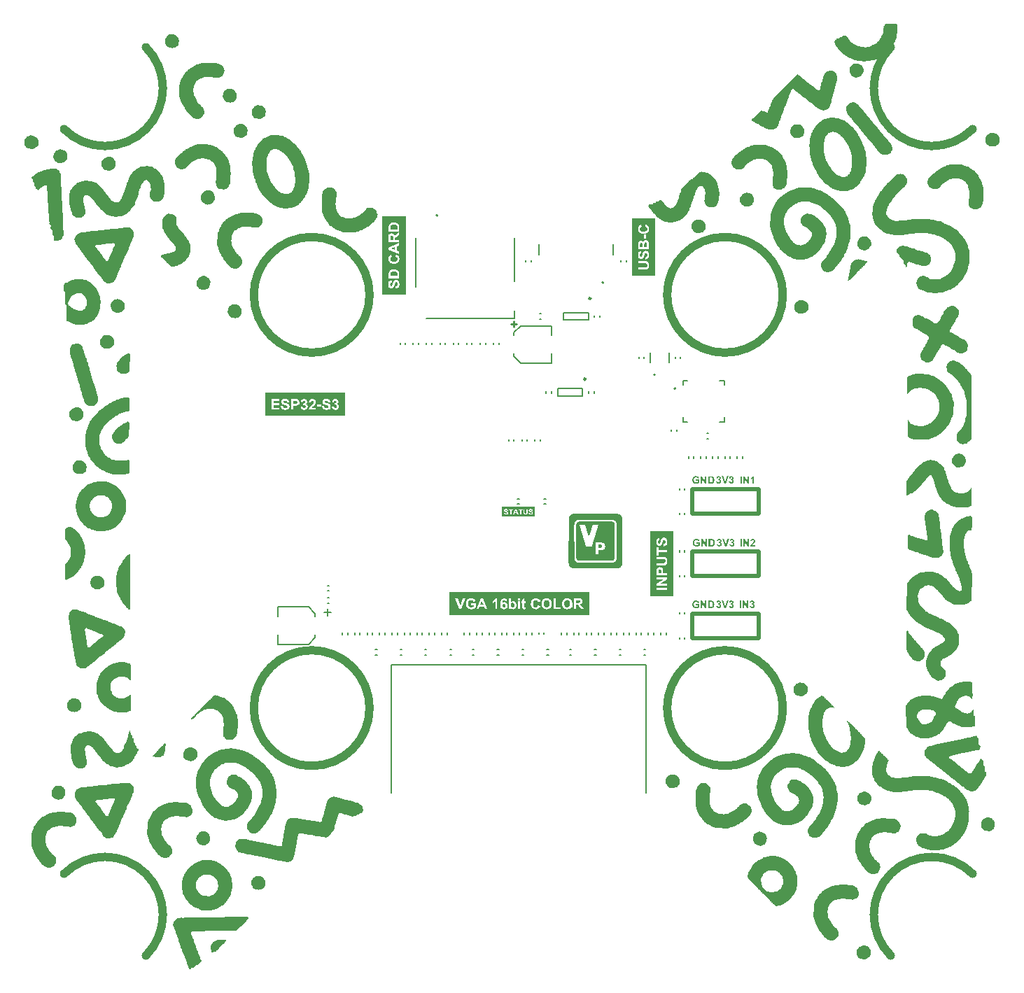
<source format=gto>
G04*
G04 #@! TF.GenerationSoftware,Altium Limited,Altium Designer,22.2.1 (43)*
G04*
G04 Layer_Color=65535*
%FSLAX25Y25*%
%MOIN*%
G70*
G04*
G04 #@! TF.SameCoordinates,9388D860-640C-4D59-96FC-9271E4276608*
G04*
G04*
G04 #@! TF.FilePolarity,Positive*
G04*
G01*
G75*
%ADD10C,0.00787*%
%ADD11C,0.00984*%
%ADD12C,0.03937*%
%ADD13C,0.00394*%
%ADD14C,0.00500*%
%ADD15C,0.01968*%
%ADD16C,0.01000*%
%ADD17C,0.00600*%
G36*
X176508Y227489D02*
X179484Y227525D01*
X180109Y227415D01*
X180366Y227232D01*
X180439Y226938D01*
X180513Y224659D01*
X180439Y224439D01*
X180366Y223263D01*
X180292Y223043D01*
X180182Y222271D01*
X180035Y221095D01*
X179962Y220801D01*
X179815Y220434D01*
X179631Y220030D01*
X179447Y219552D01*
X179337Y219295D01*
X179043Y218780D01*
X178676Y217972D01*
X178235Y217164D01*
X177867Y216649D01*
X177794Y216355D01*
X177500Y215841D01*
X177316Y215657D01*
X176802Y215363D01*
X176471Y214739D01*
X175846Y214114D01*
X175699Y214041D01*
X175516Y213783D01*
X175405Y213673D01*
X175259Y213600D01*
X175111Y213453D01*
X174964Y213379D01*
X174560Y213049D01*
X174009Y212644D01*
X173862Y212571D01*
X173348Y212204D01*
X172833Y211910D01*
X172429Y211579D01*
X172319Y211469D01*
X171217Y210954D01*
X170298Y210624D01*
X169820Y210440D01*
X169306Y210293D01*
X168424Y210072D01*
X167175Y209852D01*
X166881Y209778D01*
X165926Y209705D01*
X164529Y209631D01*
X163096Y209742D01*
X162104Y209852D01*
X161369Y209925D01*
X160855Y210146D01*
X159900Y210293D01*
X158871Y210734D01*
X157916Y211101D01*
X156960Y211616D01*
X156152Y212056D01*
X155748Y212387D01*
X155637Y212497D01*
X155491Y212571D01*
X155270Y212791D01*
X155123Y212865D01*
X154719Y213195D01*
X154535Y213379D01*
X154388Y213453D01*
X154204Y213636D01*
X154131Y213783D01*
X153727Y214188D01*
X153690Y214224D01*
X153580Y214335D01*
X153433Y214408D01*
X153102Y214739D01*
X153029Y214886D01*
X152478Y215437D01*
X152331Y215510D01*
X151926Y215915D01*
X151559Y216576D01*
X151191Y217090D01*
X151118Y217237D01*
X150751Y217752D01*
X150677Y218046D01*
X150383Y218707D01*
X150457Y218928D01*
X150677Y219515D01*
X150861Y219699D01*
X151008Y219773D01*
X151339Y220103D01*
X151522Y220434D01*
X151890Y220508D01*
X152110Y220434D01*
X152478Y220508D01*
X152735Y220765D01*
X152808Y220985D01*
X152992Y221169D01*
X153947Y221242D01*
X154058Y221353D01*
X154278Y221720D01*
X154462Y221904D01*
X156005Y221830D01*
X156372Y221610D01*
X156483Y221500D01*
X156997Y220544D01*
X157144Y220397D01*
X157217Y220250D01*
X157438Y220030D01*
X157511Y219883D01*
X157658Y219736D01*
X157732Y219589D01*
X158797Y218523D01*
X158944Y218450D01*
X159312Y218082D01*
X159459Y218009D01*
X159606Y217862D01*
X159753Y217789D01*
X161590Y216907D01*
X162288Y216796D01*
X162582Y216723D01*
X162949Y216576D01*
X163537Y216429D01*
X163978Y216355D01*
X165558Y216319D01*
X165779Y216392D01*
X166440Y216466D01*
X166660Y216539D01*
X167579Y216870D01*
X168167Y217090D01*
X169784Y217899D01*
X170041Y218082D01*
X170188Y218229D01*
X170335Y218303D01*
X170702Y218670D01*
X170849Y218744D01*
X171511Y219258D01*
X171621Y219368D01*
X171694Y219515D01*
X172062Y220030D01*
X172135Y220177D01*
X172503Y220691D01*
X172650Y221059D01*
X172833Y221536D01*
X173458Y222675D01*
X173642Y223153D01*
X173715Y223447D01*
X173789Y223888D01*
X173862Y225284D01*
X173899Y225688D01*
X173826Y225909D01*
X173752Y226276D01*
X174009Y226607D01*
X174156Y226680D01*
X174487Y226938D01*
X174781Y227452D01*
X175111Y227562D01*
X176508Y227489D01*
D02*
G37*
G36*
X-164257Y222444D02*
X-163522Y222150D01*
X-162861Y221782D01*
X-162383Y221305D01*
X-162089Y220790D01*
X-161795Y220349D01*
X-161722Y219615D01*
X-161795Y218145D01*
X-162089Y217630D01*
X-162420Y217226D01*
X-162714Y216932D01*
X-162861Y216859D01*
X-163228Y216491D01*
X-163669Y216271D01*
X-163743D01*
X-164625Y216050D01*
X-164992Y215977D01*
X-165212Y216050D01*
X-166057Y216161D01*
X-166425Y216234D01*
X-166792Y216381D01*
X-167123Y216638D01*
X-167270Y216712D01*
X-167601Y217042D01*
X-167674Y217189D01*
X-167895Y217410D01*
X-168335Y218365D01*
X-168409Y218880D01*
X-168335Y220202D01*
X-167748Y221305D01*
X-167417Y221709D01*
X-167270Y221856D01*
X-167123Y221929D01*
X-166168Y222370D01*
X-165580Y222517D01*
X-164257Y222444D01*
D02*
G37*
G36*
X161706Y208608D02*
X162294Y208240D01*
X162662Y208093D01*
X163139Y207909D01*
X163286Y207836D01*
X163360Y207689D01*
X163654Y207028D01*
X163948Y206513D01*
X164242Y206072D01*
X164389Y205484D01*
X164315Y204749D01*
X164168Y204382D01*
X164095Y204235D01*
X163433Y203280D01*
X163360Y203133D01*
X163029Y202729D01*
X162882Y202582D01*
X162735Y202508D01*
X161780Y202067D01*
X161192Y201920D01*
X160531Y201994D01*
X160457D01*
X159869Y202067D01*
X159061Y202508D01*
X158840Y202729D01*
X158693Y202802D01*
X158510Y203059D01*
X158289Y203280D01*
X157775Y204382D01*
X157701Y204676D01*
X157628Y205631D01*
X157701Y205852D01*
X157812Y206256D01*
X158106Y207064D01*
X158473Y207652D01*
X158620Y207799D01*
X158767Y207873D01*
X158987Y208093D01*
X159796Y208461D01*
X160310Y208608D01*
X160604Y208681D01*
X161706Y208608D01*
D02*
G37*
G36*
X-146633Y208845D02*
X-144134Y208771D01*
X-143914Y208698D01*
X-143179Y208624D01*
X-142958Y208551D01*
X-142260Y208294D01*
X-141268Y207742D01*
X-140790Y207265D01*
X-140717Y207118D01*
X-140203Y206015D01*
X-140056Y205428D01*
X-140129Y204105D01*
X-140497Y203443D01*
X-140974Y202745D01*
X-141268Y202451D01*
X-141415Y202378D01*
X-142517Y201863D01*
X-142811Y201790D01*
X-144134Y201863D01*
X-144355Y201937D01*
X-145237Y202010D01*
X-145457Y202084D01*
X-147074Y202231D01*
X-148102Y202304D01*
X-148323Y202231D01*
X-149168Y202121D01*
X-149609Y202047D01*
X-151079Y201680D01*
X-151667Y201459D01*
X-152108Y201165D01*
X-152879Y200614D01*
X-153246Y200394D01*
X-153651Y199989D01*
X-154018Y199181D01*
X-154606Y197932D01*
X-154680Y197417D01*
X-154753Y197124D01*
X-154863Y196205D01*
X-154900Y195433D01*
X-154826Y195213D01*
X-154716Y194368D01*
X-154643Y193706D01*
X-154569Y193412D01*
X-154422Y193045D01*
X-153430Y191171D01*
X-153136Y190730D01*
X-153063Y190583D01*
X-152916Y190436D01*
X-152842Y190289D01*
X-152475Y189775D01*
X-152401Y189628D01*
X-151924Y189150D01*
X-151777Y189077D01*
X-151373Y188672D01*
X-151299Y188525D01*
X-150969Y188195D01*
X-150454Y187901D01*
X-150344Y187791D01*
X-150270Y187644D01*
X-149976Y186982D01*
X-149829Y186615D01*
X-149682Y185733D01*
X-149756Y184778D01*
X-150123Y184116D01*
X-150270Y183969D01*
X-150344Y183822D01*
X-150491Y183675D01*
X-150564Y183528D01*
X-151042Y182904D01*
X-151189Y182830D01*
X-151703Y182610D01*
X-152659Y182316D01*
X-152953Y182242D01*
X-153761Y182316D01*
X-154275Y182536D01*
X-154643Y182683D01*
X-155157Y182977D01*
X-155892Y183712D01*
X-156039Y183786D01*
X-156664Y184410D01*
X-156737Y184557D01*
X-157252Y185072D01*
X-157325Y185219D01*
X-157840Y185733D01*
X-158133Y186247D01*
X-158648Y186762D01*
X-158868Y187276D01*
X-159052Y187754D01*
X-159383Y188085D01*
X-159456Y188232D01*
X-159603Y188379D01*
X-159750Y188746D01*
X-160118Y189407D01*
X-160412Y189848D01*
X-160485Y190142D01*
X-160632Y190510D01*
X-160816Y190987D01*
X-161036Y191575D01*
X-161183Y191943D01*
X-161477Y193119D01*
X-161587Y193523D01*
X-161514Y198446D01*
X-161440Y198667D01*
X-161293Y199181D01*
X-160889Y200320D01*
X-160595Y201129D01*
X-160522Y201423D01*
X-160081Y202157D01*
X-159897Y202341D01*
X-159824Y202488D01*
X-159603Y203002D01*
X-159309Y203517D01*
X-158942Y203884D01*
X-158574Y204546D01*
X-158391Y204729D01*
X-158023Y204950D01*
X-157693Y205280D01*
X-157619Y205428D01*
X-157215Y205832D01*
X-157068Y205905D01*
X-156113Y206567D01*
X-155966Y206640D01*
X-155304Y207008D01*
X-154716Y207375D01*
X-154202Y207669D01*
X-153393Y208036D01*
X-152989Y208147D01*
X-152695Y208220D01*
X-152328Y208367D01*
X-151483Y208624D01*
X-150969Y208698D01*
X-150785Y208734D01*
X-150748Y208771D01*
X-148360Y208881D01*
X-146853Y208918D01*
X-146633Y208845D01*
D02*
G37*
G36*
X149454Y205194D02*
X150557Y204606D01*
X151181Y203981D01*
X151255Y203835D01*
X151549Y203320D01*
X151769Y202806D01*
X151843Y202291D01*
X151769Y201115D01*
X151696Y200895D01*
X151622Y200601D01*
X151255Y199499D01*
Y199425D01*
X151108Y198911D01*
X150961Y198323D01*
X150777Y197478D01*
X150557Y196890D01*
X150483Y196596D01*
X150336Y195714D01*
X150226Y195384D01*
X150079Y195016D01*
X149638Y193252D01*
X149491Y192297D01*
X149197Y191856D01*
X149013Y190644D01*
X148940Y190350D01*
X148793Y189982D01*
X148609Y189578D01*
X148499Y189174D01*
X148425Y188806D01*
X148352Y188512D01*
X148205Y188145D01*
X147911Y187704D01*
X147801Y187594D01*
X147727Y187447D01*
X147580Y187300D01*
X147544Y187190D01*
X147397Y187116D01*
X147176Y186896D01*
X146368Y186528D01*
X146000Y186381D01*
X145486Y186308D01*
X144163Y186381D01*
X142767Y187116D01*
X141591Y187998D01*
X140856Y188733D01*
X140709Y188806D01*
X140562Y188953D01*
X140048Y189247D01*
X139607Y189688D01*
X139460Y189762D01*
X138799Y190129D01*
X138541Y190386D01*
X138468Y190533D01*
X138211Y190790D01*
X138064Y190864D01*
X137549Y191158D01*
X137366Y191268D01*
X137292Y191415D01*
X137072Y191636D01*
X137035Y191746D01*
X136888Y191819D01*
X136374Y192113D01*
X135859Y192481D01*
X135345Y192995D01*
X135198Y193069D01*
X135051Y193216D01*
X134904Y193289D01*
X134757Y193436D01*
X134610Y193509D01*
X134389Y193730D01*
X134242Y193804D01*
X134022Y194024D01*
X133875Y194097D01*
X133655Y194318D01*
X133508Y194391D01*
X133140Y194759D01*
X132993Y194832D01*
X132552Y195126D01*
X132405Y195200D01*
X132258Y195347D01*
X132111Y195420D01*
X131744Y195788D01*
X131597Y195861D01*
X131303Y196155D01*
X130642Y196449D01*
X130274Y196376D01*
X130017Y196118D01*
X129797Y195604D01*
X129650Y195237D01*
X129466Y194759D01*
X129319Y194391D01*
X129135Y193987D01*
X128841Y193032D01*
X128694Y192444D01*
X128400Y191930D01*
X128253Y191783D01*
X128106Y191195D01*
X127996Y190717D01*
X127702Y189982D01*
X127225Y188917D01*
X127004Y188402D01*
X126710Y187741D01*
X126379Y186822D01*
X126232Y186455D01*
X126049Y185977D01*
X125902Y185463D01*
X125645Y184765D01*
X125351Y184030D01*
X125057Y183221D01*
X124910Y182854D01*
X124726Y182229D01*
X124653Y181935D01*
X124212Y180980D01*
X123954Y180282D01*
X123587Y179253D01*
X123440Y178886D01*
X123183Y178408D01*
X123109Y178261D01*
X122779Y177857D01*
X121382Y177196D01*
X120794Y177049D01*
X119398Y177122D01*
X119178Y177196D01*
X118700Y177379D01*
X118333Y177526D01*
X118075Y177636D01*
X116238Y178518D01*
X115430Y178959D01*
X113887Y179768D01*
X113740Y179914D01*
X113593Y179988D01*
X112931Y180282D01*
X112784Y180355D01*
X112270Y180723D01*
X111168Y181311D01*
X111057Y181421D01*
X110984Y181715D01*
X111204Y182082D01*
X111645Y182376D01*
X111719Y182523D01*
X112123Y182927D01*
X112270Y183001D01*
X112380Y183111D01*
X112454Y183258D01*
X112564Y183442D01*
X112711Y183515D01*
X112858Y183662D01*
X113005Y183736D01*
X113115Y183846D01*
X113189Y183993D01*
X113519Y184324D01*
X113666Y184397D01*
X113776Y184507D01*
X113850Y184654D01*
X114034Y184912D01*
X114181Y184985D01*
X114511Y185242D01*
X114585Y185389D01*
X114916Y185720D01*
X115062Y185793D01*
X115320Y186051D01*
X115393Y186198D01*
X115503Y186308D01*
X115797Y186381D01*
X116091Y186308D01*
X116495Y185977D01*
X117120Y185720D01*
X117855Y185426D01*
X118296Y185353D01*
X118700Y185683D01*
X118847Y185830D01*
X119214Y186638D01*
X119435Y187153D01*
X119766Y188072D01*
X119913Y188439D01*
X120096Y188917D01*
X120427Y189835D01*
X120684Y190460D01*
X120831Y190827D01*
X120978Y191415D01*
X121272Y191930D01*
X121493Y192150D01*
X121566Y192297D01*
X121897Y192701D01*
X122227Y192958D01*
X122301Y193105D01*
X122705Y193509D01*
X122852Y193583D01*
X122962Y193693D01*
X123036Y193840D01*
X123440Y194244D01*
X123587Y194318D01*
X123697Y194428D01*
X123771Y194575D01*
X124101Y194906D01*
X124248Y194979D01*
X124358Y195089D01*
X124432Y195237D01*
X124836Y195641D01*
X124983Y195714D01*
X125093Y195824D01*
X125167Y195971D01*
X125571Y196376D01*
X125718Y196449D01*
X125902Y196706D01*
X126232Y197037D01*
X126379Y197110D01*
X126490Y197221D01*
X126563Y197368D01*
X126894Y197698D01*
X127041Y197772D01*
X127151Y197882D01*
X127225Y198029D01*
X127629Y198433D01*
X127776Y198507D01*
X127886Y198617D01*
X127959Y198764D01*
X128364Y199168D01*
X128510Y199241D01*
X128621Y199352D01*
X128694Y199499D01*
X129098Y199903D01*
X129245Y199976D01*
X129613Y200417D01*
X129760Y200564D01*
X129907Y200638D01*
X130017Y200748D01*
X130090Y200895D01*
X130495Y201299D01*
X130642Y201373D01*
X130825Y201630D01*
X131156Y201960D01*
X131303Y202034D01*
X131413Y202144D01*
X131487Y202291D01*
X131891Y202695D01*
X132038Y202769D01*
X132222Y202953D01*
X132295Y203100D01*
X132479Y203283D01*
X132993Y203357D01*
X133397Y203026D01*
X133581Y202842D01*
X133728Y202769D01*
X134647Y202071D01*
X134830Y201887D01*
X134977Y201814D01*
X135198Y201593D01*
X135345Y201520D01*
X135565Y201299D01*
X135712Y201226D01*
X136227Y200711D01*
X136374Y200638D01*
X136521Y200491D01*
X136668Y200417D01*
X137329Y199903D01*
X137549Y199682D01*
X137696Y199609D01*
X138394Y199131D01*
X138946Y198580D01*
X139093Y198507D01*
X139791Y198029D01*
X140121Y197772D01*
X140269Y197698D01*
X141187Y197000D01*
X141628Y196559D01*
X141701Y196412D01*
X141959Y196155D01*
X142106Y196082D01*
X142620Y195861D01*
X143208Y195935D01*
X143392Y196118D01*
X143612Y196633D01*
X143759Y197147D01*
X144053Y198323D01*
X144200Y198837D01*
X144421Y199719D01*
X144567Y200234D01*
X144788Y200969D01*
X144935Y201483D01*
X145008Y201997D01*
X145082Y202291D01*
X145266Y202769D01*
X145449Y203173D01*
X145596Y203540D01*
X145817Y203908D01*
X146147Y204312D01*
X146515Y204680D01*
X147176Y204974D01*
X147911Y205194D01*
X148646Y205268D01*
X149454Y205194D01*
D02*
G37*
G36*
X-136698Y196459D02*
X-135963Y196166D01*
X-135302Y195798D01*
X-134824Y195320D01*
X-134530Y194806D01*
X-134236Y194365D01*
X-134163Y193630D01*
X-134236Y192160D01*
X-134530Y191646D01*
X-134861Y191242D01*
X-135155Y190948D01*
X-135302Y190875D01*
X-135669Y190507D01*
X-136110Y190287D01*
X-136184D01*
X-137065Y190066D01*
X-137433Y189993D01*
X-137653Y190066D01*
X-138498Y190176D01*
X-138866Y190250D01*
X-139233Y190397D01*
X-139564Y190654D01*
X-139711Y190727D01*
X-140042Y191058D01*
X-140115Y191205D01*
X-140336Y191426D01*
X-140777Y192381D01*
X-140850Y192895D01*
X-140777Y194218D01*
X-140189Y195320D01*
X-139858Y195725D01*
X-139711Y195872D01*
X-139564Y195945D01*
X-138609Y196386D01*
X-138021Y196533D01*
X-136698Y196459D01*
D02*
G37*
G36*
X-122918Y188684D02*
X-122184Y188390D01*
X-121522Y188022D01*
X-121045Y187545D01*
X-120751Y187030D01*
X-120457Y186590D01*
X-120383Y185855D01*
X-120457Y184385D01*
X-120751Y183870D01*
X-121081Y183466D01*
X-121375Y183172D01*
X-121522Y183099D01*
X-121890Y182731D01*
X-122330Y182511D01*
X-122404D01*
X-123286Y182290D01*
X-123653Y182217D01*
X-123874Y182290D01*
X-124719Y182401D01*
X-125086Y182474D01*
X-125454Y182621D01*
X-125784Y182878D01*
X-125931Y182952D01*
X-126262Y183283D01*
X-126336Y183430D01*
X-126556Y183650D01*
X-126997Y184605D01*
X-127070Y185120D01*
X-126997Y186442D01*
X-126409Y187545D01*
X-126078Y187949D01*
X-125931Y188096D01*
X-125784Y188170D01*
X-124829Y188610D01*
X-124241Y188757D01*
X-122918Y188684D01*
D02*
G37*
G36*
X-131580Y179727D02*
X-130845Y179433D01*
X-130184Y179066D01*
X-129706Y178588D01*
X-129412Y178074D01*
X-129118Y177633D01*
X-129045Y176898D01*
X-129118Y175428D01*
X-129412Y174914D01*
X-129743Y174510D01*
X-130037Y174216D01*
X-130184Y174142D01*
X-130551Y173775D01*
X-130992Y173554D01*
X-131065D01*
X-131947Y173334D01*
X-132315Y173260D01*
X-132535Y173334D01*
X-133380Y173444D01*
X-133748Y173518D01*
X-134115Y173664D01*
X-134446Y173922D01*
X-134593Y173995D01*
X-134924Y174326D01*
X-134997Y174473D01*
X-135217Y174693D01*
X-135658Y175649D01*
X-135732Y176163D01*
X-135658Y177486D01*
X-135071Y178588D01*
X-134740Y178992D01*
X-134593Y179139D01*
X-134446Y179213D01*
X-133491Y179654D01*
X-132903Y179801D01*
X-131580Y179727D01*
D02*
G37*
G36*
X133561Y179580D02*
X134075Y179360D01*
X134884Y178919D01*
X135288Y178588D01*
X135435Y178441D01*
X135508Y178294D01*
X136023Y177192D01*
X136096Y176457D01*
X136023Y175502D01*
X135986Y175465D01*
X135839Y175098D01*
X135582Y174546D01*
X135067Y173885D01*
X134516Y173554D01*
X133598Y173224D01*
X133194Y173113D01*
X132716Y173077D01*
X132054Y173150D01*
X131687Y173224D01*
X131393Y173297D01*
X130658Y173738D01*
X129850Y174546D01*
X129776Y174693D01*
X129482Y175355D01*
X129409Y175649D01*
X129335Y176163D01*
X129409Y177192D01*
X129556Y177559D01*
X129850Y178074D01*
X130364Y178735D01*
X130474Y178845D01*
X130621Y178919D01*
X130768Y179066D01*
X131430Y179360D01*
X132165Y179580D01*
X132679Y179654D01*
X133561Y179580D01*
D02*
G37*
G36*
X226491Y175495D02*
X227226Y175201D01*
X227887Y174834D01*
X228365Y174356D01*
X228659Y173842D01*
X228953Y173400D01*
X229026Y172666D01*
X228953Y171196D01*
X228659Y170682D01*
X228328Y170277D01*
X228034Y169983D01*
X227887Y169910D01*
X227520Y169543D01*
X227079Y169322D01*
X227005D01*
X226124Y169102D01*
X225756Y169028D01*
X225536Y169102D01*
X224691Y169212D01*
X224323Y169285D01*
X223956Y169432D01*
X223625Y169690D01*
X223478Y169763D01*
X223147Y170094D01*
X223074Y170241D01*
X222853Y170461D01*
X222412Y171416D01*
X222339Y171931D01*
X222412Y173254D01*
X223000Y174356D01*
X223331Y174760D01*
X223478Y174907D01*
X223625Y174980D01*
X224580Y175421D01*
X225168Y175568D01*
X226491Y175495D01*
D02*
G37*
G36*
X-231186Y174314D02*
X-230451Y174020D01*
X-229790Y173652D01*
X-229312Y173175D01*
X-229018Y172660D01*
X-228724Y172219D01*
X-228651Y171485D01*
X-228724Y170015D01*
X-229018Y169500D01*
X-229349Y169096D01*
X-229643Y168802D01*
X-229790Y168729D01*
X-230157Y168361D01*
X-230598Y168141D01*
X-230672D01*
X-231554Y167920D01*
X-231921Y167847D01*
X-232141Y167920D01*
X-232987Y168031D01*
X-233354Y168104D01*
X-233721Y168251D01*
X-234052Y168508D01*
X-234199Y168582D01*
X-234530Y168912D01*
X-234603Y169060D01*
X-234824Y169280D01*
X-235265Y170235D01*
X-235338Y170750D01*
X-235265Y172073D01*
X-234677Y173175D01*
X-234346Y173579D01*
X-234199Y173726D01*
X-234052Y173799D01*
X-233097Y174240D01*
X-232509Y174387D01*
X-231186Y174314D01*
D02*
G37*
G36*
X160016Y190089D02*
X160384Y189942D01*
X161192Y189501D01*
X161412Y189280D01*
X161559Y189207D01*
X161743Y188950D01*
X161964Y188729D01*
X162037Y188582D01*
X162625Y187995D01*
X162698Y187847D01*
X162919Y187627D01*
X162992Y187480D01*
X163139Y187333D01*
X163213Y187186D01*
X164315Y186084D01*
X164389Y185937D01*
X164903Y185275D01*
X165270Y184908D01*
X165344Y184761D01*
X165858Y184100D01*
X166299Y183659D01*
X166373Y183512D01*
X166850Y182814D01*
X166997Y182740D01*
X167475Y182263D01*
X167549Y182115D01*
X167696Y181969D01*
X167769Y181822D01*
X168357Y181234D01*
X168430Y181087D01*
X168798Y180572D01*
X168871Y180425D01*
X169386Y179911D01*
X169459Y179764D01*
X169606Y179617D01*
X169680Y179470D01*
X170010Y179066D01*
X170194Y178882D01*
X170268Y178735D01*
X170488Y178515D01*
X170562Y178368D01*
X170892Y177963D01*
X171517Y177339D01*
X171590Y177192D01*
X172105Y176531D01*
X172472Y176163D01*
X172546Y176016D01*
X172693Y175869D01*
X172766Y175722D01*
X173795Y174693D01*
X173869Y174546D01*
X174567Y173628D01*
X175044Y173150D01*
X175118Y173003D01*
X175265Y172856D01*
X175338Y172709D01*
X175706Y172342D01*
X175779Y172195D01*
X175926Y172048D01*
X176000Y171901D01*
X176514Y171239D01*
X177249Y170505D01*
X177322Y170358D01*
X177837Y169255D01*
X177910Y168741D01*
X177984Y167712D01*
X177910Y167492D01*
X177763Y167124D01*
X177322Y166316D01*
X176992Y165912D01*
X176845Y165765D01*
X176330Y165471D01*
X175816Y165250D01*
X175301Y165103D01*
X175007Y165030D01*
X173832Y165103D01*
X173464Y165250D01*
X172215Y165912D01*
X171994Y166132D01*
X171884Y166169D01*
X171811Y166316D01*
X171664Y166463D01*
X171443Y166830D01*
X171113Y167161D01*
X170966Y167234D01*
X170782Y167418D01*
X170709Y167565D01*
X170341Y168227D01*
X170194Y168374D01*
X170121Y168520D01*
X169753Y168888D01*
X169680Y169035D01*
X169165Y169696D01*
X168871Y169990D01*
X168798Y170137D01*
X168651Y170284D01*
X168577Y170431D01*
X168247Y170835D01*
X168100Y170982D01*
X167953Y171056D01*
X167475Y171533D01*
X167402Y171680D01*
X166887Y172342D01*
X166740Y172489D01*
X166667Y172636D01*
X166152Y173297D01*
X165638Y173811D01*
X165564Y173959D01*
X165418Y174105D01*
X165344Y174252D01*
X165013Y174583D01*
X164977Y174620D01*
X164756Y174840D01*
X164683Y174987D01*
X164462Y175208D01*
X164389Y175355D01*
X163874Y175869D01*
X163801Y176016D01*
X163654Y176163D01*
X163580Y176310D01*
X163433Y176457D01*
X163360Y176604D01*
X162992Y176971D01*
X162919Y177118D01*
X162772Y177265D01*
X162698Y177412D01*
X162368Y177816D01*
X162110Y178074D01*
X162037Y178221D01*
X161890Y178368D01*
X161817Y178515D01*
X161302Y179029D01*
X161229Y179176D01*
X160861Y179543D01*
X160788Y179691D01*
X160200Y180278D01*
X160126Y180425D01*
X159612Y180940D01*
X159538Y181087D01*
X159024Y181748D01*
X158693Y182152D01*
X158253Y182740D01*
X158106Y182814D01*
X157775Y183144D01*
X157334Y183953D01*
X156819Y184467D01*
X156746Y184614D01*
X156452Y185055D01*
X156232Y185569D01*
X156085Y186084D01*
X156011Y186598D01*
X156085Y187847D01*
X156452Y188509D01*
X156783Y188913D01*
X156966Y189170D01*
X157224Y189427D01*
X157371Y189501D01*
X157591Y189721D01*
X158253Y190015D01*
X158840Y190162D01*
X160016Y190089D01*
D02*
G37*
G36*
X-217413Y167675D02*
X-216898Y167455D01*
X-216531Y167308D01*
X-216237Y167234D01*
X-215722Y166867D01*
X-215355Y166279D01*
X-215024Y165728D01*
X-214914Y165103D01*
X-214877Y163964D01*
Y163891D01*
X-214951Y163303D01*
X-215392Y162495D01*
X-216163Y161723D01*
X-216678Y161502D01*
X-217192Y161355D01*
X-217486Y161282D01*
X-218441Y161208D01*
X-219176Y161282D01*
X-220132Y161796D01*
X-220536Y162127D01*
X-220756Y162348D01*
X-220830Y162495D01*
X-221344Y163229D01*
X-221454Y163927D01*
X-221491Y164920D01*
X-221418Y165140D01*
X-221344Y165728D01*
X-220977Y166242D01*
X-220866Y166353D01*
X-220756Y166389D01*
X-220683Y166536D01*
X-220536Y166683D01*
X-220462Y166830D01*
X-220352Y167014D01*
X-220205Y167087D01*
X-219691Y167308D01*
X-219213Y167492D01*
X-218846Y167639D01*
X-218441Y167749D01*
X-217413Y167675D01*
D02*
G37*
G36*
X-194375Y164078D02*
X-193640Y163784D01*
X-192979Y163416D01*
X-192501Y162939D01*
X-192207Y162424D01*
X-191913Y161983D01*
X-191840Y161248D01*
X-191913Y159779D01*
X-192207Y159264D01*
X-192538Y158860D01*
X-192832Y158566D01*
X-192979Y158493D01*
X-193346Y158125D01*
X-193787Y157905D01*
X-193861D01*
X-194743Y157684D01*
X-195110Y157611D01*
X-195331Y157684D01*
X-196176Y157794D01*
X-196543Y157868D01*
X-196910Y158015D01*
X-197241Y158272D01*
X-197388Y158346D01*
X-197719Y158676D01*
X-197792Y158823D01*
X-198013Y159044D01*
X-198454Y159999D01*
X-198527Y160513D01*
X-198454Y161836D01*
X-197866Y162939D01*
X-197535Y163343D01*
X-197388Y163490D01*
X-197241Y163563D01*
X-196286Y164004D01*
X-195698Y164151D01*
X-194375Y164078D01*
D02*
G37*
G36*
X-148261Y170100D02*
X-147490Y169990D01*
X-146755Y169843D01*
X-145469Y169439D01*
X-144955Y169219D01*
X-143999Y168778D01*
X-143705Y168704D01*
X-143338Y168484D01*
X-143154Y168300D01*
X-143081Y168153D01*
X-142970Y168043D01*
X-142309Y167675D01*
X-142088Y167455D01*
X-141941Y167381D01*
X-141280Y167014D01*
X-141096Y166830D01*
X-141023Y166683D01*
X-140656Y166169D01*
X-140472Y165985D01*
X-140325Y165912D01*
X-140215Y165801D01*
X-140141Y165655D01*
X-139921Y165434D01*
X-139847Y165287D01*
X-139700Y165140D01*
X-139627Y164993D01*
X-138965Y164038D01*
X-138782Y163560D01*
X-138083Y162201D01*
X-137936Y161833D01*
X-137569Y160657D01*
X-137349Y159775D01*
X-137202Y158306D01*
X-137128Y157350D01*
X-137091Y156579D01*
X-137165Y154448D01*
X-137238Y153419D01*
X-137312Y152243D01*
X-137422Y151619D01*
X-137643Y151104D01*
X-137973Y150186D01*
X-138341Y149598D01*
X-138488Y149524D01*
X-139443Y149010D01*
X-140104Y148716D01*
X-140398Y148642D01*
X-141648Y148716D01*
X-142015Y148863D01*
X-142566Y148973D01*
X-142934Y149120D01*
X-143154Y149340D01*
X-143228Y149487D01*
X-143558Y149891D01*
X-143742Y150149D01*
X-143962Y150516D01*
X-144036Y151031D01*
X-144109Y151324D01*
X-144220Y151729D01*
X-144256Y152500D01*
X-144183Y152721D01*
X-144109Y153015D01*
X-144036Y153529D01*
X-143962Y153823D01*
X-143815Y155293D01*
X-143889Y157938D01*
X-143962Y158159D01*
X-144036Y158894D01*
X-144109Y159114D01*
X-144293Y159592D01*
X-144918Y160731D01*
X-145285Y161392D01*
X-145616Y161796D01*
X-145763Y161943D01*
X-145910Y162017D01*
X-146718Y162458D01*
X-147233Y162752D01*
X-147600Y162899D01*
X-148776Y163266D01*
X-149070Y163340D01*
X-150099Y163487D01*
X-151348Y163413D01*
X-151568Y163340D01*
X-152083Y163193D01*
X-152671Y163046D01*
X-153259Y162972D01*
X-153957Y162495D01*
X-154839Y162054D01*
X-155243Y161796D01*
X-156161Y161098D01*
X-156345Y160915D01*
X-156492Y160841D01*
X-157117Y160216D01*
X-157190Y160070D01*
X-158109Y159151D01*
X-158256Y159077D01*
X-158991Y158563D01*
X-159505Y158416D01*
X-160093Y158269D01*
X-161048Y158343D01*
X-162297Y159004D01*
X-162702Y159335D01*
X-162848Y159482D01*
X-162922Y159628D01*
X-163289Y160143D01*
X-163363Y160290D01*
X-163657Y160951D01*
Y161025D01*
X-163694Y161062D01*
X-163730Y162201D01*
X-163583Y162568D01*
X-162922Y163817D01*
X-162775Y163964D01*
X-162702Y164111D01*
X-161379Y165434D01*
X-161305Y165581D01*
X-160754Y165985D01*
X-160240Y166279D01*
X-159909Y166610D01*
X-159836Y166757D01*
X-159725Y166940D01*
X-159578Y167014D01*
X-159064Y167234D01*
X-158696Y167455D01*
X-158513Y167639D01*
X-158476Y167749D01*
X-158329Y167822D01*
X-157962Y167969D01*
X-157300Y168337D01*
X-157080Y168557D01*
X-156933Y168631D01*
X-156124Y168998D01*
X-155390Y169292D01*
X-154875Y169512D01*
X-153516Y169990D01*
X-153148Y170064D01*
X-151752Y170137D01*
X-148482Y170174D01*
X-148261Y170100D01*
D02*
G37*
G36*
X117541Y169880D02*
X117761Y169807D01*
X118276Y169659D01*
X119415Y169255D01*
X120223Y168961D01*
X120517Y168888D01*
X121252Y168447D01*
X121435Y168263D01*
X121582Y168190D01*
X122097Y167969D01*
X122611Y167675D01*
X122979Y167308D01*
X123640Y166940D01*
X123824Y166757D01*
X124044Y166389D01*
X124375Y166059D01*
X124522Y165985D01*
X124926Y165581D01*
X125000Y165434D01*
X125661Y164479D01*
X125734Y164332D01*
X126102Y163670D01*
X126469Y163082D01*
X126763Y162568D01*
X127131Y161760D01*
X127241Y161355D01*
X127314Y161062D01*
X127462Y160694D01*
X127719Y159849D01*
X127792Y159335D01*
X127829Y159151D01*
X127866Y159114D01*
X127976Y156726D01*
X128013Y155219D01*
X127939Y154999D01*
X127866Y152500D01*
X127792Y152280D01*
X127719Y151545D01*
X127645Y151324D01*
X127388Y150626D01*
X126837Y149634D01*
X126359Y149157D01*
X126212Y149083D01*
X125110Y148569D01*
X124522Y148422D01*
X123199Y148495D01*
X122538Y148863D01*
X121840Y149340D01*
X121546Y149634D01*
X121472Y149781D01*
X120958Y150884D01*
X120884Y151178D01*
X120958Y152500D01*
X121031Y152721D01*
X121105Y153603D01*
X121178Y153823D01*
X121325Y155440D01*
X121399Y156469D01*
X121325Y156689D01*
X121215Y157534D01*
X121142Y157975D01*
X120774Y159445D01*
X120554Y160033D01*
X120260Y160474D01*
X119709Y161245D01*
X119488Y161613D01*
X119084Y162017D01*
X118276Y162384D01*
X117026Y162972D01*
X116512Y163046D01*
X116218Y163119D01*
X115299Y163229D01*
X114528Y163266D01*
X114307Y163193D01*
X113462Y163082D01*
X112801Y163009D01*
X112507Y162935D01*
X112139Y162788D01*
X110266Y161796D01*
X109825Y161502D01*
X109678Y161429D01*
X109531Y161282D01*
X109384Y161208D01*
X108869Y160841D01*
X108722Y160768D01*
X108245Y160290D01*
X108171Y160143D01*
X107767Y159739D01*
X107620Y159665D01*
X107289Y159335D01*
X106995Y158820D01*
X106885Y158710D01*
X106738Y158636D01*
X106077Y158343D01*
X105709Y158195D01*
X104827Y158049D01*
X103872Y158122D01*
X103211Y158490D01*
X103064Y158636D01*
X102917Y158710D01*
X102770Y158857D01*
X102623Y158930D01*
X101998Y159408D01*
X101925Y159555D01*
X101704Y160070D01*
X101410Y161025D01*
X101337Y161319D01*
X101410Y162127D01*
X101631Y162642D01*
X101778Y163009D01*
X102072Y163523D01*
X102807Y164258D01*
X102880Y164405D01*
X103505Y165030D01*
X103652Y165103D01*
X104166Y165618D01*
X104313Y165691D01*
X104827Y166206D01*
X105342Y166500D01*
X105856Y167014D01*
X106371Y167234D01*
X106848Y167418D01*
X107179Y167749D01*
X107326Y167822D01*
X107473Y167969D01*
X107841Y168116D01*
X108502Y168484D01*
X108943Y168778D01*
X109237Y168851D01*
X109604Y168998D01*
X110082Y169182D01*
X110670Y169402D01*
X111037Y169549D01*
X112213Y169843D01*
X112617Y169953D01*
X117541Y169880D01*
D02*
G37*
G36*
X150305Y182717D02*
X151407Y182644D01*
X151628Y182570D01*
X152032Y182460D01*
X152326Y182387D01*
X152950Y182203D01*
X153244Y182129D01*
X153795Y182019D01*
X154200Y181762D01*
X155596Y181027D01*
X155743Y180880D01*
X156551Y180439D01*
X156845Y180145D01*
X156992Y180072D01*
X157212Y179851D01*
X157360Y179778D01*
X157764Y179447D01*
X157947Y179263D01*
X158058Y179227D01*
X158094Y179116D01*
X158205Y179080D01*
X158278Y178933D01*
X158609Y178602D01*
X158756Y178528D01*
X158903Y178382D01*
X159050Y178308D01*
X159601Y177757D01*
X159674Y177610D01*
X160005Y177206D01*
X160262Y176949D01*
X160336Y176802D01*
X160556Y176581D01*
X160630Y176434D01*
X161144Y175773D01*
X161512Y175405D01*
X161732Y174891D01*
X161805Y174597D01*
X162467Y173642D01*
X162540Y173495D01*
X163422Y171658D01*
X163679Y170959D01*
X163826Y170592D01*
X164120Y169784D01*
X164488Y169196D01*
X164671Y168718D01*
X164782Y168020D01*
X164929Y167432D01*
X165076Y167065D01*
X165259Y166440D01*
X165443Y165154D01*
X165516Y164860D01*
X165590Y163464D01*
X165627Y160267D01*
X165553Y160047D01*
X165480Y158871D01*
X165369Y157658D01*
X165296Y157291D01*
X165223Y156997D01*
X165076Y156629D01*
X164892Y156152D01*
X164745Y155637D01*
X164635Y155160D01*
X164488Y154792D01*
X163936Y154021D01*
X163863Y153800D01*
Y153727D01*
X163496Y153065D01*
X162871Y152147D01*
X162687Y151890D01*
X162173Y151228D01*
X161548Y150603D01*
X161401Y150530D01*
X161071Y150052D01*
X160997Y149905D01*
X160813Y149722D01*
X159858Y149207D01*
X159454Y148877D01*
X158829Y148619D01*
X158535Y148546D01*
X158021Y148399D01*
X157065Y148105D01*
X156551Y147958D01*
X155596Y147885D01*
X154420Y147811D01*
X153281Y147921D01*
X152473Y148068D01*
X152105Y148142D01*
X150856Y148583D01*
X150231Y148766D01*
X149643Y148913D01*
X149496Y148987D01*
X149055Y149428D01*
X148688Y149575D01*
X148063Y149905D01*
X147990Y150052D01*
X147843Y150199D01*
X147769Y150346D01*
X147586Y150530D01*
X146483Y151118D01*
X145675Y151926D01*
X145528Y152000D01*
X144977Y152551D01*
X144903Y152698D01*
X144683Y152918D01*
X144609Y153065D01*
X143801Y153874D01*
X143728Y154021D01*
X143397Y154425D01*
X142919Y154903D01*
X142625Y155564D01*
X142552Y155711D01*
X142184Y156225D01*
X141891Y156740D01*
X140715Y159165D01*
X140641Y159459D01*
X140494Y159826D01*
X140127Y160414D01*
X140017Y161039D01*
X139943Y161333D01*
X139796Y161700D01*
X139465Y162472D01*
X139245Y163354D01*
X139135Y163758D01*
X138988Y164493D01*
X138657Y165558D01*
X138584Y167395D01*
X138510Y170188D01*
X138584Y170408D01*
X138657Y172319D01*
X138731Y172539D01*
X138841Y173017D01*
X139061Y173605D01*
X139208Y173972D01*
X139318Y174376D01*
X139392Y174671D01*
X139465Y175405D01*
X139980Y176140D01*
X140053Y176361D01*
X140421Y177022D01*
X140641Y177390D01*
X141082Y178198D01*
X141229Y178345D01*
X141303Y178492D01*
X141817Y179153D01*
X141964Y179300D01*
X142037Y179447D01*
X142331Y179741D01*
X142405Y179888D01*
X142699Y180182D01*
X142772Y180329D01*
X142956Y180513D01*
X143103Y180586D01*
X143617Y180954D01*
X144022Y181284D01*
X144573Y181615D01*
X144867Y181688D01*
X145675Y182056D01*
X146410Y182350D01*
X146924Y182497D01*
X147218Y182570D01*
X147733Y182644D01*
X148027Y182717D01*
X150084Y182791D01*
X150305Y182717D01*
D02*
G37*
G36*
X-175194Y159628D02*
X-174753Y159555D01*
X-174386Y159408D01*
X-173945Y159114D01*
X-173210Y158673D01*
X-172769Y158379D01*
X-172585Y158195D01*
X-172439Y158122D01*
X-171777Y157608D01*
X-170895Y156726D01*
X-170748Y156652D01*
X-170565Y156469D01*
X-170491Y156322D01*
X-169609Y154705D01*
X-169315Y154043D01*
X-169168Y153529D01*
X-169058Y153051D01*
X-168948Y152647D01*
X-168801Y152280D01*
X-168654Y151765D01*
X-168580Y151471D01*
X-168507Y149855D01*
X-168580Y146768D01*
X-168654Y146548D01*
X-168764Y146144D01*
X-168875Y146034D01*
X-169095Y145299D01*
X-169279Y144527D01*
X-169462Y144049D01*
X-169720Y143792D01*
X-169867Y143719D01*
X-170381Y143351D01*
X-170528Y143278D01*
X-170748Y143057D01*
X-171263Y142837D01*
X-171777Y142763D01*
X-173027Y142837D01*
X-173247Y142910D01*
X-173651Y143020D01*
X-174019Y143167D01*
X-174423Y143425D01*
X-174900Y143902D01*
X-174974Y144049D01*
X-175194Y144270D01*
X-175268Y144417D01*
X-175562Y145078D01*
X-175635Y145372D01*
X-175709Y145887D01*
X-175635Y146842D01*
X-175562Y147062D01*
X-175194Y148018D01*
X-175047Y148606D01*
X-175121Y150149D01*
X-175268Y150516D01*
X-175378Y151067D01*
X-175452Y151361D01*
X-175892Y152096D01*
X-176076Y152353D01*
X-176480Y152758D01*
X-176627Y152831D01*
X-177142Y153051D01*
X-177803Y152978D01*
X-178464Y152464D01*
X-178648Y152280D01*
X-178722Y152133D01*
X-178942Y151912D01*
X-179016Y151765D01*
X-179383Y151398D01*
X-179530Y151031D01*
X-179604Y150737D01*
X-179787Y150259D01*
X-180008Y149671D01*
X-180155Y149304D01*
X-180853Y147136D01*
X-180926Y146842D01*
X-181073Y146327D01*
X-181294Y145592D01*
X-181441Y145078D01*
X-181624Y144600D01*
X-182139Y143131D01*
X-182543Y142286D01*
X-182616Y141992D01*
X-182690Y141551D01*
X-183021Y141147D01*
X-183204Y140963D01*
X-183241Y140853D01*
X-183278Y140816D01*
X-184527Y139126D01*
X-184821Y138685D01*
X-184895Y138538D01*
X-185152Y138281D01*
X-185299Y138207D01*
X-185960Y137693D01*
X-186328Y137252D01*
X-186548Y137031D01*
X-187063Y136811D01*
X-187540Y136627D01*
X-188385Y136223D01*
X-189267Y136003D01*
X-189965Y135892D01*
X-190333Y135819D01*
X-190627Y135745D01*
X-191215Y135672D01*
X-192353Y135635D01*
X-192574Y135708D01*
X-193309Y135782D01*
X-193529Y135855D01*
X-194007Y135966D01*
X-194374Y136039D01*
X-194668Y136113D01*
X-195256Y136333D01*
X-195367Y136443D01*
X-195881Y136664D01*
X-196248Y136811D01*
X-196763Y137105D01*
X-197277Y137619D01*
X-197424Y137693D01*
X-198747Y139015D01*
X-198894Y139089D01*
X-199004Y139199D01*
X-199078Y139346D01*
X-199224Y139493D01*
X-199298Y139640D01*
X-199629Y140044D01*
X-199923Y140338D01*
X-200070Y140412D01*
X-200180Y140522D01*
X-200474Y141036D01*
X-200841Y141404D01*
X-200915Y141551D01*
X-201135Y141771D01*
X-201209Y141918D01*
X-201503Y142359D01*
X-201870Y143020D01*
X-202201Y143425D01*
X-202311Y143535D01*
X-202384Y143682D01*
X-202899Y144196D01*
X-202972Y144343D01*
X-203487Y145005D01*
X-203818Y145262D01*
X-205214Y145923D01*
X-205508Y145997D01*
X-206316Y145923D01*
X-206794Y145592D01*
X-206867Y145446D01*
X-207014Y145299D01*
X-207088Y145152D01*
X-207235Y144784D01*
X-207308Y143829D01*
X-207235Y143314D01*
X-207161Y142433D01*
X-207088Y142212D01*
X-206977Y141440D01*
X-206647Y140669D01*
X-206537Y139971D01*
X-206206Y138905D01*
X-206279Y137656D01*
X-206426Y137288D01*
X-206573Y136701D01*
X-206867Y136186D01*
X-207271Y135782D01*
X-207933Y135488D01*
X-208447Y135341D01*
X-208741Y135268D01*
X-210725Y135341D01*
X-211534Y135855D01*
X-211681Y135929D01*
X-212158Y136260D01*
X-212232Y136407D01*
X-212452Y136921D01*
X-212636Y137399D01*
X-213114Y138464D01*
X-213224Y138868D01*
X-213371Y139236D01*
X-213444Y139530D01*
X-213628Y140155D01*
X-213702Y140816D01*
X-213995Y141477D01*
X-214069Y141845D01*
X-213995Y142065D01*
X-214032Y145629D01*
X-213885Y146438D01*
X-213812Y146732D01*
X-213702Y147136D01*
X-213628Y147430D01*
X-213481Y147797D01*
X-212893Y148899D01*
X-212746Y149046D01*
X-212673Y149193D01*
X-212526Y149340D01*
X-212452Y149487D01*
X-212085Y149855D01*
X-212011Y150002D01*
X-211607Y150406D01*
X-211460Y150479D01*
X-210982Y150957D01*
X-210762Y151324D01*
X-210578Y151508D01*
X-209880Y151765D01*
X-209513Y151912D01*
X-208962Y152243D01*
X-208484Y152353D01*
X-208117Y152427D01*
X-207235Y152574D01*
X-206647Y152721D01*
X-204920Y152758D01*
X-204699Y152684D01*
X-203744Y152611D01*
X-203523Y152537D01*
X-202972Y152427D01*
X-202678Y152353D01*
X-202311Y152206D01*
X-201392Y151729D01*
X-200694Y151471D01*
X-200253Y151104D01*
X-200180Y150957D01*
X-199923Y150700D01*
X-199776Y150626D01*
X-199629Y150479D01*
X-199482Y150406D01*
X-198931Y149855D01*
X-198857Y149708D01*
X-197755Y148606D01*
X-197681Y148459D01*
X-197534Y148312D01*
X-197461Y148165D01*
X-197314Y148018D01*
X-197240Y147871D01*
X-196873Y147503D01*
X-196800Y147356D01*
X-196579Y147136D01*
X-196505Y146989D01*
X-196212Y146548D01*
X-195918Y146034D01*
X-195771Y145887D01*
X-195697Y145739D01*
X-195403Y145446D01*
X-195330Y145299D01*
X-194815Y144637D01*
X-194227Y144049D01*
X-194154Y143902D01*
X-193603Y143351D01*
X-193456Y143278D01*
X-193015Y142837D01*
X-192868Y142763D01*
X-192353Y142543D01*
X-192060Y142469D01*
X-190884Y142543D01*
X-190663Y142616D01*
X-190149Y142910D01*
X-189745Y143314D01*
X-189671Y143461D01*
X-189010Y144417D01*
X-188496Y145519D01*
X-187944Y147026D01*
X-187871Y147319D01*
X-187687Y147797D01*
X-187246Y148899D01*
X-186658Y150737D01*
X-186548Y151288D01*
X-186144Y152206D01*
X-186034Y152611D01*
X-185887Y152978D01*
X-185556Y153529D01*
X-185483Y153823D01*
X-184895Y155072D01*
X-184527Y155734D01*
X-184307Y155954D01*
X-184233Y156101D01*
X-184086Y156248D01*
X-183792Y156763D01*
X-183168Y157387D01*
X-183021Y157461D01*
X-182874Y157608D01*
X-182727Y157681D01*
X-182580Y157828D01*
X-182433Y157902D01*
X-182286Y158049D01*
X-182139Y158122D01*
X-181110Y158857D01*
X-179861Y159445D01*
X-179346Y159592D01*
X-178612Y159665D01*
X-176995Y159739D01*
X-175194Y159628D01*
D02*
G37*
G36*
X-146890Y148040D02*
X-145640Y147379D01*
X-145457Y147195D01*
X-145383Y147048D01*
X-144795Y145799D01*
X-144648Y145211D01*
X-144722Y143962D01*
X-145383Y142713D01*
X-145530Y142566D01*
X-145604Y142419D01*
X-145787Y142235D01*
X-145934Y142162D01*
X-146081Y142015D01*
X-147184Y141500D01*
X-147477Y141427D01*
X-148212Y141353D01*
X-148433Y141427D01*
X-148837Y141537D01*
X-149388Y141868D01*
X-149866Y142051D01*
X-150270Y142308D01*
X-150380Y142419D01*
X-150454Y142566D01*
X-150821Y143080D01*
X-150895Y143227D01*
X-151189Y143888D01*
X-151262Y144403D01*
X-151189Y145799D01*
X-151042Y146167D01*
X-150601Y146975D01*
X-149976Y147600D01*
X-149315Y147894D01*
X-148947Y148040D01*
X-148506Y148114D01*
X-148433D01*
X-146890Y148040D01*
D02*
G37*
G36*
X109898Y146952D02*
X111000Y146364D01*
X111405Y145960D01*
X111588Y145482D01*
X112066Y144417D01*
X112139Y143902D01*
X112066Y142947D01*
X111478Y141698D01*
X111221Y141220D01*
X111074Y141147D01*
X110413Y140779D01*
X109751Y140485D01*
X109237Y140412D01*
X107694Y140485D01*
X106738Y141147D01*
X106371Y141367D01*
X106187Y141551D01*
X106040Y141918D01*
X105820Y142359D01*
X105783Y142396D01*
X105526Y142874D01*
X105452Y143167D01*
X105379Y143976D01*
X105452Y144196D01*
X105526Y144637D01*
X105967Y145446D01*
X106261Y145960D01*
X106444Y146144D01*
X106591Y146217D01*
X106738Y146364D01*
X106885Y146438D01*
X107399Y146805D01*
X107914Y146952D01*
X108428Y147026D01*
X109898Y146952D01*
D02*
G37*
G36*
X88155Y156972D02*
X88523Y156898D01*
X88817Y156825D01*
X89552Y156678D01*
X90140Y156457D01*
X90580Y156163D01*
X90838Y155979D01*
X90985Y155833D01*
X91132Y155759D01*
X92307Y154877D01*
X92822Y154363D01*
X92969Y154289D01*
X93373Y153958D01*
X93520Y153812D01*
X93593Y153518D01*
X94034Y152709D01*
X94402Y152195D01*
X94622Y151680D01*
X94843Y150946D01*
X95063Y150064D01*
X95173Y149586D01*
X95320Y149219D01*
X95430Y148888D01*
X95504Y148594D01*
X95578Y146977D01*
X95651Y146683D01*
X95467Y144148D01*
X95394Y143854D01*
X95247Y143487D01*
X95063Y142862D01*
X94990Y142568D01*
X94659Y141649D01*
X94475Y141392D01*
X94328Y141245D01*
X94255Y141098D01*
X94144Y140988D01*
X93998Y140915D01*
X93630Y140547D01*
X93483Y140474D01*
X93336Y140327D01*
X92822Y140180D01*
X92528Y140106D01*
X91352Y140033D01*
X90580Y140217D01*
X90213Y140364D01*
X89625Y140731D01*
X89184Y141172D01*
X89111Y141319D01*
X88964Y141466D01*
X88890Y141613D01*
X88670Y142127D01*
X88560Y142605D01*
X88523Y143670D01*
X88596Y143891D01*
X88670Y144185D01*
X88817Y145214D01*
X88890Y146830D01*
X88780Y148043D01*
X88706Y148704D01*
X88596Y148961D01*
X88449Y149108D01*
X88376Y149255D01*
X88008Y149623D01*
X87935Y149770D01*
X87678Y150027D01*
X87310Y150174D01*
X87016Y150248D01*
X86355Y150174D01*
X85840Y149953D01*
X85694Y149880D01*
X85436Y149696D01*
X85363Y149549D01*
X84995Y149035D01*
X84922Y148888D01*
X84701Y148373D01*
X84518Y147896D01*
X84371Y147528D01*
X84077Y146720D01*
X83930Y146353D01*
X83746Y145949D01*
X83526Y145434D01*
X83305Y144699D01*
X83232Y144405D01*
X82938Y143376D01*
X82791Y142789D01*
X82534Y142090D01*
X82093Y140915D01*
X81946Y140547D01*
X81542Y139629D01*
X81468Y139114D01*
X81248Y138747D01*
X81101Y138600D01*
X80660Y137791D01*
X80513Y137645D01*
X80439Y137497D01*
X80292Y137350D01*
X80219Y137204D01*
X79741Y136505D01*
X79594Y136432D01*
X79374Y136212D01*
X79227Y136138D01*
X78896Y135807D01*
X78822Y135660D01*
X78676Y135513D01*
X78602Y135366D01*
X77977Y134742D01*
X77830Y134668D01*
X77684Y134521D01*
X77169Y134227D01*
X76655Y133860D01*
X76287Y133713D01*
X75552Y133493D01*
X75075Y133382D01*
X74781Y133309D01*
X74413Y133162D01*
X74119Y133088D01*
X73531Y133015D01*
X72870Y132941D01*
X71731Y132905D01*
X71511Y132978D01*
X70776Y133052D01*
X70555Y133125D01*
X69894Y133198D01*
X69086Y133566D01*
X69012D01*
X68975Y133603D01*
X68387Y133823D01*
X67946Y134117D01*
X66807Y134742D01*
X66624Y134925D01*
X66587Y135036D01*
X66440Y135109D01*
X65926Y135624D01*
X65779Y135697D01*
X65521Y135954D01*
X65448Y136101D01*
X65301Y136248D01*
X65227Y136395D01*
X64566Y137057D01*
X64493Y137204D01*
X64199Y137497D01*
X64125Y137645D01*
X63905Y137865D01*
X63831Y138012D01*
X63317Y138673D01*
X62949Y139188D01*
X62729Y139555D01*
X62214Y140217D01*
X62068Y140290D01*
X61994Y140437D01*
X61847Y140804D01*
X61920Y141245D01*
X62031Y141356D01*
X62325Y141429D01*
X62655Y141466D01*
X63648Y141429D01*
X63905Y141686D01*
X64125Y142054D01*
X64456Y142164D01*
X64934Y142127D01*
X65191Y142237D01*
X65301Y142348D01*
X65485Y142752D01*
X65779Y142825D01*
X66514Y142899D01*
X66771Y143156D01*
X66954Y143487D01*
X67248Y143560D01*
X67910Y143487D01*
X68424Y143119D01*
X68718Y142678D01*
X68828Y142568D01*
X68902Y142421D01*
X69343Y141980D01*
X69416Y141833D01*
X70041Y140915D01*
X70188Y140841D01*
X70592Y140510D01*
X71033Y140143D01*
X71143Y140033D01*
X71804Y139739D01*
X72539Y139665D01*
X72760Y139739D01*
X73348Y139959D01*
X74046Y140437D01*
X74303Y140621D01*
X74487Y140804D01*
X74560Y140951D01*
X74928Y141539D01*
X75001Y141686D01*
X75295Y142201D01*
X76104Y143891D01*
X76324Y144626D01*
X76471Y145140D01*
X76875Y146279D01*
X77169Y147088D01*
X77279Y147492D01*
X77426Y148080D01*
X77536Y148704D01*
X77684Y149072D01*
X77794Y149182D01*
X78014Y149549D01*
X78271Y149806D01*
X78639Y150027D01*
X78896Y150431D01*
X79080Y150615D01*
X79227Y150688D01*
X79484Y150946D01*
X79557Y151093D01*
X79815Y151350D01*
X79962Y151423D01*
X80145Y151607D01*
X80219Y151754D01*
X80476Y152011D01*
X80623Y152085D01*
X80880Y152342D01*
X80954Y152489D01*
X81211Y152746D01*
X81358Y152820D01*
X81615Y153077D01*
X81725Y153334D01*
X82019Y153407D01*
X82754Y153481D01*
X82938Y153665D01*
X83011Y153812D01*
X83195Y154069D01*
X83342Y154142D01*
X83673Y154400D01*
X83746Y154546D01*
X84077Y154877D01*
X84224Y154951D01*
X84334Y155061D01*
X84408Y155208D01*
X84812Y155612D01*
X84959Y155685D01*
X85069Y155796D01*
X85142Y155943D01*
X85326Y156200D01*
X85473Y156273D01*
X85877Y156604D01*
X85951Y156751D01*
X86061Y156861D01*
X86575Y157008D01*
X87090Y157082D01*
X88155Y156972D01*
D02*
G37*
G36*
X-115927Y174510D02*
X-114457Y174436D01*
X-114237Y174363D01*
X-113392Y174252D01*
X-112510Y174179D01*
X-112216Y174105D01*
X-111775Y173811D01*
X-111371Y173628D01*
X-111003Y173481D01*
X-110048Y172966D01*
X-109240Y172526D01*
X-108725Y172158D01*
X-108579Y172085D01*
X-108431Y171938D01*
X-108284Y171864D01*
X-107844Y171423D01*
X-107697Y171350D01*
X-107329Y170982D01*
X-107292Y170946D01*
X-106851Y170652D01*
X-106411Y170211D01*
X-106337Y170064D01*
X-105676Y169402D01*
X-105602Y169255D01*
X-104941Y168594D01*
X-104867Y168447D01*
X-104647Y168227D01*
X-104206Y167418D01*
X-104022Y167234D01*
X-103875Y167161D01*
X-103765Y167051D01*
X-103692Y166904D01*
X-103545Y166536D01*
X-103177Y165875D01*
X-102589Y164846D01*
X-102222Y164038D01*
X-102075Y163670D01*
X-102001Y163523D01*
X-101634Y162715D01*
X-101230Y161576D01*
X-101009Y160988D01*
X-100679Y159923D01*
X-100164Y158306D01*
X-100017Y157718D01*
X-99907Y156873D01*
X-99760Y156505D01*
X-99686Y156211D01*
X-99650Y155734D01*
X-99723Y155513D01*
X-99650Y151986D01*
X-99723Y151765D01*
X-99797Y150810D01*
X-99870Y150075D01*
X-99944Y149781D01*
X-100054Y149230D01*
X-100127Y148936D01*
X-100385Y148312D01*
X-100532Y147944D01*
X-100752Y147209D01*
X-100973Y146621D01*
X-101340Y146034D01*
X-101487Y145519D01*
X-101671Y145041D01*
X-101854Y144784D01*
X-102075Y144564D01*
X-102148Y144417D01*
X-102626Y143719D01*
X-102810Y143461D01*
X-102957Y143314D01*
X-103030Y143167D01*
X-103471Y142727D01*
X-103545Y142580D01*
X-103728Y142396D01*
X-103875Y142322D01*
X-104500Y141698D01*
X-104573Y141551D01*
X-104831Y141294D01*
X-105786Y140779D01*
X-106300Y140485D01*
X-107256Y140044D01*
X-107880Y139934D01*
X-108321Y139861D01*
X-108689Y139787D01*
X-109130Y139714D01*
X-109791Y139640D01*
X-111591Y139603D01*
X-111812Y139677D01*
X-112731Y139787D01*
X-113171Y139861D01*
X-114678Y140338D01*
X-116515Y141220D01*
X-116883Y141440D01*
X-117397Y141955D01*
X-117544Y142028D01*
X-118058Y142322D01*
X-118205Y142469D01*
X-118352Y142543D01*
X-118573Y142763D01*
X-118720Y142837D01*
X-119234Y143351D01*
X-119381Y143425D01*
X-120483Y144527D01*
X-120594Y144564D01*
X-120630Y144674D01*
X-120777Y144747D01*
X-121035Y145005D01*
X-121108Y145152D01*
X-121328Y145372D01*
X-121402Y145519D01*
X-121916Y146034D01*
X-121990Y146180D01*
X-122210Y146401D01*
X-122798Y147503D01*
X-123459Y148459D01*
X-123827Y149267D01*
X-124635Y150957D01*
X-124709Y151251D01*
X-125223Y152059D01*
X-125444Y153088D01*
X-125738Y153750D01*
X-125885Y154117D01*
X-126032Y154631D01*
X-126105Y154925D01*
X-126179Y155440D01*
X-126252Y155734D01*
X-126326Y156469D01*
X-126472Y156616D01*
X-126693Y157130D01*
X-126767Y158526D01*
X-126840Y161025D01*
X-126767Y162862D01*
X-126693Y163082D01*
X-126620Y163964D01*
X-126546Y164185D01*
X-126436Y164662D01*
X-126142Y165838D01*
X-126068Y166426D01*
X-125995Y166867D01*
X-125885Y167124D01*
X-125517Y167639D01*
X-125444Y167933D01*
X-125150Y168447D01*
X-124782Y168961D01*
X-124268Y169917D01*
X-123570Y170835D01*
X-123386Y171019D01*
X-123313Y171166D01*
X-123092Y171386D01*
X-123019Y171533D01*
X-122725Y171827D01*
X-122651Y171974D01*
X-121953Y172672D01*
X-121806Y172746D01*
X-120704Y173334D01*
X-119307Y173995D01*
X-118573Y174216D01*
X-117985Y174363D01*
X-117140Y174473D01*
X-116772Y174546D01*
X-116148Y174583D01*
X-115927Y174510D01*
D02*
G37*
G36*
X210946Y160530D02*
X211167Y160456D01*
X211681Y160309D01*
X212820Y159905D01*
X213629Y159611D01*
X213923Y159537D01*
X214657Y159097D01*
X214841Y158913D01*
X214988Y158839D01*
X215502Y158619D01*
X216017Y158325D01*
X216384Y157957D01*
X217046Y157590D01*
X217229Y157406D01*
X217450Y157039D01*
X217780Y156708D01*
X217928Y156635D01*
X218332Y156231D01*
X218405Y156084D01*
X219067Y155128D01*
X219140Y154981D01*
X219508Y154320D01*
X219875Y153732D01*
X220169Y153218D01*
X220536Y152409D01*
X220647Y152005D01*
X220720Y151711D01*
X220867Y151344D01*
X221124Y150499D01*
X221198Y149984D01*
X221234Y149801D01*
X221271Y149764D01*
X221381Y147375D01*
X221418Y145869D01*
X221345Y145649D01*
X221271Y143150D01*
X221198Y142929D01*
X221124Y142195D01*
X221051Y141974D01*
X220794Y141276D01*
X220242Y140284D01*
X219765Y139806D01*
X219618Y139733D01*
X218515Y139218D01*
X217928Y139071D01*
X216605Y139145D01*
X215943Y139512D01*
X215245Y139990D01*
X214951Y140284D01*
X214878Y140431D01*
X214363Y141533D01*
X214290Y141827D01*
X214363Y143150D01*
X214437Y143370D01*
X214510Y144252D01*
X214584Y144473D01*
X214731Y146089D01*
X214804Y147118D01*
X214731Y147339D01*
X214621Y148184D01*
X214547Y148625D01*
X214180Y150094D01*
X213959Y150682D01*
X213665Y151123D01*
X213114Y151895D01*
X212894Y152262D01*
X212490Y152666D01*
X211681Y153034D01*
X210432Y153622D01*
X209917Y153695D01*
X209624Y153769D01*
X208705Y153879D01*
X207933Y153916D01*
X207713Y153842D01*
X206868Y153732D01*
X206206Y153658D01*
X205912Y153585D01*
X205545Y153438D01*
X203671Y152446D01*
X203230Y152152D01*
X203083Y152079D01*
X202936Y151932D01*
X202789Y151858D01*
X202275Y151491D01*
X202128Y151417D01*
X201650Y150940D01*
X201577Y150793D01*
X201172Y150388D01*
X201026Y150315D01*
X200695Y149984D01*
X200401Y149470D01*
X200291Y149360D01*
X200144Y149286D01*
X199482Y148992D01*
X199115Y148845D01*
X198233Y148698D01*
X197278Y148772D01*
X196616Y149139D01*
X196469Y149286D01*
X196322Y149360D01*
X196175Y149506D01*
X196028Y149580D01*
X195404Y150058D01*
X195330Y150205D01*
X195110Y150719D01*
X194816Y151674D01*
X194742Y151968D01*
X194816Y152777D01*
X195036Y153291D01*
X195183Y153658D01*
X195477Y154173D01*
X196212Y154908D01*
X196286Y155055D01*
X196910Y155679D01*
X197057Y155753D01*
X197572Y156267D01*
X197719Y156341D01*
X198233Y156855D01*
X198747Y157149D01*
X199262Y157664D01*
X199776Y157884D01*
X200254Y158068D01*
X200585Y158398D01*
X200732Y158472D01*
X200879Y158619D01*
X201246Y158766D01*
X201907Y159133D01*
X202348Y159427D01*
X202642Y159501D01*
X203010Y159648D01*
X203487Y159831D01*
X204075Y160052D01*
X204443Y160199D01*
X205618Y160493D01*
X206023Y160603D01*
X210946Y160530D01*
D02*
G37*
G36*
X-128523Y137486D02*
X-126024Y137413D01*
X-125803Y137339D01*
X-125069Y137266D01*
X-124848Y137192D01*
X-124150Y136935D01*
X-123158Y136384D01*
X-122680Y135906D01*
X-122607Y135759D01*
X-122092Y134657D01*
X-121945Y134069D01*
X-122019Y132747D01*
X-122386Y132085D01*
X-122864Y131387D01*
X-123158Y131093D01*
X-123305Y131019D01*
X-124407Y130505D01*
X-124701Y130432D01*
X-126024Y130505D01*
X-126244Y130579D01*
X-127126Y130652D01*
X-127347Y130726D01*
X-128963Y130873D01*
X-129992Y130946D01*
X-130213Y130873D01*
X-131058Y130762D01*
X-131499Y130689D01*
X-132968Y130321D01*
X-133556Y130101D01*
X-133997Y129807D01*
X-134769Y129256D01*
X-135136Y129035D01*
X-135540Y128631D01*
X-135908Y127823D01*
X-136496Y126574D01*
X-136569Y126059D01*
X-136643Y125765D01*
X-136753Y124847D01*
X-136790Y124075D01*
X-136716Y123855D01*
X-136606Y123010D01*
X-136532Y122348D01*
X-136459Y122054D01*
X-136312Y121687D01*
X-135320Y119813D01*
X-135026Y119372D01*
X-134953Y119225D01*
X-134806Y119078D01*
X-134732Y118931D01*
X-134365Y118417D01*
X-134291Y118270D01*
X-133814Y117792D01*
X-133667Y117718D01*
X-133262Y117314D01*
X-133189Y117167D01*
X-132858Y116837D01*
X-132344Y116543D01*
X-132234Y116432D01*
X-132160Y116285D01*
X-131866Y115624D01*
X-131719Y115257D01*
X-131572Y114375D01*
X-131646Y113419D01*
X-132013Y112758D01*
X-132160Y112611D01*
X-132234Y112464D01*
X-132380Y112317D01*
X-132454Y112170D01*
X-132932Y111546D01*
X-133079Y111472D01*
X-133593Y111251D01*
X-134548Y110958D01*
X-134842Y110884D01*
X-135651Y110958D01*
X-136165Y111178D01*
X-136532Y111325D01*
X-137047Y111619D01*
X-137782Y112354D01*
X-137929Y112427D01*
X-138553Y113052D01*
X-138627Y113199D01*
X-139141Y113713D01*
X-139215Y113860D01*
X-139729Y114375D01*
X-140023Y114889D01*
X-140538Y115404D01*
X-140758Y115918D01*
X-140942Y116396D01*
X-141272Y116726D01*
X-141346Y116873D01*
X-141493Y117020D01*
X-141640Y117388D01*
X-142007Y118049D01*
X-142301Y118490D01*
X-142375Y118784D01*
X-142522Y119151D01*
X-142705Y119629D01*
X-142926Y120217D01*
X-143073Y120584D01*
X-143367Y121760D01*
X-143477Y122164D01*
X-143404Y127088D01*
X-143330Y127308D01*
X-143183Y127823D01*
X-142779Y128962D01*
X-142485Y129770D01*
X-142411Y130064D01*
X-141971Y130799D01*
X-141787Y130983D01*
X-141713Y131130D01*
X-141493Y131644D01*
X-141199Y132159D01*
X-140831Y132526D01*
X-140464Y133187D01*
X-140280Y133371D01*
X-139913Y133592D01*
X-139582Y133922D01*
X-139509Y134069D01*
X-139105Y134473D01*
X-138958Y134547D01*
X-138002Y135208D01*
X-137855Y135282D01*
X-137194Y135649D01*
X-136606Y136017D01*
X-136092Y136311D01*
X-135283Y136678D01*
X-134879Y136788D01*
X-134585Y136862D01*
X-134218Y137009D01*
X-133373Y137266D01*
X-132858Y137339D01*
X-132675Y137376D01*
X-132638Y137413D01*
X-130249Y137523D01*
X-128743Y137560D01*
X-128523Y137486D01*
D02*
G37*
G36*
X-88947Y149536D02*
X-88286Y149169D01*
X-87588Y148691D01*
X-87294Y148397D01*
X-87220Y148250D01*
X-86706Y147148D01*
X-86632Y146854D01*
X-86706Y145531D01*
X-86779Y145311D01*
X-86853Y144429D01*
X-86926Y144208D01*
X-87073Y142592D01*
X-87147Y141563D01*
X-87073Y141342D01*
X-86963Y140497D01*
X-86890Y140056D01*
X-86522Y138587D01*
X-86302Y137999D01*
X-86008Y137558D01*
X-85457Y136786D01*
X-85236Y136419D01*
X-84832Y136015D01*
X-84024Y135647D01*
X-82774Y135059D01*
X-82260Y134986D01*
X-81966Y134912D01*
X-81047Y134802D01*
X-80276Y134765D01*
X-80055Y134839D01*
X-79210Y134949D01*
X-78549Y135023D01*
X-78255Y135096D01*
X-77887Y135243D01*
X-76014Y136235D01*
X-75573Y136529D01*
X-75426Y136602D01*
X-75279Y136749D01*
X-75132Y136823D01*
X-74617Y137190D01*
X-74470Y137264D01*
X-73993Y137742D01*
X-73919Y137889D01*
X-73515Y138293D01*
X-73368Y138366D01*
X-73037Y138697D01*
X-72743Y139211D01*
X-72633Y139321D01*
X-72486Y139395D01*
X-71825Y139689D01*
X-71457Y139836D01*
X-70575Y139983D01*
X-69620Y139909D01*
X-68959Y139542D01*
X-68812Y139395D01*
X-68665Y139321D01*
X-68518Y139175D01*
X-68371Y139101D01*
X-67746Y138623D01*
X-67673Y138476D01*
X-67452Y137962D01*
X-67158Y137007D01*
X-67085Y136713D01*
X-67158Y135904D01*
X-67379Y135390D01*
X-67526Y135023D01*
X-67820Y134508D01*
X-68555Y133773D01*
X-68628Y133626D01*
X-69253Y133002D01*
X-69400Y132928D01*
X-69914Y132414D01*
X-70061Y132340D01*
X-70575Y131826D01*
X-71090Y131532D01*
X-71604Y131017D01*
X-72119Y130797D01*
X-72596Y130613D01*
X-72927Y130283D01*
X-73074Y130209D01*
X-73221Y130062D01*
X-73589Y129915D01*
X-74250Y129548D01*
X-74691Y129254D01*
X-74985Y129180D01*
X-75352Y129033D01*
X-75830Y128850D01*
X-76418Y128629D01*
X-76785Y128482D01*
X-77961Y128188D01*
X-78365Y128078D01*
X-83289Y128152D01*
X-83509Y128225D01*
X-84024Y128372D01*
X-85163Y128776D01*
X-85971Y129070D01*
X-86265Y129144D01*
X-87000Y129585D01*
X-87184Y129768D01*
X-87331Y129842D01*
X-87845Y130062D01*
X-88359Y130356D01*
X-88727Y130724D01*
X-89388Y131091D01*
X-89572Y131275D01*
X-89792Y131642D01*
X-90123Y131973D01*
X-90270Y132046D01*
X-90674Y132450D01*
X-90748Y132597D01*
X-91409Y133553D01*
X-91483Y133700D01*
X-91850Y134361D01*
X-92217Y134949D01*
X-92511Y135464D01*
X-92879Y136272D01*
X-92989Y136676D01*
X-93063Y136970D01*
X-93209Y137337D01*
X-93467Y138182D01*
X-93540Y138697D01*
X-93577Y138881D01*
X-93614Y138917D01*
X-93724Y141306D01*
X-93761Y142812D01*
X-93687Y143033D01*
X-93614Y145531D01*
X-93540Y145752D01*
X-93467Y146486D01*
X-93393Y146707D01*
X-93136Y147405D01*
X-92585Y148397D01*
X-92107Y148875D01*
X-91960Y148948D01*
X-90858Y149463D01*
X-90270Y149610D01*
X-88947Y149536D01*
D02*
G37*
G36*
X86629Y134255D02*
X87364Y133961D01*
X88025Y133593D01*
X88503Y133116D01*
X88797Y132601D01*
X89091Y132160D01*
X89164Y131425D01*
X89091Y129956D01*
X88797Y129441D01*
X88466Y129037D01*
X88172Y128743D01*
X88025Y128670D01*
X87658Y128302D01*
X87217Y128082D01*
X87143D01*
X86261Y127861D01*
X85894Y127788D01*
X85673Y127861D01*
X84828Y127972D01*
X84461Y128045D01*
X84093Y128192D01*
X83763Y128449D01*
X83616Y128523D01*
X83285Y128853D01*
X83212Y129000D01*
X82991Y129221D01*
X82550Y130176D01*
X82477Y130691D01*
X82550Y132013D01*
X83138Y133116D01*
X83469Y133520D01*
X83616Y133667D01*
X83763Y133740D01*
X84718Y134181D01*
X85306Y134328D01*
X86629Y134255D01*
D02*
G37*
G36*
X-220422Y158438D02*
X-218769Y157592D01*
X-218695Y157446D01*
X-218548Y157078D01*
X-218475Y156784D01*
X-218108Y155829D01*
X-217961Y154800D01*
X-217887Y152595D01*
X-217814Y152375D01*
X-217703Y147635D01*
X-217630Y146900D01*
X-217556Y144916D01*
X-217520Y144365D01*
Y144291D01*
X-217446Y142381D01*
X-217299Y142013D01*
X-217189Y137788D01*
X-217115Y137053D01*
X-217042Y134407D01*
X-216968Y132276D01*
X-216895Y131541D01*
X-216822Y130292D01*
X-216711Y128124D01*
X-216675Y127206D01*
X-216748Y126838D01*
X-217005Y126360D01*
X-217263Y125662D01*
X-217520Y125258D01*
X-217777Y125001D01*
X-217924Y124927D01*
X-218365Y124634D01*
X-218512Y124560D01*
X-218879Y124413D01*
X-219173Y124340D01*
X-219688Y124266D01*
X-220643Y124193D01*
X-220863Y124119D01*
X-221268Y124450D01*
X-221341Y125185D01*
X-221414Y126507D01*
X-221598Y126691D01*
X-221966Y126912D01*
X-222076Y127022D01*
X-222039Y129116D01*
X-222149Y129374D01*
X-222260Y129484D01*
X-222627Y129704D01*
X-222737Y129814D01*
X-222811Y130108D01*
X-222737Y131284D01*
X-223068Y131688D01*
X-223399Y131946D01*
X-223472Y132460D01*
X-223399Y132754D01*
X-223472Y133783D01*
X-223619Y134150D01*
X-223693Y136649D01*
X-223766Y136869D01*
X-223876Y137420D01*
X-223950Y138670D01*
X-224023Y139992D01*
X-224097Y141830D01*
X-224207Y142822D01*
X-224317Y147268D01*
X-224464Y148590D01*
X-224538Y150060D01*
X-224685Y150427D01*
X-224868Y150685D01*
X-225273Y150795D01*
X-225750Y150611D01*
X-226485Y150170D01*
X-226595Y150060D01*
X-226742Y149987D01*
X-226963Y149766D01*
X-227110Y149693D01*
X-227257Y149546D01*
X-227404Y149472D01*
X-227808Y149142D01*
X-228396Y148554D01*
X-228469Y148407D01*
X-228653Y148223D01*
X-229755Y148811D01*
X-229866Y149142D01*
X-229792Y149362D01*
X-229866Y149803D01*
X-230049Y149987D01*
X-230417Y150207D01*
X-230527Y150317D01*
X-230564Y150795D01*
X-230453Y151567D01*
X-230527Y151787D01*
X-230600Y151934D01*
X-230784Y152118D01*
X-231152Y152338D01*
X-231262Y152669D01*
X-231188Y153110D01*
X-231372Y153440D01*
X-231850Y153698D01*
X-231923Y153992D01*
X-231850Y154432D01*
X-231519Y154837D01*
X-231372Y154910D01*
X-230453Y155608D01*
X-230343Y155719D01*
X-230196Y155792D01*
X-228579Y156821D01*
X-228212Y156968D01*
X-227918Y157041D01*
X-227220Y157299D01*
X-226669Y157629D01*
X-226265Y157739D01*
X-225162Y157960D01*
X-224574Y158107D01*
X-223950Y158291D01*
X-223068Y158438D01*
X-221892Y158511D01*
X-220422Y158438D01*
D02*
G37*
G36*
X165748Y126229D02*
X166777Y125641D01*
X167181Y125310D01*
X167402Y124796D01*
X167585Y124318D01*
X167806Y123951D01*
X167842Y123914D01*
X167990Y123399D01*
X168063Y122885D01*
X167990Y122297D01*
X167181Y120754D01*
X166850Y120350D01*
X166410Y120056D01*
X165675Y119762D01*
X165160Y119615D01*
X164462Y119578D01*
X163764Y119688D01*
X162515Y120350D01*
X162258Y120607D01*
X162184Y120754D01*
X162037Y120901D01*
X161523Y122003D01*
X161376Y122518D01*
X161449Y123693D01*
X161596Y124061D01*
X161890Y124722D01*
X162074Y125200D01*
X162515Y125641D01*
X163176Y126008D01*
X163690Y126229D01*
X164425Y126302D01*
X165748Y126229D01*
D02*
G37*
G36*
X183532Y121746D02*
X184230Y121636D01*
X184598Y121562D01*
X184891Y121489D01*
X185259Y121415D01*
X185663Y121305D01*
X186692Y121011D01*
X187831Y120607D01*
X188419Y120387D01*
X188897Y120203D01*
X189411Y119982D01*
X190366Y119615D01*
X190734Y119468D01*
X191028Y119395D01*
X191726Y119284D01*
X192020Y119211D01*
X192424Y119100D01*
X192938Y118954D01*
X194077Y118549D01*
X194482Y118366D01*
X194996Y118145D01*
X195510Y117851D01*
X195841Y117520D01*
X195914Y117374D01*
X196209Y116933D01*
X196429Y116418D01*
X196502Y116124D01*
X196429Y114361D01*
X196062Y113699D01*
X195914Y113479D01*
X195878Y113442D01*
X195621Y113111D01*
X195547Y112964D01*
X195363Y112781D01*
X194702Y112487D01*
X193967Y112266D01*
X193673Y112193D01*
X192938Y112119D01*
X192240Y112230D01*
X191946Y112303D01*
X191542Y112413D01*
X191248Y112487D01*
X190550Y112744D01*
X190256Y112817D01*
X189889Y112891D01*
X189448Y112964D01*
X188639Y113258D01*
X188162Y113442D01*
X186582Y113993D01*
X186288Y114067D01*
X185884Y114103D01*
X185369Y113736D01*
X185112Y113111D01*
X185038Y112597D01*
X184928Y112046D01*
X184781Y111752D01*
X184487Y111678D01*
X184304Y111862D01*
X184230Y112670D01*
X184120Y112781D01*
X183973Y112854D01*
X183569Y113111D01*
X183495Y113405D01*
X183532Y114618D01*
X183238Y114985D01*
X183091Y115059D01*
X182834Y115316D01*
X182760Y115463D01*
X182503Y115720D01*
X182356Y115794D01*
X182099Y116051D01*
X182026Y116198D01*
X181768Y116455D01*
X181438Y116639D01*
X181364Y116933D01*
X181438Y117447D01*
X181180Y117778D01*
X181033Y117851D01*
X180776Y118035D01*
X180703Y118182D01*
X180446Y118513D01*
X180299Y118586D01*
X179968Y118917D01*
X179894Y119578D01*
X179968Y119799D01*
X180152Y120276D01*
X180335Y120534D01*
X180446Y120644D01*
X180593Y120717D01*
X180997Y121048D01*
X181474Y121379D01*
X181989Y121599D01*
X182577Y121746D01*
X183311Y121819D01*
X183532Y121746D01*
D02*
G37*
G36*
X-165523Y137019D02*
X-164715Y136872D01*
X-164274Y136651D01*
X-163833Y136357D01*
X-163392Y135916D01*
X-163025Y135108D01*
X-162878Y134594D01*
X-162804Y134079D01*
X-162841Y131985D01*
X-162584Y131360D01*
X-162437Y130993D01*
X-162363Y130846D01*
X-161996Y130331D01*
X-161481Y129817D01*
X-161408Y129670D01*
X-160379Y128641D01*
X-160306Y128494D01*
X-160159Y128347D01*
X-160085Y128200D01*
X-159901Y127943D01*
X-159754Y127869D01*
X-159534Y127649D01*
X-159387Y127576D01*
X-158836Y126657D01*
X-158505Y126253D01*
X-158395Y126143D01*
X-158321Y125996D01*
X-157807Y125040D01*
X-157476Y124636D01*
X-157293Y124379D01*
X-156999Y123717D01*
X-156558Y122762D01*
X-156411Y122248D01*
X-156337Y121733D01*
X-156264Y119455D01*
X-156337Y119235D01*
X-156411Y118794D01*
X-156558Y118427D01*
X-156631Y118132D01*
X-156705Y117692D01*
X-157440Y116295D01*
X-157954Y115781D01*
X-158395Y114973D01*
X-158542Y114826D01*
X-158615Y114679D01*
X-158726Y114568D01*
X-158873Y114495D01*
X-159020Y114348D01*
X-159167Y114275D01*
X-159828Y113760D01*
X-160122Y113466D01*
X-160269Y113393D01*
X-160416Y113246D01*
X-160930Y113025D01*
X-161408Y112841D01*
X-161702Y112768D01*
X-162767Y112290D01*
X-163061Y112217D01*
X-163576Y112070D01*
X-164090Y111996D01*
X-164752Y111702D01*
X-165192Y111776D01*
X-165560Y112143D01*
X-166038Y112400D01*
X-166111Y112548D01*
X-166368Y112878D01*
X-166515Y112952D01*
X-166919Y113356D01*
X-166993Y113503D01*
X-167103Y113613D01*
X-167250Y113687D01*
X-167581Y114017D01*
X-167654Y114164D01*
X-167764Y114275D01*
X-167912Y114348D01*
X-168316Y114752D01*
X-168389Y114899D01*
X-168499Y115009D01*
X-168646Y115083D01*
X-168977Y115413D01*
X-169051Y115560D01*
X-169234Y115744D01*
X-169381Y115818D01*
X-169712Y116148D01*
X-169785Y116295D01*
X-170226Y116589D01*
X-170373Y116957D01*
X-170300Y117104D01*
X-170116Y117287D01*
X-169822Y117361D01*
X-169418Y117471D01*
X-168646Y117802D01*
X-168132Y117875D01*
X-167838Y117949D01*
X-167434Y118059D01*
X-166846Y118206D01*
X-166405Y118280D01*
X-165780Y118463D01*
X-165266Y118610D01*
X-164788Y118794D01*
X-164384Y118978D01*
X-163576Y119419D01*
X-163392Y119602D01*
X-163319Y119749D01*
X-163172Y120117D01*
X-163245Y121145D01*
X-163686Y121954D01*
X-163833Y122101D01*
X-163906Y122248D01*
X-164384Y122946D01*
X-164494Y123056D01*
X-164568Y123203D01*
X-165119Y123754D01*
X-165266Y123828D01*
X-165633Y124269D01*
X-166258Y124893D01*
X-166332Y125040D01*
X-166552Y125261D01*
X-166625Y125408D01*
X-166772Y125555D01*
X-166846Y125702D01*
X-167360Y126216D01*
X-167434Y126363D01*
X-167948Y127318D01*
X-168279Y127723D01*
X-168389Y127833D01*
X-168463Y127980D01*
X-168610Y128347D01*
X-168867Y129045D01*
X-168977Y129156D01*
X-169051Y129303D01*
X-169491Y130258D01*
X-169565Y130552D01*
X-169638Y130772D01*
Y130846D01*
X-169712Y132242D01*
X-169638Y133785D01*
X-169491Y134153D01*
X-169234Y134851D01*
X-168610Y135990D01*
X-168352Y136247D01*
X-168205Y136320D01*
X-167250Y136982D01*
X-166479Y137092D01*
X-165523Y137019D01*
D02*
G37*
G36*
X139197Y149515D02*
X139418Y149442D01*
X140153Y149221D01*
X140667Y149148D01*
X141145Y149037D01*
X141439Y148964D01*
X142247Y148670D01*
X143349Y148229D01*
X144084Y148082D01*
X144488Y147825D01*
X145003Y147458D01*
X145407Y147347D01*
X145774Y147200D01*
X146215Y146906D01*
X146766Y146355D01*
X147575Y145914D01*
X148016Y145473D01*
X148163Y145400D01*
X148677Y145032D01*
X148824Y144959D01*
X149338Y144591D01*
X149485Y144518D01*
X150404Y143820D01*
X150514Y143710D01*
X150661Y143636D01*
X151653Y142644D01*
X151727Y142497D01*
X153858Y140366D01*
X153931Y140219D01*
X154152Y139999D01*
X154225Y139852D01*
X154593Y139484D01*
X154666Y139337D01*
X154887Y139117D01*
X154960Y138970D01*
X155328Y138382D01*
X156210Y136692D01*
X157018Y135001D01*
X157091Y134707D01*
X157202Y134230D01*
X157312Y133826D01*
X157459Y133311D01*
X157532Y133017D01*
X157753Y132282D01*
X157900Y131768D01*
X158120Y130519D01*
X158194Y130225D01*
X158157Y126734D01*
X158194Y126183D01*
X158120Y125963D01*
X158047Y125448D01*
X157973Y125228D01*
X157753Y124493D01*
X157642Y124015D01*
X157569Y123721D01*
X157459Y123317D01*
X157385Y123023D01*
X157165Y122288D01*
X157018Y121921D01*
X156797Y121186D01*
X156687Y120488D01*
X156357Y119863D01*
X156136Y119349D01*
X155989Y118981D01*
X155475Y118026D01*
X155107Y117218D01*
X154960Y116850D01*
X154887Y116703D01*
X154519Y116189D01*
X154446Y116042D01*
X154005Y115234D01*
X153858Y115086D01*
X153784Y114939D01*
X153270Y114425D01*
X153197Y114278D01*
X152866Y113874D01*
X152682Y113617D01*
X152388Y113323D01*
X152315Y113176D01*
X152168Y113029D01*
X152094Y112882D01*
X151947Y112735D01*
X151874Y112588D01*
X150808Y111155D01*
X149485Y109832D01*
X148824Y109538D01*
X148420Y109428D01*
X147832Y109281D01*
X146987Y109244D01*
X146766Y109318D01*
X146362Y109428D01*
X146068Y109502D01*
X145701Y109649D01*
X145444Y109832D01*
X145297Y109979D01*
X145150Y110053D01*
X144746Y110383D01*
X144011Y111927D01*
X143937Y112661D01*
X144084Y113323D01*
X144599Y114425D01*
X144672Y114572D01*
X144929Y114903D01*
X145076Y114976D01*
X145480Y115307D01*
X145701Y115527D01*
X145774Y115674D01*
X146289Y116189D01*
X146362Y116336D01*
X146656Y116630D01*
X146730Y116777D01*
X147207Y117475D01*
X147318Y117585D01*
X147611Y118099D01*
X148861Y119863D01*
X149669Y121406D01*
X150257Y122656D01*
X150551Y123390D01*
X150771Y123905D01*
X150845Y124199D01*
X150992Y124713D01*
X151286Y125889D01*
X151433Y127800D01*
X151359Y130519D01*
X151139Y131033D01*
X151065Y131327D01*
X150955Y131878D01*
X150735Y132466D01*
X150588Y132834D01*
X150404Y133311D01*
X150110Y134046D01*
X150037Y134193D01*
X149522Y134854D01*
X149228Y135148D01*
X149155Y135295D01*
X148934Y135516D01*
X148861Y135663D01*
X148640Y135883D01*
X148567Y136030D01*
X148346Y136251D01*
X148273Y136398D01*
X147318Y137353D01*
X147244Y137500D01*
X147024Y137721D01*
X146950Y137867D01*
X146399Y138419D01*
X146252Y138492D01*
X145811Y138933D01*
X145664Y139006D01*
X145444Y139227D01*
X144929Y139521D01*
X144268Y140182D01*
X143313Y140697D01*
X142798Y141064D01*
X142137Y141358D01*
X141034Y141873D01*
X140667Y142019D01*
X139969Y142277D01*
X139050Y142681D01*
X138756Y142754D01*
X137581Y142828D01*
X137287Y142901D01*
X134715Y142828D01*
X134494Y142754D01*
X134090Y142644D01*
X133465Y142387D01*
X132326Y141983D01*
X131959Y141836D01*
X130379Y140917D01*
X129718Y140256D01*
X129570Y140182D01*
X129166Y139852D01*
X128946Y139631D01*
X128872Y139484D01*
X128211Y138823D01*
X128138Y138676D01*
X127844Y138235D01*
X127660Y137757D01*
X127550Y137647D01*
X127035Y136545D01*
X126778Y135847D01*
X126594Y135442D01*
X126521Y135148D01*
X126447Y134414D01*
X126411Y133054D01*
X126484Y132172D01*
X126558Y131143D01*
X126705Y130776D01*
X126815Y130666D01*
X126962Y130298D01*
X127145Y129453D01*
X127292Y129086D01*
X127476Y128682D01*
X127697Y128167D01*
X127990Y127432D01*
X128285Y126918D01*
X128946Y125963D01*
X129387Y125154D01*
X129901Y124640D01*
X129975Y124493D01*
X130673Y123574D01*
X131077Y123243D01*
X131187Y123133D01*
X131334Y123060D01*
X131481Y122913D01*
X131628Y122839D01*
X132142Y122472D01*
X132657Y122251D01*
X133171Y122105D01*
X133686Y122031D01*
X134421Y121958D01*
X135045Y122068D01*
X135339Y122141D01*
X136148Y122435D01*
X136258Y122545D01*
X136772Y122839D01*
X136919Y122986D01*
X137066Y123060D01*
X137727Y123574D01*
X138132Y123905D01*
X138499Y124419D01*
X138573Y124566D01*
X139087Y125228D01*
X139381Y125742D01*
X139528Y126110D01*
X139675Y126624D01*
X139748Y126918D01*
X139675Y128020D01*
X139381Y128535D01*
X138022Y129894D01*
X137874Y129968D01*
X137654Y130188D01*
X137507Y130262D01*
X137360Y130409D01*
X136993Y130555D01*
X136295Y130813D01*
X135890Y131070D01*
X135670Y131290D01*
X135523Y131364D01*
X134898Y131989D01*
X134678Y132503D01*
X134531Y132870D01*
X134384Y133458D01*
X134310Y133973D01*
X134384Y134193D01*
X134457Y134634D01*
X134678Y135148D01*
X135045Y135810D01*
X135707Y136471D01*
X135743Y136581D01*
X135890Y136655D01*
X136552Y136949D01*
X137287Y137022D01*
X138977Y136949D01*
X139344Y136802D01*
X139491Y136728D01*
X139932Y136434D01*
X140594Y136067D01*
X141990Y135332D01*
X142210Y135112D01*
X142357Y135038D01*
X142504Y134891D01*
X142651Y134818D01*
X143055Y134487D01*
X143202Y134414D01*
X143276Y134267D01*
X143570Y133973D01*
X143643Y133826D01*
X144047Y133422D01*
X144194Y133348D01*
X144305Y133238D01*
X144378Y133091D01*
X144893Y132135D01*
X145407Y131621D01*
X145921Y130666D01*
X146215Y130372D01*
X146362Y129784D01*
X146436Y128902D01*
X146509Y128682D01*
X146583Y127726D01*
X146509Y125522D01*
X146215Y124787D01*
X146105Y124383D01*
X145885Y123795D01*
X145554Y123243D01*
X145113Y122435D01*
X144746Y121921D01*
X144378Y121259D01*
X144231Y121112D01*
X144158Y120966D01*
X144011Y120818D01*
X143864Y120451D01*
X143643Y120084D01*
X143386Y119826D01*
X143239Y119753D01*
X142945Y119312D01*
X142761Y119055D01*
X142210Y118504D01*
X142063Y118430D01*
X141769Y118136D01*
X141622Y118063D01*
X141475Y117916D01*
X141328Y117842D01*
X140924Y117585D01*
X140887Y117548D01*
X140741Y117401D01*
X140594Y117328D01*
X139675Y116630D01*
X139565Y116519D01*
X139418Y116446D01*
X138169Y115858D01*
X137213Y115564D01*
X136699Y115417D01*
X136111Y115270D01*
X135596Y115197D01*
X134421Y115123D01*
X132657Y115197D01*
X132437Y115270D01*
X131959Y115380D01*
X131555Y115491D01*
X131040Y115638D01*
X130342Y115895D01*
X129938Y116079D01*
X128542Y116813D01*
X128027Y117107D01*
X127513Y117622D01*
X127366Y117695D01*
X127219Y117842D01*
X126705Y118136D01*
X126300Y118467D01*
X126227Y118614D01*
X124941Y119900D01*
X124794Y119973D01*
X124463Y120304D01*
X124390Y120451D01*
X123765Y121370D01*
X123581Y121553D01*
X123508Y121700D01*
X123214Y122215D01*
X122479Y123611D01*
X122185Y124052D01*
X122038Y124419D01*
X121854Y124897D01*
X121377Y125963D01*
X121266Y126367D01*
X121119Y126734D01*
X120568Y127947D01*
X120274Y128902D01*
X120127Y129490D01*
X120054Y130004D01*
X119944Y130482D01*
X119834Y130886D01*
X119907Y136177D01*
X119980Y136398D01*
X120091Y137022D01*
X120238Y137610D01*
X120421Y138235D01*
X120568Y138602D01*
X121156Y139705D01*
X121377Y140219D01*
X121634Y140917D01*
X121744Y141027D01*
X121818Y141174D01*
X121965Y141321D01*
X122038Y141468D01*
X122406Y142056D01*
X122479Y142203D01*
X123214Y143306D01*
X123838Y144151D01*
X123986Y144224D01*
X124500Y144738D01*
X124647Y144812D01*
X124867Y145032D01*
X125014Y145106D01*
X125235Y145326D01*
X125382Y145400D01*
X125896Y145914D01*
X126043Y145988D01*
X126190Y146135D01*
X126337Y146208D01*
X126741Y146539D01*
X127219Y147017D01*
X127733Y147310D01*
X128983Y147972D01*
X129350Y148192D01*
X129938Y148339D01*
X130416Y148450D01*
X130893Y148633D01*
X131261Y148780D01*
X133318Y149368D01*
X133612Y149442D01*
X134127Y149515D01*
X135082Y149589D01*
X139197Y149515D01*
D02*
G37*
G36*
X182430Y155991D02*
X182871Y155918D01*
X183238Y155771D01*
X183752Y155476D01*
X184157Y155146D01*
X184451Y154705D01*
X184524Y154558D01*
X185038Y153456D01*
X185112Y152941D01*
X185038Y151839D01*
X184671Y151178D01*
X184304Y150663D01*
X184230Y150516D01*
X184083Y150369D01*
X184010Y150222D01*
X183238Y149451D01*
X183091Y149377D01*
X182430Y148716D01*
X182283Y148642D01*
X182099Y148385D01*
X181989Y148275D01*
X181842Y148201D01*
X180115Y146474D01*
X180041Y146327D01*
X179784Y146070D01*
X179637Y145997D01*
X179453Y145813D01*
X179380Y145666D01*
X178755Y144747D01*
X178572Y144564D01*
X178498Y144417D01*
X178131Y144049D01*
X178057Y143902D01*
X177910Y143755D01*
X177616Y143241D01*
X177102Y142580D01*
X176734Y142065D01*
X176220Y141110D01*
X176000Y140889D01*
X175853Y140522D01*
X175779Y140228D01*
X175669Y139824D01*
X175375Y139089D01*
X175265Y138685D01*
X175118Y138170D01*
X175191Y136627D01*
X175265Y136407D01*
X175559Y135892D01*
X175889Y135488D01*
X176404Y134974D01*
X176551Y134900D01*
X177065Y134533D01*
X178314Y133945D01*
X178829Y133798D01*
X179711Y133651D01*
X180225Y133577D01*
X181731Y133688D01*
X182907Y133835D01*
X183569Y133908D01*
X184598Y133982D01*
X185479Y134129D01*
X185773Y134202D01*
X186765Y134312D01*
X187280Y134386D01*
X187574Y134459D01*
X188823Y134606D01*
X189558Y134680D01*
X190072D01*
X195510Y134606D01*
X195878Y134459D01*
X196466Y134312D01*
X197384Y134202D01*
X197752Y134129D01*
X198340Y133982D01*
X198744Y133871D01*
X199479Y133651D01*
X200618Y133467D01*
X200912Y133394D01*
X203153Y132328D01*
X203520Y132181D01*
X203998Y131998D01*
X204696Y131667D01*
X205358Y131373D01*
X205835Y131189D01*
X206313Y130711D01*
X206680Y130564D01*
X207342Y130197D01*
X207709Y129830D01*
X208518Y129389D01*
X208922Y129058D01*
X209877Y128103D01*
X209950Y127956D01*
X210869Y127037D01*
X211016Y126964D01*
X211200Y126780D01*
X211273Y126633D01*
X211567Y126339D01*
X211641Y126192D01*
X211788Y126045D01*
X211861Y125898D01*
X212449Y125310D01*
X212780Y124392D01*
X213404Y123252D01*
X213588Y122775D01*
X213772Y122371D01*
X213992Y121856D01*
X214213Y121121D01*
X214507Y120166D01*
X214580Y119872D01*
X214654Y118917D01*
X214727Y114948D01*
X214654Y114728D01*
X214580Y113552D01*
X214507Y113332D01*
X214397Y112854D01*
X214286Y112450D01*
X213992Y111421D01*
X213919Y110907D01*
X213845Y110319D01*
X213551Y109804D01*
X213257Y109143D01*
X213074Y108665D01*
X212669Y108041D01*
X211788Y106351D01*
X211273Y105689D01*
X210979Y105395D01*
X210906Y105248D01*
X210538Y104881D01*
X210465Y104734D01*
X210318Y104587D01*
X210244Y104440D01*
X209546Y103742D01*
X209399Y103668D01*
X208664Y102933D01*
X208518Y102860D01*
X208224Y102566D01*
X208077Y102492D01*
X207415Y101978D01*
X207195Y101758D01*
X206680Y101537D01*
X206166Y101243D01*
X205945Y101023D01*
X205578Y100876D01*
X205100Y100692D01*
X204329Y100361D01*
X203814Y100214D01*
X203520Y100141D01*
X202822Y99884D01*
X202198Y99626D01*
X201500Y99516D01*
X200912Y99443D01*
X199956Y99369D01*
X199074Y99296D01*
X198009Y99259D01*
X197788Y99332D01*
X196282Y99443D01*
X195474Y99516D01*
X195033Y99590D01*
X194665Y99663D01*
X194077Y99884D01*
X193673Y100067D01*
X193306Y100214D01*
X192718Y100361D01*
X191469Y100949D01*
X190881Y101170D01*
X190623Y101353D01*
X190550Y101500D01*
X190403Y101647D01*
X190330Y101794D01*
X190182Y101941D01*
X190109Y102088D01*
X189962Y102235D01*
X189889Y102382D01*
X189668Y102897D01*
X189595Y103191D01*
X189448Y104072D01*
X189558Y104697D01*
X189631Y105064D01*
X189778Y105432D01*
X190036Y105836D01*
X190550Y106571D01*
X190623Y106718D01*
X190881Y106975D01*
X191469Y107122D01*
X191873Y107232D01*
X192497Y107416D01*
X193085Y107490D01*
X193306Y107416D01*
X193747Y107343D01*
X195290Y106534D01*
X195694Y106204D01*
X196172Y106020D01*
X197642Y105873D01*
X200507Y105946D01*
X200728Y106020D01*
X201830Y106534D01*
X202492Y106902D01*
X203006Y107269D01*
X203153Y107343D01*
X203667Y107710D01*
X203814Y107783D01*
X204586Y108335D01*
X204623Y108445D01*
X204770Y108518D01*
X204880Y108629D01*
X204953Y108776D01*
X205982Y109804D01*
X206056Y109951D01*
X206644Y111054D01*
X207011Y111862D01*
X207158Y112230D01*
X207489Y113148D01*
X207819Y113920D01*
X208113Y114948D01*
X208187Y115243D01*
X208113Y118108D01*
X208040Y118329D01*
X207856Y118807D01*
X207783Y119100D01*
X207672Y119505D01*
X207489Y119982D01*
X207158Y120607D01*
X206717Y121415D01*
X206497Y121636D01*
X206423Y121783D01*
X206276Y121930D01*
X205909Y122591D01*
X205725Y122775D01*
X205578Y122848D01*
X205431Y122995D01*
X205284Y123069D01*
X204549Y123804D01*
X204402Y123877D01*
X204035Y124245D01*
X203888Y124318D01*
X203594Y124612D01*
X203447Y124686D01*
X203300Y124832D01*
X203153Y124906D01*
X202418Y125420D01*
X201904Y125641D01*
X201536Y125788D01*
X201389Y125861D01*
X200875Y126229D01*
X200507Y126376D01*
X199809Y126486D01*
X199442Y126559D01*
X198854Y126780D01*
X198229Y127037D01*
X197494Y127258D01*
X197201Y127331D01*
X196319Y127478D01*
X195474Y127662D01*
X195180Y127735D01*
X193710Y127809D01*
X192681Y127882D01*
X191358Y127956D01*
X190954Y127992D01*
X190734Y127919D01*
X190219Y127846D01*
X189043Y127772D01*
X188125Y127662D01*
X187133Y127551D01*
X186839Y127478D01*
X185737Y127404D01*
X185516Y127331D01*
X184928Y127184D01*
X184414Y127111D01*
X182907Y127000D01*
X182026Y126927D01*
X179123Y126890D01*
X178902Y126964D01*
X177874Y127037D01*
X177653Y127111D01*
X177249Y127221D01*
X176955Y127294D01*
X176330Y127478D01*
X176036Y127551D01*
X175301Y127625D01*
X174787Y127919D01*
X174346Y128213D01*
X174199Y128286D01*
X173538Y128801D01*
X173097Y129095D01*
X172950Y129168D01*
X172289Y129683D01*
X171884Y130013D01*
X171627Y130197D01*
X171333Y130491D01*
X171186Y130564D01*
X170709Y131042D01*
X170415Y131556D01*
X170194Y131777D01*
X170121Y131924D01*
X169827Y132218D01*
X169533Y132879D01*
X169386Y133247D01*
X169202Y133724D01*
X169018Y134129D01*
X168798Y134863D01*
X168724Y135157D01*
X168577Y136039D01*
X168504Y136554D01*
X168577Y139126D01*
X168651Y139346D01*
X168761Y139971D01*
X168835Y140706D01*
X168908Y141000D01*
X169165Y141624D01*
X169312Y142139D01*
X169496Y142616D01*
X169643Y142984D01*
X169753Y143241D01*
X170268Y144196D01*
X170929Y145446D01*
X171223Y145960D01*
X171590Y146548D01*
X171884Y147062D01*
X172105Y147283D01*
X172178Y147430D01*
X172546Y147797D01*
X172619Y147944D01*
X172913Y148238D01*
X172987Y148385D01*
X173795Y149193D01*
X173869Y149340D01*
X174346Y150039D01*
X174750Y150443D01*
X174824Y150590D01*
X174971Y150737D01*
X175044Y150884D01*
X175375Y151288D01*
X175816Y151729D01*
X175963Y151802D01*
X176220Y152059D01*
X176294Y152206D01*
X176918Y152831D01*
X177065Y152904D01*
X177359Y153198D01*
X177506Y153272D01*
X178645Y154411D01*
X178719Y154558D01*
X179270Y155109D01*
X179417Y155183D01*
X179564Y155330D01*
X179711Y155403D01*
X180005Y155697D01*
X180152Y155771D01*
X180519Y155918D01*
X181033Y155991D01*
X182209Y156064D01*
X182430Y155991D01*
D02*
G37*
G36*
X162240Y115317D02*
X162608Y115170D01*
X163122Y115023D01*
X164077Y114950D01*
X164298Y114876D01*
X164775Y114766D01*
X165180Y114656D01*
X165474Y114582D01*
X165988Y114509D01*
X166098Y114252D01*
X166025Y114031D01*
X165804Y113664D01*
X165547Y113480D01*
X165290Y113223D01*
X165216Y113076D01*
X165033Y112892D01*
X164886Y112819D01*
X164629Y112562D01*
X164555Y112415D01*
X164298Y112157D01*
X164151Y112084D01*
X163894Y111827D01*
X163820Y111680D01*
X163636Y111496D01*
X163489Y111423D01*
X163232Y111165D01*
X163159Y111018D01*
X162901Y110761D01*
X162754Y110688D01*
X162497Y110430D01*
X162424Y110283D01*
X162350Y110210D01*
X162314Y110173D01*
X161909Y109843D01*
X161762Y109696D01*
X161689Y109549D01*
X161505Y109365D01*
X161358Y109291D01*
X161101Y109034D01*
X161028Y108887D01*
X160770Y108630D01*
X160623Y108556D01*
X160366Y108299D01*
X160293Y108152D01*
X160109Y107969D01*
X159962Y107895D01*
X159705Y107638D01*
X159631Y107491D01*
X159374Y107234D01*
X159227Y107160D01*
X158970Y106903D01*
X158897Y106756D01*
X158713Y106572D01*
X158566Y106499D01*
X158309Y106242D01*
X158235Y106095D01*
X157978Y105838D01*
X157610Y105617D01*
X157427Y105433D01*
X157353Y105286D01*
X157059Y105213D01*
X156839Y105360D01*
X156912Y105874D01*
X157059Y106021D01*
X157206Y106389D01*
X157280Y107711D01*
X157353Y107932D01*
X157500Y108814D01*
X157574Y109108D01*
X157684Y109732D01*
X157904Y110835D01*
X157978Y111275D01*
X158051Y111569D01*
X158125Y111937D01*
X158198Y112231D01*
X158345Y112966D01*
X158492Y113333D01*
X158860Y113774D01*
X159044Y114031D01*
X159815Y114803D01*
X159962Y114876D01*
X160623Y115170D01*
X161211Y115317D01*
X162020Y115391D01*
X162240Y115317D01*
D02*
G37*
G36*
X-186254Y130491D02*
X-185225Y130418D01*
X-184711Y130050D01*
X-184490Y129830D01*
X-184344Y129756D01*
X-184196Y129609D01*
X-184049Y129536D01*
X-183939Y129425D01*
X-183866Y129278D01*
X-183719Y129131D01*
X-183645Y128984D01*
X-183351Y128323D01*
X-183131Y127588D01*
X-183204Y126339D01*
X-183278Y126119D01*
X-183645Y125457D01*
X-183939Y124796D01*
X-184013Y124355D01*
X-184601Y123106D01*
X-184931Y122187D01*
X-185556Y120827D01*
X-185776Y120313D01*
X-186070Y119652D01*
X-186328Y118954D01*
X-186475Y118586D01*
X-186585Y118476D01*
X-186732Y118108D01*
X-186952Y117594D01*
X-187136Y117116D01*
X-187687Y116198D01*
X-187797Y115720D01*
X-187871Y115426D01*
X-188128Y115095D01*
X-188201Y114948D01*
X-188422Y114434D01*
X-188532Y114030D01*
X-188679Y113663D01*
X-188789Y113552D01*
X-189010Y113038D01*
X-189267Y112340D01*
X-189414Y111972D01*
X-189818Y111054D01*
X-190075Y110356D01*
X-190222Y109988D01*
X-190553Y109216D01*
X-190994Y108261D01*
X-191141Y107894D01*
X-191435Y107232D01*
X-192096Y105983D01*
X-192390Y105469D01*
X-192537Y105101D01*
X-192611Y104954D01*
X-192868Y104624D01*
X-193529Y104330D01*
X-194264Y104036D01*
X-194558Y103962D01*
X-195550Y103926D01*
X-195991Y103999D01*
X-196395Y104183D01*
X-197498Y104771D01*
X-197681Y104954D01*
X-197975Y105469D01*
X-199445Y107526D01*
X-199519Y107673D01*
X-200033Y108335D01*
X-200180Y108482D01*
X-200253Y108629D01*
X-200547Y108923D01*
X-200621Y109070D01*
X-200988Y109437D01*
X-201062Y109584D01*
X-201209Y109731D01*
X-201503Y110245D01*
X-201980Y110943D01*
X-202238Y111201D01*
X-202311Y111348D01*
X-202678Y111862D01*
X-202752Y112009D01*
X-203083Y112413D01*
X-203377Y112854D01*
X-203560Y113038D01*
X-203634Y113185D01*
X-203781Y113332D01*
X-203854Y113479D01*
X-204001Y113626D01*
X-204075Y113773D01*
X-204663Y114361D01*
X-204957Y114875D01*
X-205544Y115463D01*
X-205765Y115977D01*
X-205838Y116124D01*
X-206169Y116528D01*
X-206500Y116859D01*
X-206573Y117006D01*
X-207198Y117925D01*
X-207382Y118182D01*
X-207712Y118586D01*
X-207822Y118696D01*
X-207896Y118843D01*
X-208043Y118990D01*
X-208117Y119137D01*
X-208263Y119284D01*
X-208337Y119431D01*
X-208484Y119578D01*
X-208557Y119725D01*
X-208704Y119872D01*
X-208778Y120019D01*
X-208925Y120166D01*
X-208998Y120313D01*
X-209696Y121232D01*
X-209807Y121342D01*
X-209880Y121489D01*
X-210027Y121636D01*
X-210101Y121783D01*
X-210431Y122187D01*
X-210615Y122444D01*
X-210909Y122885D01*
X-211093Y123363D01*
X-211240Y123730D01*
X-211350Y124061D01*
X-211423Y124355D01*
X-211460Y124979D01*
X-211387Y125420D01*
X-211276Y125678D01*
X-211056Y126045D01*
X-210725Y126964D01*
X-210358Y127331D01*
X-209660Y127588D01*
X-208888Y127919D01*
X-208300Y128066D01*
X-207786Y128139D01*
X-207639D01*
X-207124Y128213D01*
X-206206Y128323D01*
X-205618Y128470D01*
X-205030Y128544D01*
X-204222Y128617D01*
X-203560Y128691D01*
X-202384Y128838D01*
X-201503Y128911D01*
X-200768Y128984D01*
X-200400Y129058D01*
X-200106Y129131D01*
X-199078Y129205D01*
X-198269Y129278D01*
X-197681Y129352D01*
X-196947Y129425D01*
X-195918Y129499D01*
X-195109Y129646D01*
X-194117Y129756D01*
X-192978Y129866D01*
X-192317Y129940D01*
X-191508Y130013D01*
X-190002Y130123D01*
X-189781Y130197D01*
X-189267Y130271D01*
X-188973Y130344D01*
X-187908Y130454D01*
X-187026Y130528D01*
X-186475Y130564D01*
X-186254Y130491D01*
D02*
G37*
G36*
X-149217Y107416D02*
X-148996Y107343D01*
X-148188Y106902D01*
X-147857Y106571D01*
X-147820Y106534D01*
X-147710Y106498D01*
X-147637Y106351D01*
X-147343Y106057D01*
X-146902Y105101D01*
X-146755Y104513D01*
X-146828Y103558D01*
X-146902Y103338D01*
X-146975Y103044D01*
X-147159Y102566D01*
X-147306Y102199D01*
X-147416Y102088D01*
X-147490Y101941D01*
X-148188Y101243D01*
X-148555Y101096D01*
X-149143Y100949D01*
X-149658Y100876D01*
X-150907Y100949D01*
X-151127Y101023D01*
X-151679Y101133D01*
X-152046Y101280D01*
X-152266Y101500D01*
X-152340Y101647D01*
X-152634Y102162D01*
X-152965Y102566D01*
X-153148Y102750D01*
X-153295Y103117D01*
X-153442Y104146D01*
X-153369Y104881D01*
X-153001Y105542D01*
X-152671Y105946D01*
X-152560Y106057D01*
X-152487Y106203D01*
X-152009Y106902D01*
X-151054Y107343D01*
X-150466Y107490D01*
X-149217Y107416D01*
D02*
G37*
G36*
X-189936Y96343D02*
X-188980Y95829D01*
X-188687Y95535D01*
X-188540Y95462D01*
X-187988Y94911D01*
X-187915Y94763D01*
X-187695Y94249D01*
X-187584Y93625D01*
X-187511Y93257D01*
X-187474Y92853D01*
X-187548Y92632D01*
X-187658Y92008D01*
X-187805Y91640D01*
X-187915Y91530D01*
X-187988Y91383D01*
X-188172Y91199D01*
X-188319Y91126D01*
X-189054Y90391D01*
X-189201Y90318D01*
X-189348Y90171D01*
X-189862Y90024D01*
X-190377Y89950D01*
X-191810Y89987D01*
X-191847Y90024D01*
X-192140Y90097D01*
X-193096Y90611D01*
X-193353Y90795D01*
X-193427Y90942D01*
X-193647Y91163D01*
X-193720Y91310D01*
X-194088Y92118D01*
X-194235Y92706D01*
X-194161Y94029D01*
X-194088Y94249D01*
X-193941Y94617D01*
X-193867Y94763D01*
X-193353Y95425D01*
X-192949Y95829D01*
X-192140Y96197D01*
X-191626Y96343D01*
X-191112Y96417D01*
X-189936Y96343D01*
D02*
G37*
G36*
X135448Y95869D02*
X136183Y95575D01*
X136844Y95208D01*
X137322Y94730D01*
X137616Y94216D01*
X137909Y93775D01*
X137983Y93040D01*
X137909Y91570D01*
X137616Y91056D01*
X137285Y90651D01*
X136991Y90357D01*
X136844Y90284D01*
X136477Y89916D01*
X136036Y89696D01*
X135962D01*
X135080Y89476D01*
X134713Y89402D01*
X134492Y89476D01*
X133647Y89586D01*
X133280Y89659D01*
X132912Y89806D01*
X132582Y90064D01*
X132435Y90137D01*
X132104Y90468D01*
X132031Y90615D01*
X131810Y90835D01*
X131369Y91790D01*
X131296Y92305D01*
X131369Y93628D01*
X131957Y94730D01*
X132288Y95134D01*
X132435Y95281D01*
X132582Y95354D01*
X133537Y95796D01*
X134125Y95942D01*
X135448Y95869D01*
D02*
G37*
G36*
X-134336Y93802D02*
X-133601Y93508D01*
X-132940Y93141D01*
X-132462Y92663D01*
X-132168Y92149D01*
X-131874Y91708D01*
X-131800Y90973D01*
X-131874Y89503D01*
X-132168Y88989D01*
X-132499Y88584D01*
X-132792Y88291D01*
X-132940Y88217D01*
X-133307Y87850D01*
X-133748Y87629D01*
X-133821D01*
X-134703Y87409D01*
X-135071Y87335D01*
X-135291Y87409D01*
X-136136Y87519D01*
X-136504Y87592D01*
X-136871Y87739D01*
X-137202Y87997D01*
X-137349Y88070D01*
X-137679Y88401D01*
X-137753Y88548D01*
X-137973Y88768D01*
X-138414Y89723D01*
X-138488Y90238D01*
X-138414Y91561D01*
X-137826Y92663D01*
X-137496Y93067D01*
X-137349Y93214D01*
X-137202Y93288D01*
X-136246Y93729D01*
X-135659Y93875D01*
X-134336Y93802D01*
D02*
G37*
G36*
X207268Y93086D02*
X207636Y92939D01*
X208297Y92572D01*
X208701Y92241D01*
X208995Y91947D01*
X209069Y91800D01*
X209583Y90698D01*
X209657Y89963D01*
X209583Y89008D01*
X209510Y88787D01*
X209252Y88089D01*
X208848Y87464D01*
X208481Y86950D01*
X207966Y85995D01*
X207231Y84966D01*
X207084Y84598D01*
X206864Y84010D01*
X206533Y83606D01*
X206350Y83423D01*
X206129Y82908D01*
X205945Y82431D01*
X205762Y82173D01*
X205541Y81953D01*
X205468Y81806D01*
X205321Y81438D01*
X205394Y80998D01*
X205725Y80593D01*
X205872Y80520D01*
X206019Y80373D01*
X209032Y78830D01*
X209620Y78462D01*
X210428Y78021D01*
X210575Y77874D01*
X211090Y77654D01*
X212633Y76846D01*
X212780Y76699D01*
X212927Y76625D01*
X213037Y76515D01*
X213110Y76368D01*
X213404Y76074D01*
X213478Y75927D01*
X213845Y75119D01*
X213992Y74531D01*
X214066Y73796D01*
X213882Y73024D01*
X213588Y72289D01*
X213221Y71702D01*
X213037Y71518D01*
X212964Y71371D01*
X212706Y71187D01*
X212192Y70893D01*
X211457Y70673D01*
X210943Y70599D01*
X209987Y70673D01*
X209620Y70820D01*
X209142Y71003D01*
X208518Y71334D01*
X207599Y72032D01*
X207452Y72106D01*
X207415Y72142D01*
X207048Y72289D01*
X206570Y72400D01*
X206166Y72657D01*
X206019Y72804D01*
X205872Y72877D01*
X205578Y73171D01*
X205064Y73392D01*
X204402Y73759D01*
X203961Y74053D01*
X203226Y74347D01*
X203080Y74420D01*
X202492Y74788D01*
X202051Y74861D01*
X201536Y74567D01*
X201353Y74384D01*
X201169Y73906D01*
X201022Y73539D01*
X200618Y73134D01*
X200324Y72473D01*
X200103Y72106D01*
X199809Y71665D01*
X199515Y71150D01*
X198781Y69828D01*
X198487Y69387D01*
X198413Y69240D01*
X197825Y68137D01*
X197531Y67696D01*
X197458Y67550D01*
X197127Y67145D01*
X196833Y66851D01*
X196686Y66778D01*
X195878Y66410D01*
X195363Y66263D01*
X193820Y66337D01*
X193600Y66410D01*
X192938Y66778D01*
X192534Y67109D01*
X192277Y67292D01*
X191946Y67623D01*
X191873Y67770D01*
X191726Y67917D01*
X191579Y68284D01*
X191432Y68872D01*
X191505Y70489D01*
X191652Y70856D01*
X192093Y71665D01*
X192608Y72400D01*
X192718Y72804D01*
X193085Y73392D01*
X193342Y73649D01*
X193600Y74347D01*
X193857Y74751D01*
X194224Y75339D01*
X194298Y75560D01*
X195180Y77250D01*
X195327Y77397D01*
X195400Y77544D01*
X195547Y77911D01*
X195474Y78426D01*
X195143Y78830D01*
X194702Y79124D01*
X194555Y79197D01*
X193453Y79785D01*
X193012Y80079D01*
X192865Y80152D01*
X192497Y80373D01*
X191836Y80740D01*
X191248Y81108D01*
X190587Y81475D01*
X190293Y81769D01*
X188750Y82578D01*
X188198Y82982D01*
X188125Y83129D01*
X187978Y83276D01*
X187831Y83790D01*
X187758Y84084D01*
X187647Y85076D01*
X187610Y85921D01*
X187684Y86142D01*
X187868Y87281D01*
X188015Y87648D01*
X188198Y87905D01*
X188529Y88236D01*
X189043Y88456D01*
X189411Y88603D01*
X189925Y88750D01*
X190219Y88824D01*
X190954Y88750D01*
X191322Y88603D01*
X192277Y88162D01*
X193820Y87354D01*
X194261Y87060D01*
X194922Y86766D01*
X195584Y86399D01*
X196833Y85738D01*
X197274Y85444D01*
X197788Y85150D01*
X197935Y85003D01*
X198082Y84929D01*
X198597Y84709D01*
X198891Y84635D01*
X199185Y84709D01*
X199589Y85039D01*
X199736Y85186D01*
X199809Y85333D01*
X200250Y86142D01*
X200581Y86546D01*
X200691Y86656D01*
X200765Y86803D01*
X200912Y86950D01*
X201059Y87317D01*
X201500Y88126D01*
X202234Y89669D01*
X202418Y90147D01*
X203006Y91028D01*
X203116Y91139D01*
X203190Y91286D01*
X203888Y92204D01*
X204182Y92498D01*
X204329Y92572D01*
X205284Y93013D01*
X205799Y93160D01*
X207268Y93086D01*
D02*
G37*
G36*
X-207852Y105919D02*
X-207631Y105846D01*
X-207337Y105772D01*
X-206859Y105662D01*
X-206455Y105552D01*
X-205794Y105479D01*
X-205390Y105148D01*
X-205206Y104964D01*
X-204104Y104376D01*
X-203589Y104009D01*
X-203442Y103935D01*
X-203295Y103788D01*
X-203148Y103715D01*
X-202230Y103017D01*
X-201862Y102649D01*
X-201642Y102282D01*
X-201274Y101767D01*
X-200981Y101253D01*
X-200466Y100445D01*
X-200393Y100151D01*
X-199805Y98901D01*
X-199658Y98313D01*
X-199364Y97799D01*
X-199217Y97432D01*
X-199143Y95962D01*
X-199070Y95741D01*
X-199143Y92508D01*
X-199217Y92288D01*
X-199290Y91994D01*
X-199511Y91259D01*
X-199658Y90744D01*
X-199841Y90267D01*
X-199988Y89899D01*
X-200760Y88466D01*
X-200981Y88246D01*
X-201495Y87291D01*
X-201605Y87180D01*
X-201752Y87107D01*
X-202267Y86592D01*
X-202414Y86519D01*
X-202708Y86225D01*
X-202854Y86151D01*
X-203589Y85637D01*
X-203736Y85563D01*
X-203883Y85417D01*
X-205243Y84718D01*
X-205280Y84682D01*
X-205427Y84608D01*
X-205941Y84388D01*
X-207190Y84314D01*
X-207411Y84241D01*
X-208366Y84167D01*
X-210571Y84241D01*
X-210791Y84314D01*
X-211305Y84461D01*
X-211599Y84535D01*
X-212077Y84645D01*
X-212665Y84865D01*
X-213988Y85453D01*
X-214465Y85711D01*
X-214980Y86004D01*
X-215163Y86335D01*
X-215237Y86849D01*
X-215274Y92545D01*
X-215237Y93390D01*
X-215347Y93574D01*
X-215862Y93867D01*
X-215972Y93978D01*
X-216045Y94492D01*
X-215972Y94713D01*
X-215935Y99526D01*
X-216009Y99820D01*
X-216156Y99967D01*
X-216303Y100040D01*
X-216633Y100298D01*
X-216707Y100592D01*
X-216633Y101841D01*
X-216707Y102061D01*
X-216597Y103200D01*
X-216339Y103604D01*
X-216229Y103715D01*
X-216082Y103788D01*
X-215788Y104082D01*
X-215053Y104303D01*
X-214649Y104413D01*
X-214539Y104523D01*
X-213290Y105184D01*
X-212628Y105479D01*
X-212261Y105625D01*
X-211379Y105846D01*
X-210424Y105919D01*
X-209909Y105993D01*
X-207852Y105919D01*
D02*
G37*
G36*
X-195022Y79233D02*
X-194067Y78719D01*
X-193773Y78425D01*
X-193626Y78351D01*
X-193075Y77800D01*
X-193001Y77653D01*
X-192781Y77139D01*
X-192671Y76514D01*
X-192597Y76147D01*
X-192560Y75743D01*
X-192634Y75522D01*
X-192744Y74898D01*
X-192891Y74530D01*
X-193001Y74420D01*
X-193075Y74273D01*
X-193259Y74089D01*
X-193405Y74016D01*
X-194140Y73281D01*
X-194287Y73207D01*
X-194434Y73060D01*
X-194949Y72913D01*
X-195463Y72840D01*
X-196896Y72877D01*
X-196933Y72913D01*
X-197227Y72987D01*
X-198182Y73501D01*
X-198439Y73685D01*
X-198513Y73832D01*
X-198733Y74053D01*
X-198807Y74199D01*
X-199174Y75008D01*
X-199321Y75596D01*
X-199248Y76919D01*
X-199174Y77139D01*
X-199027Y77506D01*
X-198954Y77653D01*
X-198439Y78315D01*
X-198035Y78719D01*
X-197227Y79086D01*
X-196712Y79233D01*
X-196198Y79307D01*
X-195022Y79233D01*
D02*
G37*
G36*
X192072Y60757D02*
X194277Y60683D01*
X194497Y60610D01*
X195416Y60426D01*
X196445Y60059D01*
X196812Y59912D01*
X197437Y59728D01*
X197951Y59581D01*
X198355Y59471D01*
X198760Y59214D01*
X198980Y58993D01*
X199127Y58920D01*
X199274Y58773D01*
X199641Y58552D01*
X200082Y58258D01*
X200229Y58185D01*
X200744Y57817D01*
X200964Y57597D01*
X201111Y57523D01*
X201479Y57156D01*
X201626Y57082D01*
X202287Y56568D01*
X202581Y56274D01*
X202728Y56201D01*
X203316Y55466D01*
X203867Y54915D01*
X204308Y54106D01*
X204455Y53959D01*
X204528Y53812D01*
X204675Y53665D01*
X205116Y52857D01*
X205484Y52343D01*
X205667Y51865D01*
X206219Y50799D01*
X206439Y50064D01*
X206806Y48889D01*
X206880Y48595D01*
X206990Y48117D01*
X207064Y47823D01*
X207247Y47199D01*
X207174Y42716D01*
X207027Y42348D01*
X206917Y41650D01*
X206843Y41209D01*
X206696Y40621D01*
X206476Y40034D01*
X206182Y39299D01*
X206071Y39188D01*
X205704Y38527D01*
X205557Y38160D01*
X205300Y37462D01*
X205006Y37020D01*
X204896Y36910D01*
X204528Y36249D01*
X204161Y35882D01*
X203793Y35220D01*
X203095Y34522D01*
X202948Y34449D01*
X202471Y33971D01*
X202397Y33824D01*
X201626Y33052D01*
X201479Y32979D01*
X200744Y32244D01*
X200082Y31877D01*
X199568Y31509D01*
X198907Y31142D01*
X198686Y30921D01*
X198319Y30774D01*
X197731Y30627D01*
X196004Y30003D01*
X194938Y29672D01*
X194350Y29525D01*
X193432Y29415D01*
X188692Y29378D01*
X188471Y29451D01*
X188104Y29598D01*
X187700Y29709D01*
X187112Y29929D01*
X186377Y30223D01*
X185311Y30701D01*
X185259Y30753D01*
X185348Y38968D01*
X185495Y38895D01*
X185569Y38748D01*
X185716Y38601D01*
X186340Y37388D01*
X186487Y37315D01*
X187443Y36800D01*
X188251Y36433D01*
X188765Y36212D01*
X189280Y36139D01*
X190015Y36065D01*
X190235Y35992D01*
X190970Y35918D01*
X192954Y35992D01*
X193175Y36065D01*
X193542Y36212D01*
X194424Y36433D01*
X194902Y36616D01*
X195012Y36727D01*
X195820Y37094D01*
X196187Y37315D01*
X196555Y37682D01*
X196702Y37755D01*
X196996Y38049D01*
X197143Y38123D01*
X197290Y38270D01*
X197437Y38343D01*
X197841Y38748D01*
X197915Y38895D01*
X198098Y39078D01*
X198245Y39152D01*
X198392Y39299D01*
X198539Y39372D01*
X198686Y39519D01*
X198796Y39556D01*
X198870Y39703D01*
X199458Y40805D01*
X199825Y41614D01*
X200082Y42312D01*
X200193Y42716D01*
X200266Y43010D01*
X200340Y43524D01*
X200413Y45141D01*
X200340Y47052D01*
X200266Y47272D01*
X200156Y47676D01*
X199972Y48080D01*
X199641Y48999D01*
X199531Y49109D01*
X199458Y49256D01*
X198723Y50652D01*
X198576Y50799D01*
X198502Y50946D01*
X198245Y51130D01*
X197584Y51791D01*
X197437Y51865D01*
X196775Y52379D01*
X196628Y52526D01*
X196482Y52600D01*
X196041Y52894D01*
X195232Y53261D01*
X194718Y53482D01*
X194424Y53555D01*
X193909Y53702D01*
X192954Y53996D01*
X190896Y54070D01*
X189721Y53996D01*
X189500Y53922D01*
X188692Y53849D01*
X186855Y52967D01*
X186818Y52930D01*
X186230Y52563D01*
X186010Y52343D01*
X185495Y51387D01*
X185385Y51277D01*
X185164Y51350D01*
X184981Y51755D01*
X184907Y52710D01*
X184981Y59030D01*
X185238Y59508D01*
X185385Y59581D01*
X186928Y60316D01*
X187332Y60426D01*
X187700Y60500D01*
X188288Y60647D01*
X188692Y60757D01*
X189280Y60830D01*
X189500Y60757D01*
X191852Y60830D01*
X192072Y60757D01*
D02*
G37*
G36*
X-185285Y70626D02*
X-185101Y70148D01*
X-185175Y62726D01*
X-185321Y62358D01*
X-185395Y62212D01*
X-185873Y61587D01*
X-186020Y61513D01*
X-186314Y61219D01*
X-186424Y61183D01*
X-186461Y61146D01*
X-186975Y60926D01*
X-187489Y60778D01*
X-188004Y60705D01*
X-188959Y60778D01*
X-189180Y60852D01*
X-189657Y61036D01*
X-190245Y61403D01*
X-190760Y61918D01*
X-190833Y62064D01*
X-191127Y62358D01*
X-191348Y62873D01*
X-191421Y63387D01*
X-191458Y64894D01*
X-191384Y65261D01*
X-191164Y65849D01*
X-190282Y67319D01*
X-190025Y67576D01*
X-189988Y67686D01*
X-189841Y67760D01*
X-188371Y69230D01*
X-188224Y69303D01*
X-187269Y69817D01*
X-186828Y70111D01*
X-185873Y70626D01*
X-185652Y70699D01*
X-185285Y70626D01*
D02*
G37*
G36*
X-209542Y75168D02*
X-208733Y74727D01*
X-208072Y74213D01*
X-207962Y74103D01*
X-207741Y73588D01*
X-207484Y72890D01*
X-207300Y72486D01*
X-207006Y71531D01*
X-206859Y70943D01*
X-206712Y70429D01*
X-206198Y68812D01*
X-205757Y67783D01*
X-205610Y67269D01*
X-205500Y66791D01*
X-205096Y66019D01*
X-205022Y65284D01*
X-204875Y64770D01*
X-204398Y63411D01*
X-204324Y63117D01*
X-204140Y62492D01*
X-204067Y62198D01*
X-203957Y61794D01*
X-203699Y60949D01*
X-203626Y60655D01*
X-203516Y60177D01*
X-203442Y59883D01*
X-203148Y59148D01*
X-202854Y57972D01*
X-202634Y57385D01*
X-202450Y56907D01*
X-202377Y56613D01*
X-202266Y56135D01*
X-202046Y55547D01*
X-201678Y54519D01*
X-201421Y53673D01*
X-201311Y53196D01*
X-201201Y52792D01*
X-201054Y52424D01*
X-200907Y51910D01*
X-200833Y51616D01*
X-200650Y50844D01*
X-200393Y49999D01*
X-200319Y49705D01*
X-200172Y49191D01*
X-200246Y48015D01*
X-200319Y47794D01*
X-200576Y47096D01*
X-200833Y46692D01*
X-201311Y46215D01*
X-201458Y46141D01*
X-201605Y45994D01*
X-202560Y45553D01*
X-202854Y45480D01*
X-204618Y45553D01*
X-205279Y45921D01*
X-205794Y46435D01*
X-205941Y46508D01*
X-206345Y46839D01*
X-206492Y46986D01*
X-206712Y47501D01*
X-206823Y47905D01*
X-206896Y48199D01*
X-207006Y48603D01*
X-207263Y49301D01*
X-207411Y49668D01*
X-207484Y49962D01*
X-207815Y51175D01*
X-207962Y51763D01*
X-208072Y52241D01*
X-208256Y52645D01*
X-208476Y53453D01*
X-208586Y53931D01*
X-208917Y54996D01*
X-209064Y55511D01*
X-209284Y56245D01*
X-209358Y56539D01*
X-209468Y57017D01*
X-210350Y59589D01*
X-210423Y59883D01*
X-210534Y60287D01*
X-210607Y60581D01*
X-210754Y60949D01*
X-210938Y61426D01*
X-211048Y61831D01*
X-211122Y62125D01*
X-211305Y62896D01*
X-211599Y63704D01*
X-211746Y64072D01*
X-211820Y64366D01*
X-211930Y64770D01*
X-212077Y65652D01*
X-212150Y66166D01*
X-212224Y66313D01*
X-212261Y66350D01*
X-212371Y66460D01*
X-212444Y66607D01*
X-212665Y67122D01*
X-212738Y67856D01*
X-212885Y68224D01*
X-212996Y68628D01*
X-213142Y68995D01*
X-213326Y69473D01*
X-213547Y70355D01*
X-213657Y71127D01*
X-213730Y71494D01*
X-213767Y72339D01*
X-213694Y72560D01*
X-213583Y73037D01*
X-213363Y73625D01*
X-213069Y74066D01*
X-212885Y74323D01*
X-212555Y74727D01*
X-212187Y74874D01*
X-210717Y75242D01*
X-209542Y75168D01*
D02*
G37*
G36*
X-209730Y44688D02*
X-208995Y44394D01*
X-208333Y44026D01*
X-207856Y43549D01*
X-207562Y43034D01*
X-207268Y42594D01*
X-207194Y41859D01*
X-207268Y40389D01*
X-207562Y39874D01*
X-207892Y39470D01*
X-208186Y39176D01*
X-208333Y39103D01*
X-208701Y38735D01*
X-209142Y38515D01*
X-209215D01*
X-210097Y38295D01*
X-210464Y38221D01*
X-210685Y38295D01*
X-211530Y38405D01*
X-211897Y38478D01*
X-212265Y38625D01*
X-212595Y38882D01*
X-212742Y38956D01*
X-213073Y39287D01*
X-213147Y39434D01*
X-213367Y39654D01*
X-213808Y40609D01*
X-213881Y41124D01*
X-213808Y42447D01*
X-213220Y43549D01*
X-212889Y43953D01*
X-212742Y44100D01*
X-212595Y44173D01*
X-211640Y44614D01*
X-211052Y44761D01*
X-209730Y44688D01*
D02*
G37*
G36*
X-185586Y37949D02*
X-185476Y37839D01*
X-185402Y37545D01*
X-185329Y37030D01*
X-185402Y36810D01*
X-185476Y31078D01*
X-185990Y30416D01*
X-186321Y30086D01*
X-186468Y30012D01*
X-186688Y29792D01*
X-186835Y29718D01*
X-187313Y29241D01*
X-187387Y29094D01*
X-187901Y28432D01*
X-188158Y28175D01*
X-188305Y28101D01*
X-188820Y27734D01*
X-189187Y27587D01*
X-189481Y27514D01*
X-190216Y27440D01*
X-190730Y27514D01*
X-191281Y27624D01*
X-191869Y27844D01*
X-192310Y28138D01*
X-192678Y28506D01*
X-192751Y28653D01*
X-192935Y28983D01*
X-192972Y29020D01*
X-193486Y30122D01*
X-193559Y30637D01*
X-193486Y31519D01*
X-192384Y33650D01*
X-192237Y33797D01*
X-192163Y33944D01*
X-191612Y34495D01*
X-191465Y34568D01*
X-190436Y35597D01*
X-190289Y35671D01*
X-190069Y35891D01*
X-189922Y35965D01*
X-189481Y36259D01*
X-189334Y36332D01*
X-188011Y37140D01*
X-187644Y37287D01*
X-186027Y38022D01*
X-185586Y37949D01*
D02*
G37*
G36*
X207553Y67068D02*
X208140Y66994D01*
X209684Y66186D01*
X210382Y65708D01*
X210565Y65525D01*
X210713Y65451D01*
X211006Y65157D01*
X211962Y64643D01*
X212072Y64533D01*
X212145Y64385D01*
X212476Y63908D01*
X212623Y63834D01*
X212807Y63651D01*
X212880Y63504D01*
X213101Y63283D01*
X213138Y63173D01*
X213284Y63099D01*
X213836Y62548D01*
X214130Y62034D01*
X214460Y61630D01*
X215012Y61079D01*
X215085Y60932D01*
X215232Y60785D01*
X215305Y60638D01*
X215599Y59976D01*
X215673Y59241D01*
Y49615D01*
Y49541D01*
X215599Y29920D01*
X215122Y29222D01*
X214975Y29149D01*
X214828Y29002D01*
X214681Y28928D01*
X214277Y28524D01*
X214203Y28377D01*
X213836Y28010D01*
X213762Y27863D01*
X213284Y27605D01*
X212770Y27458D01*
X212256Y27385D01*
X211264Y27348D01*
X210896Y27422D01*
X210529Y27569D01*
X209941Y27936D01*
X209684Y28193D01*
X209573Y28230D01*
X209500Y28377D01*
X209206Y28671D01*
X209133Y28818D01*
X208839Y29259D01*
X208728Y29663D01*
X208655Y30618D01*
X208618Y31610D01*
X209206Y32713D01*
X209720Y33374D01*
X210419Y34293D01*
X210529Y34329D01*
X210602Y34476D01*
X210896Y34770D01*
X210970Y34917D01*
X211117Y35064D01*
X211411Y35579D01*
X211558Y35726D01*
X211631Y35873D01*
X211852Y36093D01*
X211925Y36240D01*
X212072Y36608D01*
X212366Y37563D01*
X212439Y37857D01*
X212623Y38334D01*
X212880Y39180D01*
X213138Y40392D01*
X213248Y40796D01*
X213395Y41384D01*
X213468Y42119D01*
X213395Y47704D01*
X213321Y47924D01*
X213027Y49100D01*
X212880Y49982D01*
X212697Y50827D01*
X212550Y51195D01*
X212293Y52040D01*
X212219Y52334D01*
X212072Y52848D01*
X211631Y53656D01*
X211484Y53803D01*
X210823Y55053D01*
X210455Y55567D01*
X210382Y55714D01*
X210014Y56375D01*
X209647Y56890D01*
X209353Y57331D01*
X209279Y57478D01*
X208949Y57882D01*
X208177Y58653D01*
X208104Y58801D01*
X207112Y59793D01*
X206965Y59866D01*
X206818Y60013D01*
X206671Y60087D01*
X206156Y60454D01*
X206009Y60527D01*
X205091Y61226D01*
X204834Y61483D01*
X204687Y61556D01*
X204503Y61740D01*
X204429Y61887D01*
X204135Y62328D01*
X203988Y62842D01*
X203915Y63136D01*
X203841Y63871D01*
X203915Y64900D01*
X204356Y65708D01*
X204576Y65929D01*
X204650Y66076D01*
X204980Y66406D01*
X205128Y66480D01*
X205274Y66627D01*
X205421Y66700D01*
X206083Y66994D01*
X206818Y67068D01*
X207332Y67141D01*
X207553Y67068D01*
D02*
G37*
G36*
X210314Y22745D02*
X210534Y22672D01*
X211122Y22525D01*
X211600Y22341D01*
X211710Y22231D01*
X211857Y22157D01*
X212334Y21679D01*
X212408Y21532D01*
X212702Y21092D01*
X212849Y20724D01*
X212996Y19842D01*
X213033Y19144D01*
X212959Y18703D01*
X212739Y18115D01*
X212371Y17527D01*
X212151Y17307D01*
X212004Y17234D01*
X211342Y16572D01*
X210828Y16425D01*
X209946Y16205D01*
X208844Y16278D01*
X207889Y16793D01*
X207484Y17123D01*
X206896Y17711D01*
X206823Y17858D01*
X206492Y18483D01*
X206455Y18520D01*
X206345Y18924D01*
X206309Y19916D01*
X206382Y20136D01*
X206455Y20430D01*
X206896Y21239D01*
X207264Y21753D01*
X207337Y21900D01*
X207668Y22231D01*
X207815Y22304D01*
X208329Y22525D01*
X208734Y22635D01*
X209358Y22819D01*
X210314Y22745D01*
D02*
G37*
G36*
X-208253Y19491D02*
X-207518Y19197D01*
X-206857Y18830D01*
X-206379Y18352D01*
X-206085Y17838D01*
X-205791Y17397D01*
X-205718Y16662D01*
X-205791Y15192D01*
X-206085Y14678D01*
X-206416Y14273D01*
X-206710Y13980D01*
X-206857Y13906D01*
X-207224Y13539D01*
X-207665Y13318D01*
X-207739D01*
X-208621Y13098D01*
X-208988Y13024D01*
X-209208Y13098D01*
X-210053Y13208D01*
X-210421Y13281D01*
X-210788Y13428D01*
X-211119Y13686D01*
X-211266Y13759D01*
X-211597Y14090D01*
X-211670Y14237D01*
X-211891Y14457D01*
X-212332Y15413D01*
X-212405Y15927D01*
X-212332Y17250D01*
X-211744Y18352D01*
X-211413Y18756D01*
X-211266Y18903D01*
X-211119Y18977D01*
X-210164Y19418D01*
X-209576Y19565D01*
X-208253Y19491D01*
D02*
G37*
G36*
X-185549Y49596D02*
X-185402Y49229D01*
X-185366Y44195D01*
X-185439Y43534D01*
X-185586Y43166D01*
X-185733Y43019D01*
X-186762Y42872D01*
X-186982Y42799D01*
X-187827Y42615D01*
X-188121Y42542D01*
X-188746Y42211D01*
X-189848Y41697D01*
X-190951Y41109D01*
X-191392Y40815D01*
X-191612Y40741D01*
X-192273Y40374D01*
X-193008Y39859D01*
X-193670Y39492D01*
X-194184Y38978D01*
X-194331Y38904D01*
X-195250Y38206D01*
X-196389Y37067D01*
X-196425Y37030D01*
X-196572Y36883D01*
X-196646Y36736D01*
X-196793Y36589D01*
X-196866Y36442D01*
X-197087Y36222D01*
X-197160Y36075D01*
X-197381Y35854D01*
X-197454Y35707D01*
X-197601Y35560D01*
X-197675Y35413D01*
X-198042Y34899D01*
X-198336Y34385D01*
X-198704Y33870D01*
X-198851Y33503D01*
X-198997Y32915D01*
X-199144Y32547D01*
X-199438Y32107D01*
X-199512Y31592D01*
X-199585Y30637D01*
X-199659Y30343D01*
X-199585Y27477D01*
X-199512Y27256D01*
X-199402Y26705D01*
X-199108Y25970D01*
X-198814Y25162D01*
X-198446Y24574D01*
X-198263Y24390D01*
X-197601Y23141D01*
X-196940Y22480D01*
X-196866Y22333D01*
X-196499Y21818D01*
X-195874Y21414D01*
X-195727Y21267D01*
X-195580Y21194D01*
X-195139Y20900D01*
X-194992Y20826D01*
X-194404Y20459D01*
X-193890Y20165D01*
X-193670Y19944D01*
X-193302Y19797D01*
X-192200Y19724D01*
X-191980Y19650D01*
X-191245Y19577D01*
X-190951Y19503D01*
X-189224Y19467D01*
X-188048Y19540D01*
X-187166Y19614D01*
X-186578Y19687D01*
X-186321Y19797D01*
X-185953Y19944D01*
X-185586Y19871D01*
X-185402Y19467D01*
X-185366Y18695D01*
X-185439Y13624D01*
X-185549Y13367D01*
X-185733Y13184D01*
X-186027Y13110D01*
X-188195Y12926D01*
X-189003Y12853D01*
X-189775Y12816D01*
X-189995Y12890D01*
X-193412Y13000D01*
X-194000Y13220D01*
X-194294Y13294D01*
X-194662Y13367D01*
X-194956Y13441D01*
X-195323Y13588D01*
X-195801Y13771D01*
X-196168Y13918D01*
X-196572Y14029D01*
X-197197Y14359D01*
X-197711Y14727D01*
X-198226Y14874D01*
X-198740Y15168D01*
X-199144Y15498D01*
X-199402Y15682D01*
X-199549Y15829D01*
X-199696Y15903D01*
X-199916Y16123D01*
X-200063Y16197D01*
X-200357Y16490D01*
X-200504Y16564D01*
X-200908Y16895D01*
X-201129Y17115D01*
X-201202Y17262D01*
X-201827Y17887D01*
X-201974Y17960D01*
X-202378Y18364D01*
X-202451Y18511D01*
X-202709Y18769D01*
X-202855Y18842D01*
X-202966Y18952D01*
X-203039Y19099D01*
X-203186Y19246D01*
X-203260Y19393D01*
X-203627Y19908D01*
X-203848Y20275D01*
X-203995Y20422D01*
X-204068Y20569D01*
X-204289Y21083D01*
X-204583Y21598D01*
X-204803Y21818D01*
X-204876Y21965D01*
X-205023Y22333D01*
X-205134Y22957D01*
X-205428Y23766D01*
X-205611Y24243D01*
X-205832Y25125D01*
X-206162Y26705D01*
X-206236Y27073D01*
X-206346Y28065D01*
X-206273Y29020D01*
X-206199Y32180D01*
X-206052Y32547D01*
X-205979Y32841D01*
X-205832Y33797D01*
X-205758Y34017D01*
X-205428Y34936D01*
X-205281Y35303D01*
X-205060Y35891D01*
X-204950Y36222D01*
X-204766Y36699D01*
X-204289Y37618D01*
X-204178Y38022D01*
X-203884Y38463D01*
X-203627Y38720D01*
X-203554Y38867D01*
X-203260Y39308D01*
X-203186Y39455D01*
X-202855Y39859D01*
X-202231Y40484D01*
X-202157Y40631D01*
X-201937Y40851D01*
X-201863Y40998D01*
X-201312Y41550D01*
X-201165Y41623D01*
X-200982Y41807D01*
X-200908Y41954D01*
X-200394Y42615D01*
X-199916Y43093D01*
X-199769Y43166D01*
X-199475Y43460D01*
X-199328Y43534D01*
X-199181Y43681D01*
X-199034Y43754D01*
X-198593Y44195D01*
X-198446Y44269D01*
X-197932Y44563D01*
X-197528Y44893D01*
X-197344Y45077D01*
X-197197Y45150D01*
X-196977Y45371D01*
X-196021Y45885D01*
X-195654Y46253D01*
X-195507Y46326D01*
X-195066Y46767D01*
X-194331Y46988D01*
X-193817Y47282D01*
X-193596Y47502D01*
X-193449Y47576D01*
X-193082Y47722D01*
X-192384Y47980D01*
X-191539Y48384D01*
X-191024Y48531D01*
X-190105Y48862D01*
X-189260Y49119D01*
X-188783Y49229D01*
X-188489Y49302D01*
X-188085Y49413D01*
X-187791Y49486D01*
X-186835Y49560D01*
X-186284Y49670D01*
X-185990Y49743D01*
X-185880Y49780D01*
X-185549Y49596D01*
D02*
G37*
G36*
X197924Y19623D02*
X198144Y19549D01*
X199026Y19108D01*
X199063Y19072D01*
X200055Y18521D01*
X200716Y18006D01*
X200863Y17859D01*
X201010Y17786D01*
X201928Y16867D01*
X202002Y16720D01*
X202663Y15765D01*
X202774Y15287D01*
X202994Y14699D01*
X203251Y14222D01*
X203472Y13487D01*
X203582Y13082D01*
X203655Y12789D01*
X204060Y11870D01*
X204133Y11356D01*
X204207Y11062D01*
X204317Y10510D01*
X204574Y9886D01*
X204684Y9482D01*
X204831Y9114D01*
X205382Y7902D01*
X206044Y6652D01*
X206191Y6285D01*
X206374Y5807D01*
X206668Y5440D01*
X206815Y5366D01*
X207036Y5146D01*
X207183Y5072D01*
X207550Y4705D01*
X207697Y4631D01*
X208800Y4117D01*
X210049Y3897D01*
X210343Y3823D01*
X211886Y3897D01*
X212400Y4117D01*
X213135Y4338D01*
X213576Y4411D01*
X213907Y4668D01*
X213980Y4815D01*
X214348Y5330D01*
X214936Y5697D01*
X215303Y6211D01*
X215377Y6358D01*
X215707Y6763D01*
X215628Y-1867D01*
X215266Y-2056D01*
X214605Y-2350D01*
X213650Y-2791D01*
X213356Y-2864D01*
X209534Y-2938D01*
X208395Y-2754D01*
X207991Y-2644D01*
X207513Y-2533D01*
X207220Y-2460D01*
X206191Y-2093D01*
X205823Y-1946D01*
X204390Y-1174D01*
X203986Y-1064D01*
X203398Y-696D01*
X202994Y-292D01*
X202847Y-219D01*
X202700Y-72D01*
X202553Y2D01*
X201782Y773D01*
X201708Y920D01*
X201414Y1214D01*
X201341Y1361D01*
X200753Y1949D01*
X200091Y3198D01*
X199724Y3786D01*
X199650Y3933D01*
X199283Y4742D01*
X198916Y5917D01*
X198732Y6395D01*
X198475Y7240D01*
X198364Y7718D01*
X198291Y8012D01*
X198144Y8379D01*
X197960Y8857D01*
X197666Y10033D01*
X197409Y10731D01*
X196968Y11833D01*
X196858Y11943D01*
X196564Y12458D01*
X196454Y12568D01*
X196160Y12642D01*
X195719Y12568D01*
X195094Y11943D01*
X195021Y11796D01*
X194653Y11429D01*
X194580Y11282D01*
X194433Y11135D01*
X194139Y10621D01*
X193551Y10033D01*
X193477Y9886D01*
X192890Y9298D01*
X192816Y9151D01*
X192449Y8783D01*
X192375Y8637D01*
X192155Y8416D01*
X192081Y8269D01*
X191714Y7902D01*
X191640Y7755D01*
X191273Y7387D01*
X191199Y7240D01*
X190832Y6873D01*
X190759Y6726D01*
X190244Y6211D01*
X190171Y6064D01*
X189840Y5660D01*
X189179Y5293D01*
X188774Y4962D01*
X188591Y4778D01*
X188040Y4448D01*
X187966Y4301D01*
X187709Y4044D01*
X187341Y3897D01*
X186570Y3713D01*
X184990Y3015D01*
X184622Y3088D01*
X184711Y9849D01*
X184733Y9886D01*
X185027Y10180D01*
X185100Y10327D01*
X185394Y10621D01*
X185467Y10768D01*
X185945Y11466D01*
X186129Y11723D01*
X186312Y11907D01*
X186423Y11943D01*
X186496Y12090D01*
X186717Y12311D01*
X186790Y12458D01*
X187745Y13413D01*
X188113Y14075D01*
X188260Y14222D01*
X188333Y14368D01*
X188701Y14736D01*
X188774Y14883D01*
X189142Y15397D01*
X189215Y15544D01*
X189766Y16095D01*
X189913Y16169D01*
X191163Y17418D01*
X191310Y17492D01*
X191677Y17859D01*
X191824Y17933D01*
X192044Y18153D01*
X192192Y18227D01*
X192338Y18374D01*
X192485Y18447D01*
X193000Y18814D01*
X193367Y18961D01*
X193845Y19145D01*
X194580Y19439D01*
X194874Y19513D01*
X195278Y19623D01*
X195572Y19696D01*
X197924Y19623D01*
D02*
G37*
G36*
X-197902Y9568D02*
X-196726Y9421D01*
X-195440Y9311D01*
X-194632Y8944D01*
X-194227Y8833D01*
X-193860Y8686D01*
X-193015Y8209D01*
X-192574Y7915D01*
X-191619Y7400D01*
X-190884Y6666D01*
X-190737Y6592D01*
X-190333Y6188D01*
X-190259Y6041D01*
X-189781Y5563D01*
X-189635Y5490D01*
X-189451Y5306D01*
X-189377Y5159D01*
X-188936Y4351D01*
X-188422Y3616D01*
X-188275Y3248D01*
X-187981Y2587D01*
X-187246Y1044D01*
X-187099Y529D01*
X-187026Y235D01*
X-186952Y-499D01*
X-187026Y-4835D01*
X-187173Y-5203D01*
X-187320Y-5717D01*
X-187467Y-6084D01*
X-187540Y-6231D01*
X-188201Y-7628D01*
X-188642Y-8436D01*
X-188936Y-8877D01*
X-189304Y-9538D01*
X-190112Y-10347D01*
X-190186Y-10494D01*
X-190333Y-10641D01*
X-190406Y-10788D01*
X-190590Y-10971D01*
X-190737Y-11045D01*
X-191472Y-11780D01*
X-191619Y-11853D01*
X-191766Y-12000D01*
X-191913Y-12074D01*
X-192427Y-12368D01*
X-192868Y-12662D01*
X-193015Y-12735D01*
X-193603Y-13102D01*
X-194117Y-13323D01*
X-194705Y-13470D01*
X-195660Y-13911D01*
X-197461Y-14095D01*
X-198637Y-14168D01*
X-199776Y-14205D01*
X-199996Y-14131D01*
X-200915Y-14021D01*
X-201723Y-13874D01*
X-202091Y-13801D01*
X-202715Y-13617D01*
X-203193Y-13433D01*
X-203560Y-13286D01*
X-204111Y-12955D01*
X-204479Y-12809D01*
X-204993Y-12662D01*
X-205471Y-12478D01*
X-205508Y-12441D01*
X-205655Y-12368D01*
X-206389Y-11633D01*
X-206537Y-11559D01*
X-207235Y-10861D01*
X-207308Y-10714D01*
X-208410Y-9612D01*
X-208484Y-9465D01*
X-209108Y-8546D01*
X-209292Y-8363D01*
X-209366Y-8216D01*
X-209954Y-6966D01*
X-210248Y-6011D01*
X-210321Y-5717D01*
X-210431Y-5239D01*
X-210615Y-4835D01*
X-210762Y-4321D01*
X-210836Y-2043D01*
X-210762Y-132D01*
X-210688Y88D01*
X-210615Y382D01*
X-210431Y860D01*
X-210358Y1154D01*
X-210248Y1558D01*
X-210174Y1852D01*
X-210027Y2220D01*
X-209770Y2918D01*
X-209145Y4057D01*
X-208704Y4498D01*
X-208631Y4645D01*
X-208263Y5233D01*
X-208190Y5379D01*
X-207786Y5784D01*
X-207639Y5857D01*
X-207308Y6188D01*
X-207235Y6335D01*
X-206316Y7253D01*
X-206169Y7327D01*
X-205508Y7988D01*
X-205140Y8135D01*
X-204846Y8209D01*
X-204111Y8503D01*
X-203009Y9017D01*
X-202274Y9238D01*
X-201980Y9311D01*
X-200217Y9605D01*
X-199923Y9679D01*
X-197902Y9568D01*
D02*
G37*
G36*
X197629Y-4040D02*
X198144Y-4334D01*
X198658Y-4554D01*
X199026Y-4701D01*
X199430Y-5032D01*
X199503Y-5179D01*
X200018Y-5693D01*
X200165Y-7163D01*
X200238Y-7384D01*
X200422Y-8596D01*
X200496Y-9037D01*
X200569Y-9772D01*
X200716Y-10727D01*
X200789Y-11609D01*
X200863Y-12344D01*
X201047Y-13850D01*
X201120Y-14144D01*
X201230Y-15504D01*
X201304Y-15871D01*
X201377Y-16312D01*
X201451Y-17047D01*
X201561Y-18039D01*
X201635Y-18333D01*
X201745Y-19399D01*
X201855Y-20905D01*
X201928Y-21126D01*
X202186Y-22338D01*
X202296Y-23330D01*
X202222Y-24286D01*
X202076Y-24653D01*
X201818Y-25351D01*
X201708Y-25608D01*
X201377Y-26013D01*
X201157Y-26233D01*
X201010Y-26307D01*
X200202Y-26674D01*
X199687Y-26821D01*
X199393Y-26894D01*
X197850Y-26821D01*
X197629Y-26747D01*
X197336Y-26674D01*
X196417Y-26343D01*
X195351Y-26013D01*
X194837Y-25866D01*
X194543Y-25792D01*
X194323Y-25719D01*
X193845Y-25535D01*
X192963Y-25314D01*
X192559Y-25204D01*
X190979Y-24653D01*
X189987Y-24249D01*
X189215Y-24065D01*
X188664Y-23734D01*
X187782Y-23587D01*
X187305Y-23404D01*
X186937Y-23257D01*
X186312Y-23000D01*
X185945Y-22853D01*
X185614Y-22595D01*
X185467Y-22228D01*
X185394Y-21493D01*
X185467Y-16128D01*
X185725Y-15798D01*
X186166Y-15871D01*
X186570Y-16202D01*
X186974Y-16386D01*
X187782Y-16606D01*
X188370Y-16753D01*
X189325Y-17121D01*
X190354Y-17341D01*
X190722Y-17488D01*
X191016Y-17561D01*
X191052Y-17598D01*
X191089Y-17635D01*
X191493Y-17745D01*
X192118Y-17929D01*
X192853Y-18149D01*
X193477Y-18260D01*
X193882Y-18443D01*
X194176Y-18517D01*
X194543Y-18443D01*
X194653Y-18333D01*
X194800Y-17966D01*
X194727Y-16569D01*
X194653Y-16349D01*
X194543Y-15430D01*
X194396Y-14549D01*
X194323Y-14255D01*
X194249Y-13887D01*
X194176Y-13593D01*
X194102Y-13152D01*
X194029Y-12564D01*
X193955Y-11830D01*
X193882Y-11021D01*
X193808Y-10360D01*
X193588Y-9037D01*
X193514Y-8670D01*
X193404Y-7677D01*
X193477Y-6649D01*
X193624Y-6281D01*
X193735Y-5804D01*
X194176Y-5069D01*
X194323Y-4922D01*
X195572Y-4260D01*
X196233Y-3966D01*
X196931Y-3930D01*
X197629Y-4040D01*
D02*
G37*
G36*
X47208Y-5928D02*
X47213Y-5944D01*
X47340Y-5965D01*
X47515Y-5981D01*
X47573Y-6007D01*
X47700Y-6039D01*
X47774Y-6071D01*
X47853Y-6087D01*
X47911Y-6113D01*
X47980Y-6140D01*
X48006Y-6166D01*
X48075Y-6193D01*
X48091Y-6208D01*
X48144Y-6230D01*
X48165Y-6240D01*
X48186Y-6261D01*
X48239Y-6283D01*
X48260Y-6293D01*
X48281Y-6314D01*
X48324Y-6335D01*
X48334D01*
X48355Y-6346D01*
X48398Y-6388D01*
X48419Y-6399D01*
X48493Y-6473D01*
X48514Y-6483D01*
X48546Y-6515D01*
X48567Y-6526D01*
X48625Y-6573D01*
X48641Y-6589D01*
X48662Y-6600D01*
X48741Y-6679D01*
X48747Y-6695D01*
X48762Y-6700D01*
X48773Y-6721D01*
X48821Y-6780D01*
X48836Y-6795D01*
X48847Y-6817D01*
X48879Y-6848D01*
X48889Y-6870D01*
X48932Y-6912D01*
X48942Y-6933D01*
X48985Y-6975D01*
X48995Y-6996D01*
X49016Y-7017D01*
X49037Y-7070D01*
X49048Y-7091D01*
X49069Y-7113D01*
X49095Y-7181D01*
X49122Y-7208D01*
X49148Y-7277D01*
X49175Y-7303D01*
X49185Y-7345D01*
X49228Y-7409D01*
X49249Y-7504D01*
X49281Y-7578D01*
X49302Y-7673D01*
X49334Y-7747D01*
X49344Y-7811D01*
X49376Y-7885D01*
X49386Y-8086D01*
X49397Y-8223D01*
X49408Y-8265D01*
X49418Y-8371D01*
X49408Y-29586D01*
X49397Y-29618D01*
X49386Y-29850D01*
X49376Y-29924D01*
X49365Y-29977D01*
X49344Y-30030D01*
X49334Y-30072D01*
X49318Y-30130D01*
X49291Y-30189D01*
X49275Y-30279D01*
X49238Y-30368D01*
X49222Y-30427D01*
X49175Y-30506D01*
X49164Y-30538D01*
X49143Y-30559D01*
X49117Y-30628D01*
X49090Y-30654D01*
X49064Y-30723D01*
X49037Y-30749D01*
X49027Y-30792D01*
X48953Y-30887D01*
X48932Y-30908D01*
X48921Y-30929D01*
X48879Y-30971D01*
X48868Y-30992D01*
X48836Y-31024D01*
X48826Y-31045D01*
X48784Y-31088D01*
X48773Y-31109D01*
X48757Y-31135D01*
X48741Y-31141D01*
X48731Y-31162D01*
X48651Y-31241D01*
X48630Y-31251D01*
X48588Y-31294D01*
X48567Y-31304D01*
X48535Y-31336D01*
X48514Y-31347D01*
X48477Y-31373D01*
X48472Y-31389D01*
X48450Y-31400D01*
X48408Y-31442D01*
X48387Y-31452D01*
X48345Y-31495D01*
X48292Y-31516D01*
X48239Y-31548D01*
X48165Y-31590D01*
X47985Y-31685D01*
X47837Y-31749D01*
X47726Y-31775D01*
X47668Y-31801D01*
X47589Y-31817D01*
X47536Y-31839D01*
X47488Y-31854D01*
X47292Y-31870D01*
X47240Y-31881D01*
X47208Y-31891D01*
X47203Y-31907D01*
X26088Y-31902D01*
X26083Y-31886D01*
X25956Y-31865D01*
X25782Y-31849D01*
X25723Y-31823D01*
X25597Y-31791D01*
X25523Y-31759D01*
X25443Y-31743D01*
X25385Y-31717D01*
X25316Y-31690D01*
X25290Y-31664D01*
X25221Y-31637D01*
X25205Y-31622D01*
X25152Y-31600D01*
X25131Y-31590D01*
X25110Y-31569D01*
X25057Y-31548D01*
X25036Y-31537D01*
X25015Y-31516D01*
X24962Y-31495D01*
X24941Y-31484D01*
X24899Y-31442D01*
X24877Y-31431D01*
X24867Y-31410D01*
X24846Y-31400D01*
X24803Y-31357D01*
X24782Y-31347D01*
X24750Y-31315D01*
X24729Y-31304D01*
X24671Y-31257D01*
X24655Y-31241D01*
X24634Y-31230D01*
X24555Y-31151D01*
X24550Y-31135D01*
X24534Y-31130D01*
X24523Y-31109D01*
X24476Y-31051D01*
X24460Y-31035D01*
X24449Y-31014D01*
X24417Y-30982D01*
X24407Y-30961D01*
X24364Y-30918D01*
X24354Y-30897D01*
X24312Y-30855D01*
X24301Y-30834D01*
X24280Y-30813D01*
X24259Y-30760D01*
X24248Y-30739D01*
X24227Y-30717D01*
X24201Y-30649D01*
X24174Y-30622D01*
X24148Y-30553D01*
X24121Y-30527D01*
X24111Y-30485D01*
X24068Y-30421D01*
X24047Y-30326D01*
X24015Y-30252D01*
X23994Y-30157D01*
X23963Y-30083D01*
X23952Y-30019D01*
X23920Y-29945D01*
X23910Y-29744D01*
X23899Y-29607D01*
X23889Y-29565D01*
X23878Y-29459D01*
X23889Y-8244D01*
X23899Y-8213D01*
X23910Y-7980D01*
X23920Y-7938D01*
X23931Y-7853D01*
X23952Y-7800D01*
X23963Y-7758D01*
X23979Y-7700D01*
X24005Y-7642D01*
X24021Y-7562D01*
X24042Y-7509D01*
X24058Y-7462D01*
X24074Y-7403D01*
X24121Y-7324D01*
X24132Y-7293D01*
X24153Y-7271D01*
X24179Y-7203D01*
X24206Y-7176D01*
X24232Y-7107D01*
X24259Y-7081D01*
X24269Y-7039D01*
X24343Y-6944D01*
X24364Y-6922D01*
X24375Y-6901D01*
X24417Y-6859D01*
X24428Y-6838D01*
X24460Y-6806D01*
X24470Y-6785D01*
X24513Y-6742D01*
X24523Y-6721D01*
X24539Y-6695D01*
X24560Y-6684D01*
X24613Y-6621D01*
X24645Y-6589D01*
X24666Y-6579D01*
X24708Y-6536D01*
X24729Y-6526D01*
X24761Y-6494D01*
X24782Y-6483D01*
X24819Y-6457D01*
X24825Y-6441D01*
X24846Y-6431D01*
X24888Y-6388D01*
X24909Y-6378D01*
X24951Y-6335D01*
X25004Y-6314D01*
X25057Y-6283D01*
X25131Y-6240D01*
X25311Y-6145D01*
X25364Y-6124D01*
X25459Y-6082D01*
X25570Y-6055D01*
X25628Y-6029D01*
X25708Y-6013D01*
X25760Y-5992D01*
X25808Y-5976D01*
X26004Y-5960D01*
X26057Y-5949D01*
X26088Y-5939D01*
X26094Y-5923D01*
X47208Y-5928D01*
D02*
G37*
G36*
X-213152Y-12272D02*
X-212344Y-12566D01*
X-211976Y-12713D01*
X-211536Y-13007D01*
X-210764Y-13779D01*
X-210617Y-13852D01*
X-210433Y-14036D01*
X-210360Y-14183D01*
X-209772Y-14771D01*
X-209698Y-14918D01*
X-209478Y-15138D01*
X-209404Y-15285D01*
X-208890Y-15947D01*
X-208669Y-16167D01*
X-208596Y-16314D01*
X-208302Y-16975D01*
X-206979Y-19694D01*
X-206832Y-20282D01*
X-206759Y-20797D01*
X-206685Y-21091D01*
X-206575Y-21642D01*
X-206465Y-22046D01*
X-206355Y-23332D01*
X-206318Y-24545D01*
X-206391Y-24765D01*
X-206538Y-26308D01*
X-206685Y-26676D01*
X-206759Y-26970D01*
X-206832Y-27705D01*
X-206906Y-27999D01*
X-207016Y-28476D01*
X-207310Y-29285D01*
X-207751Y-30019D01*
X-208155Y-30938D01*
X-208339Y-31416D01*
X-208449Y-31526D01*
X-208523Y-31673D01*
X-208817Y-31967D01*
X-208890Y-32114D01*
X-209037Y-32261D01*
X-209331Y-32775D01*
X-209478Y-32922D01*
X-209551Y-33069D01*
X-210139Y-33657D01*
X-210213Y-33804D01*
X-210360Y-33951D01*
X-210433Y-34098D01*
X-211499Y-35164D01*
X-211646Y-35237D01*
X-211976Y-35494D01*
X-212013Y-35531D01*
X-212381Y-35751D01*
X-212822Y-36045D01*
X-212968Y-36119D01*
X-213630Y-36486D01*
X-214144Y-36854D01*
X-215063Y-37184D01*
X-215173Y-37295D01*
X-215467Y-37368D01*
X-215761Y-37295D01*
X-215871Y-37184D01*
X-215945Y-36890D01*
X-215871Y-30130D01*
X-215504Y-29615D01*
X-215394Y-29432D01*
X-215247Y-29358D01*
X-214842Y-28954D01*
X-214769Y-28807D01*
X-214548Y-28586D01*
X-214475Y-28439D01*
X-214181Y-27925D01*
X-213887Y-27484D01*
X-213520Y-26676D01*
X-213373Y-26308D01*
X-213189Y-24508D01*
X-213152Y-23516D01*
X-213226Y-23295D01*
X-213336Y-22083D01*
X-213409Y-21715D01*
X-213556Y-21348D01*
X-213887Y-20650D01*
X-214879Y-19143D01*
X-215063Y-18960D01*
X-215136Y-18813D01*
X-215651Y-18298D01*
X-215724Y-18151D01*
X-215871Y-17784D01*
X-215945Y-17490D01*
X-215871Y-13301D01*
X-215541Y-12897D01*
X-215320Y-12676D01*
X-215173Y-12603D01*
X-214365Y-12236D01*
X-213850Y-12162D01*
X-213152Y-12272D01*
D02*
G37*
G36*
X-199694Y-35412D02*
X-198298Y-36147D01*
X-197968Y-36478D01*
X-197894Y-36625D01*
X-197673Y-36845D01*
X-197600Y-36992D01*
X-197233Y-37800D01*
X-197159Y-38315D01*
X-197233Y-39344D01*
X-197306Y-39564D01*
X-197380Y-39858D01*
X-197563Y-40336D01*
X-197747Y-40593D01*
X-198004Y-40777D01*
X-198519Y-41291D01*
X-199768Y-41879D01*
X-200062Y-41952D01*
X-201385Y-41879D01*
X-201605Y-41805D01*
X-202560Y-41291D01*
X-202965Y-40960D01*
X-203405Y-40593D01*
X-203626Y-40078D01*
X-203773Y-39491D01*
X-203846Y-39344D01*
Y-39270D01*
X-203920Y-38756D01*
X-203846Y-37874D01*
X-203773Y-37653D01*
X-203699Y-37359D01*
X-203516Y-36882D01*
X-203148Y-36441D01*
X-203001Y-36294D01*
X-202854Y-36220D01*
X-202560Y-35926D01*
X-202413Y-35853D01*
X-202266Y-35706D01*
X-201899Y-35559D01*
X-201421Y-35449D01*
X-200980Y-35375D01*
X-199915Y-35339D01*
X-199694Y-35412D01*
D02*
G37*
G36*
X215737Y-7093D02*
X215884Y-7607D01*
X215921Y-8232D01*
X215884Y-11649D01*
Y-11723D01*
X215811Y-13486D01*
X215554Y-13744D01*
X215039Y-13817D01*
X214451Y-13891D01*
X213790Y-14258D01*
X213459Y-14589D01*
X213386Y-14736D01*
X212798Y-15838D01*
X212578Y-16205D01*
X212431Y-16793D01*
X212357Y-17308D01*
X212283Y-17602D01*
X212173Y-18520D01*
X212063Y-19512D01*
X211990Y-20247D01*
X212063Y-21129D01*
X212137Y-21349D01*
X212210Y-21864D01*
X212320Y-23076D01*
X212394Y-23811D01*
X212467Y-24252D01*
X212614Y-24840D01*
X212761Y-25207D01*
X212871Y-25612D01*
X213018Y-26126D01*
X213092Y-26420D01*
X213202Y-26898D01*
X213276Y-27265D01*
X213496Y-27853D01*
X213900Y-28772D01*
X214157Y-29470D01*
X214562Y-30462D01*
X214635Y-30756D01*
X214819Y-31233D01*
X215149Y-31711D01*
X215297Y-32078D01*
X215627Y-32997D01*
X215737Y-33401D01*
X215884Y-34430D01*
X215811Y-46996D01*
X215260Y-47548D01*
X215113Y-47621D01*
X214892Y-47841D01*
X213937Y-48356D01*
X212541Y-49017D01*
X212173Y-49164D01*
X211659Y-49238D01*
X208058Y-49164D01*
X207838Y-49091D01*
X207323Y-49017D01*
X205045Y-47841D01*
X204347Y-47364D01*
X203539Y-46849D01*
X203098Y-46408D01*
X203024Y-46262D01*
X202877Y-46188D01*
X202804Y-46041D01*
X202326Y-45563D01*
X202179Y-45490D01*
X201995Y-45306D01*
X201922Y-45159D01*
X201224Y-44241D01*
X200967Y-43983D01*
X200893Y-43836D01*
X200195Y-42918D01*
X200048Y-42844D01*
X199644Y-42440D01*
X199570Y-42293D01*
X199387Y-42110D01*
X199240Y-42036D01*
X198725Y-41522D01*
X198578Y-41448D01*
X198358Y-41228D01*
X198211Y-41154D01*
X198064Y-41007D01*
X197917Y-40934D01*
X197476Y-40640D01*
X197329Y-40566D01*
X196888Y-40272D01*
X196521Y-40125D01*
X196006Y-40052D01*
X195271Y-39978D01*
X193949Y-40052D01*
X193728Y-40125D01*
X193361Y-40272D01*
X193214Y-40346D01*
X192809Y-40677D01*
X192552Y-40860D01*
X192405Y-41007D01*
X191597Y-41448D01*
X191193Y-41852D01*
X191119Y-41999D01*
X190972Y-42146D01*
X190899Y-42293D01*
X190678Y-42808D01*
X190605Y-43102D01*
X190421Y-43579D01*
X190237Y-44204D01*
X190164Y-44718D01*
X190237Y-46923D01*
X190384Y-47290D01*
X190531Y-47805D01*
X190605Y-48099D01*
X191119Y-49054D01*
X191487Y-49715D01*
X192369Y-50597D01*
X192442Y-50744D01*
X192663Y-50965D01*
X192736Y-51112D01*
X192846Y-51222D01*
X192993Y-51295D01*
X193728Y-52030D01*
X193875Y-52104D01*
X194096Y-52324D01*
X194243Y-52398D01*
X195271Y-52986D01*
X195859Y-53353D01*
X196153Y-53426D01*
X197549Y-54088D01*
X199240Y-54896D01*
X199717Y-55080D01*
X200856Y-55704D01*
X201260Y-55815D01*
X201885Y-56146D01*
X204163Y-57321D01*
X205265Y-57909D01*
X205486Y-58130D01*
X205633Y-58203D01*
X205780Y-58350D01*
X205927Y-58424D01*
X206368Y-58864D01*
X206515Y-58938D01*
X208095Y-60518D01*
X208168Y-60665D01*
X208315Y-60812D01*
X208389Y-60959D01*
X208683Y-61400D01*
X208977Y-62061D01*
X209197Y-62429D01*
X209491Y-62870D01*
X209564Y-63384D01*
X209712Y-65368D01*
X209638Y-68087D01*
X209491Y-68454D01*
X209418Y-68748D01*
X208683Y-70145D01*
X207984Y-71063D01*
X206809Y-72239D01*
X206662Y-72313D01*
X206000Y-72827D01*
X205780Y-73048D01*
X204678Y-73635D01*
X204310Y-73856D01*
X203943Y-74003D01*
X201812Y-75105D01*
X201628Y-75289D01*
X201554Y-75436D01*
X201334Y-75656D01*
X201260Y-75803D01*
X201114Y-75950D01*
X200967Y-76318D01*
X200893Y-77052D01*
X200967Y-77567D01*
X201040Y-78008D01*
X201334Y-78522D01*
X201444Y-78706D01*
X201591Y-78779D01*
X201848Y-79037D01*
X201922Y-79184D01*
X202253Y-79514D01*
X202399Y-79588D01*
X202951Y-80139D01*
X203024Y-80286D01*
X203318Y-80947D01*
X203465Y-81535D01*
X203392Y-83152D01*
X203024Y-83813D01*
X202877Y-83960D01*
X202804Y-84107D01*
X202399Y-84511D01*
X202253Y-84585D01*
X201848Y-84916D01*
X201371Y-85173D01*
X201077Y-85246D01*
X199680Y-85320D01*
X199460Y-85246D01*
X199056Y-85136D01*
X198064Y-84585D01*
X197660Y-84254D01*
X197402Y-84070D01*
X196741Y-83556D01*
X196557Y-83372D01*
X196484Y-83225D01*
X195786Y-82307D01*
X195602Y-82123D01*
X195235Y-81462D01*
X194794Y-80506D01*
X194647Y-80139D01*
X194353Y-79184D01*
X194206Y-78596D01*
X194132Y-78081D01*
X194059Y-77126D01*
X194132Y-76612D01*
X194206Y-75509D01*
X194279Y-75289D01*
X194573Y-74113D01*
X194647Y-73525D01*
X195014Y-73011D01*
X195602Y-71908D01*
X195933Y-71504D01*
X196704Y-70733D01*
X196778Y-70586D01*
X197035Y-70328D01*
X197182Y-70255D01*
X198615Y-69189D01*
X200195Y-68344D01*
X200783Y-67977D01*
X200930Y-67903D01*
X201591Y-67536D01*
X201995Y-67205D01*
X202106Y-67095D01*
X202473Y-66874D01*
X202730Y-66691D01*
X202804Y-66544D01*
X203024Y-66029D01*
X202951Y-65221D01*
X202657Y-64707D01*
X202326Y-64376D01*
X202179Y-64302D01*
X201885Y-63862D01*
X201701Y-63604D01*
X201591Y-63494D01*
X201444Y-63421D01*
X200746Y-62943D01*
X200636Y-62833D01*
X200489Y-62759D01*
X199975Y-62539D01*
X199497Y-62355D01*
X199129Y-62208D01*
X197917Y-61657D01*
X197256Y-61363D01*
X196778Y-61179D01*
X195602Y-60738D01*
X194022Y-60040D01*
X193508Y-59820D01*
X193361Y-59746D01*
X192405Y-59085D01*
X191928Y-58901D01*
X191340Y-58534D01*
X190899Y-58240D01*
X190789Y-58130D01*
X190642Y-58056D01*
X190421Y-57836D01*
X189613Y-57395D01*
X189209Y-56991D01*
X189135Y-56844D01*
X188804Y-56513D01*
X188657Y-56439D01*
X188437Y-56219D01*
X188290Y-56146D01*
X187665Y-55521D01*
X187592Y-55374D01*
X186490Y-54272D01*
X186049Y-53463D01*
X185755Y-53169D01*
X185240Y-52214D01*
X185020Y-51994D01*
X184799Y-51479D01*
X185103Y-39223D01*
X185461Y-38545D01*
X185755Y-38251D01*
X185828Y-38104D01*
X186049Y-37884D01*
X186563Y-36929D01*
X186820Y-36671D01*
X186967Y-36598D01*
X187629Y-36083D01*
X187776Y-35937D01*
X187923Y-35863D01*
X189025Y-35128D01*
X189539Y-34761D01*
X189686Y-34687D01*
X190789Y-34173D01*
X191303Y-33879D01*
X191671Y-33732D01*
X191964Y-33658D01*
X194573Y-33401D01*
X196668Y-33364D01*
X196888Y-33438D01*
X197733Y-33622D01*
X198027Y-33695D01*
X198652Y-33879D01*
X199129Y-34063D01*
X199717Y-34283D01*
X200268Y-34540D01*
X200709Y-34834D01*
X201371Y-34981D01*
X201775Y-35312D01*
X201922Y-35459D01*
X201995Y-35606D01*
X202620Y-36010D01*
X203024Y-36341D01*
X203649Y-36671D01*
X203833Y-36782D01*
X203906Y-36929D01*
X204053Y-37076D01*
X204127Y-37223D01*
X204457Y-37627D01*
X204861Y-38031D01*
X204935Y-38178D01*
X205155Y-38398D01*
X205229Y-38545D01*
X205523Y-38839D01*
X205596Y-38986D01*
X206037Y-39427D01*
X206111Y-39574D01*
X206478Y-40089D01*
X206625Y-40236D01*
X206698Y-40383D01*
X207176Y-40860D01*
X207323Y-40934D01*
X208352Y-41963D01*
X208866Y-42256D01*
X209307Y-42550D01*
X209895Y-42697D01*
X210446Y-42587D01*
X210704Y-42403D01*
X210961Y-42146D01*
X211108Y-41632D01*
X211034Y-40677D01*
X210961Y-40456D01*
X210851Y-39978D01*
X210777Y-39684D01*
X210704Y-39317D01*
X210630Y-39023D01*
X210263Y-37994D01*
X210079Y-37370D01*
X209895Y-36892D01*
X209564Y-36120D01*
X209234Y-35202D01*
X208830Y-34283D01*
X208572Y-33585D01*
X208205Y-32777D01*
X208095Y-32372D01*
X208021Y-32078D01*
X207838Y-31601D01*
X207139Y-30168D01*
X206919Y-29653D01*
X206809Y-29176D01*
X206698Y-28772D01*
X206331Y-27596D01*
X206184Y-27081D01*
X206074Y-26677D01*
X206000Y-26383D01*
X205853Y-25648D01*
X205780Y-25060D01*
X205633Y-24179D01*
X205559Y-23811D01*
X205486Y-23370D01*
X205376Y-22378D01*
X205302Y-21202D01*
X205229Y-20174D01*
X205302Y-19953D01*
X205376Y-17749D01*
X205449Y-17528D01*
X205523Y-16205D01*
X205743Y-15691D01*
X205853Y-15213D01*
X205927Y-14846D01*
X206037Y-14442D01*
X206294Y-13744D01*
X206441Y-13376D01*
X206772Y-12605D01*
X206919Y-12237D01*
X206993Y-12090D01*
X207507Y-11429D01*
X207874Y-10914D01*
X208095Y-10547D01*
X208389Y-10253D01*
X208462Y-10106D01*
X208940Y-9628D01*
X209087Y-9555D01*
X209601Y-9040D01*
X209748Y-8967D01*
X209969Y-8746D01*
X210116Y-8673D01*
X210263Y-8526D01*
X211953Y-7718D01*
X212761Y-7350D01*
X213276Y-7277D01*
X213900Y-7166D01*
X214268Y-7093D01*
X215076Y-6946D01*
X215480Y-6909D01*
X215737Y-7093D01*
D02*
G37*
G36*
X-185057Y-25191D02*
X-184983Y-25705D01*
X-184947Y-50728D01*
X-185057Y-51352D01*
X-185167Y-51536D01*
X-185461Y-51609D01*
X-185792Y-51352D01*
X-185865Y-51205D01*
X-186012Y-51058D01*
X-186086Y-50911D01*
X-186159Y-50838D01*
X-186196Y-50801D01*
X-186710Y-50507D01*
X-187041Y-50177D01*
X-187408Y-49515D01*
X-188217Y-48707D01*
X-188290Y-48560D01*
X-188437Y-48413D01*
X-188511Y-48266D01*
X-189025Y-47311D01*
X-189392Y-46796D01*
X-189466Y-46649D01*
X-189760Y-46208D01*
X-190568Y-44518D01*
X-190679Y-44040D01*
X-190825Y-43673D01*
X-190936Y-43563D01*
X-191156Y-43048D01*
X-191340Y-41542D01*
X-191413Y-41101D01*
X-191524Y-40109D01*
X-191597Y-39374D01*
X-191671Y-38198D01*
X-191597Y-36802D01*
X-191524Y-36067D01*
X-191450Y-35553D01*
X-191303Y-34671D01*
X-191230Y-34377D01*
X-191156Y-33642D01*
X-191083Y-33201D01*
X-190936Y-33054D01*
X-190715Y-32540D01*
X-190568Y-31952D01*
X-189613Y-30115D01*
X-189319Y-29674D01*
X-189245Y-29527D01*
X-189099Y-29380D01*
X-189025Y-29233D01*
X-188731Y-28792D01*
X-188143Y-27689D01*
X-187996Y-27542D01*
X-187923Y-27395D01*
X-187335Y-26808D01*
X-187261Y-26661D01*
X-186894Y-26293D01*
X-186820Y-26146D01*
X-186049Y-25595D01*
X-185939Y-25485D01*
X-185865Y-25338D01*
X-185534Y-25007D01*
X-185314Y-24934D01*
X-185057Y-25191D01*
D02*
G37*
G36*
X185295Y-61393D02*
X185406Y-61503D01*
X185516Y-61760D01*
X185552Y-61797D01*
X185626Y-62091D01*
X185699Y-62311D01*
X186140Y-63120D01*
X186949Y-63928D01*
X187316Y-64590D01*
X188198Y-65471D01*
X188271Y-65618D01*
X188492Y-65839D01*
X188565Y-65986D01*
X188749Y-66170D01*
X188896Y-66243D01*
X189300Y-66647D01*
X189374Y-66794D01*
X190770Y-68190D01*
X190843Y-68337D01*
X191064Y-68558D01*
X191137Y-68705D01*
X191358Y-68925D01*
X191431Y-69072D01*
X191725Y-69366D01*
X191799Y-69513D01*
X192203Y-69917D01*
X192313Y-69954D01*
X192387Y-70101D01*
X192534Y-70248D01*
X192607Y-70395D01*
X192754Y-70542D01*
X192828Y-70689D01*
X193048Y-70909D01*
X193122Y-71056D01*
X193342Y-71571D01*
X193489Y-72453D01*
X193416Y-73702D01*
X193342Y-73922D01*
X193195Y-74290D01*
X193122Y-74437D01*
X192497Y-75282D01*
X192350Y-75355D01*
X192203Y-75502D01*
X191248Y-75943D01*
X190954Y-76017D01*
X190145Y-76090D01*
X189925Y-76017D01*
X189153Y-75906D01*
X188786Y-75833D01*
X188455Y-75576D01*
X188308Y-75502D01*
X188161Y-75355D01*
X187794Y-75135D01*
X187537Y-74878D01*
X187243Y-74363D01*
X186765Y-73886D01*
X186618Y-73812D01*
X186434Y-73555D01*
X186287Y-73408D01*
X186214Y-73261D01*
X185846Y-72600D01*
X185552Y-72159D01*
X185111Y-71350D01*
X184891Y-70836D01*
X184818Y-70542D01*
X184744Y-69587D01*
X184818Y-61797D01*
X185075Y-61319D01*
X185295Y-61393D01*
D02*
G37*
G36*
X-210144Y-51565D02*
X-209777Y-51712D01*
X-209483Y-51785D01*
X-208748Y-52006D01*
X-207719Y-52447D01*
X-207425Y-52520D01*
X-206690Y-52741D01*
X-206213Y-52851D01*
X-205772Y-53145D01*
X-205661Y-53255D01*
X-205294Y-53402D01*
X-204890Y-53512D01*
X-204486Y-53696D01*
X-204339Y-53769D01*
X-203677Y-54063D01*
X-202318Y-54541D01*
X-201252Y-55019D01*
X-200738Y-55239D01*
X-200370Y-55386D01*
X-199783Y-55533D01*
X-199084Y-55790D01*
X-198717Y-55937D01*
X-198239Y-56121D01*
X-197321Y-56452D01*
X-196953Y-56599D01*
X-196329Y-56856D01*
X-196035Y-56929D01*
X-195336Y-57187D01*
X-194859Y-57370D01*
X-194344Y-57517D01*
X-193867Y-57701D01*
X-192948Y-58105D01*
X-192581Y-58252D01*
X-191332Y-58840D01*
X-191037Y-58913D01*
X-190523Y-59060D01*
X-189862Y-59354D01*
X-189347Y-59501D01*
X-188686Y-59869D01*
X-188319Y-60236D01*
X-188172Y-60310D01*
X-187988Y-60567D01*
X-187620Y-61155D01*
X-187400Y-61963D01*
X-187473Y-63653D01*
X-187841Y-64315D01*
X-187988Y-64462D01*
X-188061Y-64609D01*
X-188576Y-65123D01*
X-188649Y-65270D01*
X-189053Y-65674D01*
X-189200Y-65748D01*
X-189715Y-66042D01*
X-189972Y-66225D01*
X-190045Y-66372D01*
X-190450Y-66777D01*
X-190817Y-66997D01*
X-191037Y-67217D01*
X-191184Y-67291D01*
X-191625Y-67732D01*
X-191772Y-67805D01*
X-191993Y-68026D01*
X-192140Y-68099D01*
X-192287Y-68246D01*
X-192434Y-68320D01*
X-192728Y-68614D01*
X-192875Y-68687D01*
X-193169Y-68981D01*
X-193316Y-69055D01*
X-193463Y-69202D01*
X-193610Y-69275D01*
X-193757Y-69422D01*
X-193904Y-69496D01*
X-194051Y-69643D01*
X-194197Y-69716D01*
X-194638Y-70157D01*
X-194785Y-70230D01*
X-195190Y-70561D01*
X-195373Y-70745D01*
X-195520Y-70818D01*
X-196035Y-71186D01*
X-196182Y-71259D01*
X-196586Y-71663D01*
X-196659Y-71810D01*
X-196806Y-71957D01*
X-196880Y-72104D01*
X-197064Y-72288D01*
X-197210Y-72362D01*
X-197651Y-72655D01*
X-197798Y-72729D01*
X-198019Y-72949D01*
X-198166Y-73023D01*
X-198349Y-73280D01*
X-198607Y-73464D01*
X-199415Y-73905D01*
X-199819Y-74235D01*
X-200076Y-74493D01*
X-200223Y-74566D01*
X-200628Y-74897D01*
X-200775Y-75044D01*
X-200848Y-75191D01*
X-201179Y-75521D01*
X-201326Y-75595D01*
X-201840Y-76109D01*
X-201987Y-76183D01*
X-202281Y-76477D01*
X-202796Y-76771D01*
X-202942Y-76918D01*
X-203089Y-76991D01*
X-204265Y-77873D01*
X-204853Y-78461D01*
X-205661Y-78902D01*
X-205772Y-79012D01*
X-205845Y-79159D01*
X-206249Y-79343D01*
X-206984Y-79416D01*
X-207499Y-79490D01*
X-208601Y-79416D01*
X-208968Y-79269D01*
X-209777Y-78828D01*
X-210254Y-78351D01*
X-210548Y-77689D01*
X-210732Y-77212D01*
X-210879Y-76624D01*
X-211100Y-75301D01*
X-211173Y-75007D01*
X-211246Y-74566D01*
X-211320Y-74199D01*
X-211467Y-73611D01*
X-211540Y-73243D01*
X-211614Y-72362D01*
X-211981Y-70524D01*
X-212055Y-70083D01*
X-212128Y-69349D01*
X-212202Y-68687D01*
X-212275Y-68320D01*
X-212349Y-68026D01*
X-212422Y-67658D01*
X-212496Y-66923D01*
X-212790Y-65160D01*
X-212826Y-64682D01*
Y-64609D01*
X-212900Y-64388D01*
X-212973Y-63286D01*
X-213120Y-63139D01*
X-213267Y-62771D01*
X-213341Y-62257D01*
X-213267Y-62037D01*
X-213341Y-61816D01*
X-213451Y-60971D01*
X-213671Y-59648D01*
X-213745Y-58987D01*
X-213819Y-58399D01*
X-213929Y-57995D01*
X-214002Y-57701D01*
X-214076Y-56966D01*
X-214149Y-56011D01*
X-214223Y-55276D01*
X-214112Y-53549D01*
X-214039Y-53108D01*
X-213929Y-52851D01*
X-213598Y-52520D01*
X-213451Y-52447D01*
X-213047Y-52116D01*
X-212937Y-52006D01*
X-212790Y-51932D01*
X-212128Y-51638D01*
X-211246Y-51491D01*
X-210144Y-51565D01*
D02*
G37*
G36*
X-187935Y-76566D02*
X-187200Y-76640D01*
X-186980Y-76714D01*
X-186392Y-76860D01*
X-185877Y-77008D01*
X-185363Y-77081D01*
X-184995Y-77154D01*
X-184812Y-77338D01*
X-184665Y-77706D01*
X-184738Y-84760D01*
X-184922Y-85018D01*
X-185106Y-85054D01*
X-185363Y-84871D01*
X-185951Y-84283D01*
X-186759Y-83842D01*
X-187568Y-83474D01*
X-187862Y-83401D01*
X-189478Y-83327D01*
X-190360Y-83401D01*
X-190580Y-83474D01*
X-191058Y-83658D01*
X-191646Y-84026D01*
X-191903Y-84283D01*
X-192271Y-84430D01*
X-192748Y-84613D01*
X-193042Y-84907D01*
X-193116Y-85054D01*
X-193483Y-85569D01*
X-193998Y-86304D01*
X-194145Y-86671D01*
X-194365Y-87406D01*
X-194439Y-89170D01*
X-194365Y-89390D01*
X-194292Y-89831D01*
X-193777Y-90933D01*
X-193667Y-91484D01*
X-193483Y-91742D01*
X-193226Y-91925D01*
X-192895Y-92256D01*
X-192822Y-92403D01*
X-192712Y-92513D01*
X-192197Y-92734D01*
X-191683Y-93028D01*
X-191168Y-93395D01*
X-190691Y-93579D01*
X-190397Y-93652D01*
X-189993Y-93762D01*
X-189478Y-93836D01*
X-187935Y-93762D01*
X-187200Y-93468D01*
X-185804Y-92734D01*
X-185473Y-92403D01*
X-185400Y-92256D01*
X-185290Y-92146D01*
X-184995Y-92072D01*
X-184849Y-92146D01*
X-184738Y-92256D01*
X-184665Y-92770D01*
X-184738Y-99458D01*
X-184995Y-99715D01*
X-185290Y-99788D01*
X-185510Y-99862D01*
X-185988Y-100046D01*
X-186759Y-100376D01*
X-187274Y-100450D01*
X-187568Y-100523D01*
X-190434Y-100450D01*
X-190654Y-100376D01*
X-191499Y-100266D01*
X-191867Y-100193D01*
X-192675Y-100119D01*
X-193079Y-99862D01*
X-193226Y-99715D01*
X-193594Y-99568D01*
X-194071Y-99384D01*
X-195467Y-98576D01*
X-195578Y-98466D01*
X-195725Y-98392D01*
X-196239Y-98025D01*
X-196386Y-97951D01*
X-197047Y-97437D01*
X-197488Y-96996D01*
X-197635Y-96922D01*
X-197856Y-96702D01*
X-198003Y-96628D01*
X-198186Y-96371D01*
X-198333Y-96224D01*
X-198407Y-96077D01*
X-198554Y-95930D01*
X-198627Y-95783D01*
X-199142Y-95048D01*
X-199803Y-93799D01*
X-200171Y-92991D01*
X-200244Y-92697D01*
X-200354Y-92293D01*
X-200611Y-91962D01*
X-200685Y-91815D01*
X-200832Y-91448D01*
X-200905Y-86598D01*
X-200832Y-86377D01*
X-200759Y-85789D01*
X-200611Y-85422D01*
X-200538Y-85128D01*
X-200391Y-84760D01*
X-200134Y-84062D01*
X-200097Y-83878D01*
X-200060Y-83842D01*
X-199913Y-83474D01*
X-199362Y-82409D01*
X-199289Y-82115D01*
X-199105Y-81637D01*
X-198186Y-80718D01*
X-198113Y-80572D01*
X-197709Y-80167D01*
X-197562Y-80094D01*
X-197158Y-79763D01*
X-197047Y-79653D01*
X-196900Y-79580D01*
X-196459Y-79139D01*
X-196312Y-79065D01*
X-195578Y-78551D01*
X-194916Y-78183D01*
X-194402Y-77816D01*
X-194255Y-77742D01*
X-192859Y-77081D01*
X-192565Y-77008D01*
X-191720Y-76897D01*
X-190838Y-76677D01*
X-190470Y-76603D01*
X-189809Y-76530D01*
X-188155Y-76493D01*
X-187935Y-76566D01*
D02*
G37*
G36*
X135152Y-86316D02*
X135887Y-86610D01*
X136549Y-86977D01*
X137026Y-87455D01*
X137320Y-87970D01*
X137614Y-88411D01*
X137688Y-89145D01*
X137614Y-90615D01*
X137320Y-91129D01*
X136990Y-91534D01*
X136696Y-91828D01*
X136549Y-91901D01*
X136181Y-92269D01*
X135740Y-92489D01*
X135667D01*
X134785Y-92709D01*
X134418Y-92783D01*
X134197Y-92709D01*
X133352Y-92599D01*
X132985Y-92526D01*
X132617Y-92379D01*
X132286Y-92122D01*
X132140Y-92048D01*
X131809Y-91717D01*
X131735Y-91570D01*
X131515Y-91350D01*
X131074Y-90395D01*
X131000Y-89880D01*
X131074Y-88557D01*
X131662Y-87455D01*
X131992Y-87051D01*
X132140Y-86904D01*
X132286Y-86831D01*
X133242Y-86390D01*
X133830Y-86243D01*
X135152Y-86316D01*
D02*
G37*
G36*
X214779Y-85839D02*
X214999Y-85913D01*
X215587Y-85986D01*
X215918Y-86243D01*
X216065Y-86758D01*
X216102Y-90395D01*
X216065Y-91167D01*
X216249Y-91424D01*
X216125Y-94640D01*
X216065Y-94400D01*
X215697Y-93739D01*
X215367Y-93408D01*
X215220Y-93335D01*
X214705Y-92967D01*
X214191Y-92747D01*
X213897Y-92673D01*
X213419Y-92563D01*
X212795Y-92526D01*
X212574Y-92600D01*
X211692Y-92820D01*
X211215Y-93004D01*
X210810Y-93188D01*
X210664Y-93261D01*
X210223Y-93555D01*
X210076Y-93629D01*
X209451Y-94253D01*
X209378Y-94400D01*
X209231Y-94547D01*
X209157Y-94694D01*
X208863Y-95135D01*
X208569Y-95797D01*
X208385Y-96274D01*
X208239Y-96642D01*
X207908Y-97193D01*
X207834Y-97560D01*
X208128Y-98075D01*
X208533Y-98479D01*
X209341Y-98920D01*
X210076Y-99434D01*
X210223Y-99508D01*
X210737Y-99875D01*
X211104Y-100095D01*
X211398Y-100389D01*
X211766Y-100536D01*
X212390Y-100647D01*
X212758Y-100794D01*
X213162Y-100977D01*
X213677Y-101051D01*
X214264Y-100977D01*
X214632Y-100830D01*
X215550Y-100500D01*
X215697Y-100353D01*
X216028Y-99434D01*
X216322Y-99067D01*
X216543Y-99140D01*
X216653Y-99250D01*
X216726Y-99544D01*
X216800Y-100059D01*
X216763Y-101492D01*
X216837Y-101859D01*
X217057Y-102080D01*
X217424Y-102300D01*
X217535Y-102631D01*
X217498Y-103549D01*
X217535Y-106158D01*
X217461Y-106379D01*
X217388Y-106819D01*
X217277Y-107003D01*
X217130Y-107077D01*
X216910Y-107150D01*
X216616Y-107224D01*
X216028Y-107297D01*
X215808Y-107371D01*
X215220Y-107518D01*
X214485Y-107591D01*
X211986Y-107518D01*
X211766Y-107444D01*
X211288Y-107334D01*
X210480Y-107040D01*
X210076Y-106930D01*
X209378Y-106673D01*
X208937Y-106452D01*
X208091Y-106048D01*
X207357Y-105754D01*
X206548Y-105313D01*
X206401Y-105166D01*
X206254Y-105093D01*
X205813Y-104799D01*
X205446Y-104652D01*
X204858Y-104725D01*
X204674Y-104835D01*
X204601Y-104982D01*
X204454Y-105129D01*
X204380Y-105276D01*
X203866Y-106085D01*
X203793Y-106232D01*
X203425Y-106746D01*
X203352Y-106893D01*
X203131Y-107114D01*
X203058Y-107260D01*
X202764Y-107701D01*
X202690Y-107848D01*
X202323Y-108216D01*
X202249Y-108363D01*
X201735Y-109318D01*
X201478Y-109502D01*
X201074Y-109906D01*
X201000Y-110053D01*
X200743Y-110310D01*
X200596Y-110384D01*
X200302Y-110678D01*
X200155Y-110751D01*
X199934Y-110971D01*
X198538Y-111706D01*
X198024Y-111927D01*
X197105Y-112258D01*
X196774Y-112441D01*
X196187Y-112588D01*
X195268Y-112698D01*
X194276Y-112809D01*
X191483Y-112735D01*
X191263Y-112662D01*
X190969Y-112588D01*
X190050Y-112258D01*
X189426Y-112000D01*
X187442Y-110971D01*
X186927Y-110457D01*
X186780Y-110384D01*
X186450Y-110053D01*
X186376Y-109906D01*
X186082Y-109612D01*
X186009Y-109465D01*
X185788Y-109245D01*
X185715Y-109098D01*
X185568Y-108951D01*
X185274Y-108436D01*
X184906Y-107848D01*
X184833Y-107701D01*
X184619Y-107327D01*
X184466Y-97193D01*
X184759Y-96899D01*
X184833Y-96752D01*
X184980Y-96605D01*
X185053Y-96458D01*
X185347Y-95943D01*
X185678Y-95539D01*
X186450Y-94768D01*
X186523Y-94621D01*
X186633Y-94511D01*
X186780Y-94437D01*
X187148Y-94290D01*
X187442Y-94217D01*
X187956Y-93923D01*
X189352Y-93261D01*
X190308Y-92967D01*
X190602Y-92894D01*
X191447Y-92710D01*
X191814Y-92637D01*
X192770Y-92563D01*
X195672Y-92526D01*
X195893Y-92600D01*
X196848Y-92673D01*
X197215Y-92820D01*
X197730Y-92894D01*
X198575Y-93077D01*
X199163Y-93298D01*
X199530Y-93445D01*
X200596Y-93776D01*
X201074Y-93959D01*
X201404Y-94070D01*
X201772Y-93996D01*
X202066Y-93555D01*
X202506Y-92820D01*
X203278Y-91387D01*
X203425Y-91240D01*
X203499Y-91093D01*
X203866Y-90432D01*
X204050Y-90175D01*
X204197Y-90101D01*
X204417Y-89881D01*
X204564Y-89807D01*
X204858Y-89366D01*
X205042Y-89109D01*
X205520Y-88631D01*
X205666Y-88558D01*
X205813Y-88411D01*
X205960Y-88338D01*
X206107Y-88191D01*
X206254Y-88117D01*
X206953Y-87639D01*
X207063Y-87529D01*
X207210Y-87456D01*
X207357Y-87309D01*
X207504Y-87235D01*
X208165Y-86941D01*
X209194Y-86500D01*
X209929Y-86206D01*
X210223Y-86133D01*
X210370Y-86059D01*
X210443D01*
X210958Y-85986D01*
X211251Y-85913D01*
X212207Y-85839D01*
X212501Y-85765D01*
X214779Y-85839D01*
D02*
G37*
G36*
X144800Y-92572D02*
X145094Y-92866D01*
X145608Y-93160D01*
X145719Y-93270D01*
X145792Y-93417D01*
X145976Y-93674D01*
X146123Y-93748D01*
X146380Y-93931D01*
X146454Y-94078D01*
X146637Y-94336D01*
X146784Y-94409D01*
X146931Y-94556D01*
X147041Y-94593D01*
X147115Y-94740D01*
X147262Y-94887D01*
X147299Y-94997D01*
X147446Y-95070D01*
X147593Y-95217D01*
X147740Y-95291D01*
X147923Y-95548D01*
X148034Y-95732D01*
X148180Y-95805D01*
X148328Y-95952D01*
X148438Y-95989D01*
X148511Y-96136D01*
X148658Y-96283D01*
X148695Y-96393D01*
X148842Y-96467D01*
X148989Y-96614D01*
X149136Y-96687D01*
X149393Y-97018D01*
X149430Y-97128D01*
X149577Y-97201D01*
X149981Y-97606D01*
X150054Y-97900D01*
X150422Y-98267D01*
X150348Y-98488D01*
X150238Y-98524D01*
X149797Y-98230D01*
X149320Y-98120D01*
X149026Y-98047D01*
X148548Y-98010D01*
X148328Y-98083D01*
X147629Y-98340D01*
X147041Y-98708D01*
X146784Y-98892D01*
X146086Y-99590D01*
X146013Y-99737D01*
X145645Y-100251D01*
X145498Y-100619D01*
X145388Y-101243D01*
X145241Y-101611D01*
X145057Y-102235D01*
X144910Y-102823D01*
X144763Y-104072D01*
X144690Y-104587D01*
X144763Y-107012D01*
X144837Y-107232D01*
X144947Y-108004D01*
X145094Y-108886D01*
X145168Y-109547D01*
X145241Y-109988D01*
X145315Y-110282D01*
X145719Y-111127D01*
X145902Y-111605D01*
X146049Y-111972D01*
X146233Y-112376D01*
X146454Y-112891D01*
X146821Y-113552D01*
X147152Y-113956D01*
X147335Y-114214D01*
X147776Y-115169D01*
X147850Y-115316D01*
X148438Y-115904D01*
X148805Y-116565D01*
X148989Y-116749D01*
X149136Y-116823D01*
X149540Y-117227D01*
X149613Y-117374D01*
X150238Y-117998D01*
X150385Y-118072D01*
X150900Y-118439D01*
X151047Y-118513D01*
X151561Y-118807D01*
X153104Y-119542D01*
X153692Y-119688D01*
X154794Y-119615D01*
X155015Y-119542D01*
X155419Y-119431D01*
X155786Y-119284D01*
X155897Y-119174D01*
X156264Y-118954D01*
X156448Y-118770D01*
X156521Y-118623D01*
X156742Y-118402D01*
X156815Y-118255D01*
X156962Y-118108D01*
X157256Y-117594D01*
X157624Y-116786D01*
X157697Y-116492D01*
X157954Y-115794D01*
X158212Y-115169D01*
X158285Y-112670D01*
X158212Y-110319D01*
X158138Y-110098D01*
X157881Y-108445D01*
X157807Y-108151D01*
X157587Y-107563D01*
X157440Y-107196D01*
X157256Y-106718D01*
X157183Y-106130D01*
X157036Y-105983D01*
X156889Y-105616D01*
X156815Y-105322D01*
X156484Y-104918D01*
X156374Y-104807D01*
X156448Y-104440D01*
X156632Y-104403D01*
X156962Y-104660D01*
X157036Y-104807D01*
X157219Y-104991D01*
X157587Y-105211D01*
X157844Y-105469D01*
X157881Y-105579D01*
X158028Y-105652D01*
X158175Y-105799D01*
X158322Y-105873D01*
X158432Y-105983D01*
X158505Y-106130D01*
X158910Y-106534D01*
X159020Y-106571D01*
X159093Y-106718D01*
X159571Y-107196D01*
X159718Y-107269D01*
X159975Y-107600D01*
X160012Y-107710D01*
X160159Y-107784D01*
X160306Y-107931D01*
X160453Y-108004D01*
X160820Y-108445D01*
X160967Y-108592D01*
X161114Y-108665D01*
X161224Y-108776D01*
X161298Y-108923D01*
X161408Y-109106D01*
X161555Y-109180D01*
X161702Y-109327D01*
X161849Y-109400D01*
X162033Y-109658D01*
X162143Y-109841D01*
X162290Y-109915D01*
X162437Y-110062D01*
X162584Y-110135D01*
X162768Y-110392D01*
X162878Y-110576D01*
X163025Y-110650D01*
X163282Y-110833D01*
X163356Y-110980D01*
X163503Y-111127D01*
X163539Y-111237D01*
X163907Y-111789D01*
X163980Y-111826D01*
X164899Y-112744D01*
X165046Y-113258D01*
X165119Y-113479D01*
X165046Y-113699D01*
X164972Y-115463D01*
X164825Y-115830D01*
X164715Y-116969D01*
X164642Y-117263D01*
X164495Y-117631D01*
X164311Y-118108D01*
X164164Y-118623D01*
X164091Y-118917D01*
X163723Y-119578D01*
X163429Y-120019D01*
X163135Y-120754D01*
X162694Y-121562D01*
X162327Y-122077D01*
X162180Y-122224D01*
X162106Y-122371D01*
X161812Y-122665D01*
X161739Y-122812D01*
X161445Y-123106D01*
X161371Y-123252D01*
X161188Y-123436D01*
X161041Y-123510D01*
X160673Y-123877D01*
X160526Y-123951D01*
X160159Y-124318D01*
X160012Y-124392D01*
X159792Y-124612D01*
X159644Y-124686D01*
X158910Y-125200D01*
X158175Y-125494D01*
X157660Y-125788D01*
X156852Y-126155D01*
X156080Y-126266D01*
X155088Y-126376D01*
X154353Y-126449D01*
X154060Y-126376D01*
X152443Y-126302D01*
X152222Y-126229D01*
X151524Y-126119D01*
X150936Y-125972D01*
X148438Y-124722D01*
X147372Y-124098D01*
X147225Y-123951D01*
X147078Y-123877D01*
X146637Y-123583D01*
X146490Y-123510D01*
X145792Y-123032D01*
X144249Y-121489D01*
X144176Y-121342D01*
X143955Y-121121D01*
X143881Y-120975D01*
X143514Y-120607D01*
X143441Y-120460D01*
X143147Y-120166D01*
X143073Y-120019D01*
X142853Y-119799D01*
X142779Y-119652D01*
X142485Y-119358D01*
X142412Y-119211D01*
X142265Y-119064D01*
X141971Y-118549D01*
X141824Y-118402D01*
X141750Y-118255D01*
X141236Y-117300D01*
X140869Y-116712D01*
X140795Y-116418D01*
X140354Y-115610D01*
X140134Y-115095D01*
X140060Y-114802D01*
X139876Y-114324D01*
X139546Y-113552D01*
X139399Y-113038D01*
X139142Y-112340D01*
X138811Y-111568D01*
X138737Y-111054D01*
X138664Y-110760D01*
X138370Y-109731D01*
X138223Y-109143D01*
X138076Y-108261D01*
X138003Y-107526D01*
X137929Y-105028D01*
X138003Y-104807D01*
X138076Y-102015D01*
X138150Y-101794D01*
X138223Y-101500D01*
X138370Y-100986D01*
X138517Y-100398D01*
X138737Y-99663D01*
X138811Y-99369D01*
X139068Y-98671D01*
X139178Y-98561D01*
X139252Y-98414D01*
X140354Y-96283D01*
X140501Y-96136D01*
X140575Y-95989D01*
X140722Y-95842D01*
X141163Y-95034D01*
X141493Y-94629D01*
X142302Y-93821D01*
X142449Y-93748D01*
X142743Y-93527D01*
X142779Y-93490D01*
X143036Y-93307D01*
X143257Y-93086D01*
X144065Y-92645D01*
X144433Y-92498D01*
X144800Y-92572D01*
D02*
G37*
G36*
X-210812Y-93895D02*
X-210077Y-94189D01*
X-209416Y-94556D01*
X-208938Y-95034D01*
X-208644Y-95548D01*
X-208350Y-95989D01*
X-208277Y-96724D01*
X-208350Y-98194D01*
X-208644Y-98708D01*
X-208975Y-99112D01*
X-209269Y-99406D01*
X-209416Y-99480D01*
X-209783Y-99847D01*
X-210224Y-100068D01*
X-210298D01*
X-211180Y-100288D01*
X-211547Y-100362D01*
X-211768Y-100288D01*
X-212613Y-100178D01*
X-212980Y-100104D01*
X-213347Y-99958D01*
X-213678Y-99700D01*
X-213825Y-99627D01*
X-214156Y-99296D01*
X-214229Y-99149D01*
X-214450Y-98929D01*
X-214891Y-97973D01*
X-214964Y-97459D01*
X-214891Y-96136D01*
X-214303Y-95034D01*
X-213972Y-94630D01*
X-213825Y-94483D01*
X-213678Y-94409D01*
X-212723Y-93968D01*
X-212135Y-93821D01*
X-210812Y-93895D01*
D02*
G37*
G36*
X-143827Y-92353D02*
X-143606Y-92427D01*
X-143129Y-92537D01*
X-142725Y-92647D01*
X-141586Y-93051D01*
X-140814Y-93456D01*
X-140520Y-93529D01*
X-140042Y-93639D01*
X-139932Y-93750D01*
X-139785Y-93823D01*
X-139675Y-93933D01*
X-139601Y-94080D01*
X-139418Y-94264D01*
X-139271Y-94337D01*
X-138609Y-94705D01*
X-138462Y-94852D01*
X-138315Y-94925D01*
X-138021Y-95219D01*
X-137874Y-95293D01*
X-137323Y-95844D01*
X-137250Y-95991D01*
X-137029Y-96211D01*
X-136956Y-96358D01*
X-136441Y-96873D01*
X-136368Y-97020D01*
X-136001Y-97681D01*
X-135854Y-97828D01*
X-135780Y-97975D01*
X-135486Y-98416D01*
X-135413Y-98710D01*
X-135119Y-99224D01*
X-134825Y-99665D01*
X-134678Y-100033D01*
X-134457Y-100768D01*
X-134274Y-101245D01*
X-134090Y-101649D01*
X-134016Y-101943D01*
X-133943Y-102458D01*
X-133759Y-104258D01*
X-133722Y-107822D01*
X-133796Y-108043D01*
X-133869Y-109807D01*
X-133943Y-110027D01*
X-134053Y-110505D01*
X-134163Y-110909D01*
X-134347Y-111680D01*
X-134531Y-111938D01*
X-135890Y-113297D01*
X-136258Y-113444D01*
X-136552Y-113518D01*
X-137066Y-113591D01*
X-137764Y-113628D01*
X-138462Y-113518D01*
X-138683Y-113444D01*
X-138977Y-113371D01*
X-139601Y-113040D01*
X-140006Y-112268D01*
X-140153Y-112195D01*
X-140557Y-111864D01*
X-140704Y-111276D01*
X-140777Y-109660D01*
X-140704Y-109439D01*
X-140593Y-108668D01*
X-140483Y-107675D01*
X-140410Y-106500D01*
X-140483Y-104148D01*
X-140557Y-103928D01*
X-140630Y-103634D01*
X-140777Y-103266D01*
X-140998Y-102531D01*
X-141071Y-102237D01*
X-141181Y-101833D01*
X-141438Y-101429D01*
X-141696Y-101245D01*
X-141879Y-100988D01*
X-142247Y-100621D01*
X-142284Y-100510D01*
X-142431Y-100437D01*
X-142798Y-100069D01*
X-142945Y-99996D01*
X-143092Y-99849D01*
X-143239Y-99775D01*
X-143386Y-99629D01*
X-143533Y-99555D01*
X-144488Y-99114D01*
X-144856Y-98967D01*
X-145150Y-98894D01*
X-145664Y-98820D01*
X-146399Y-98747D01*
X-147134D01*
X-148236Y-98820D01*
X-148457Y-98894D01*
X-148861Y-99004D01*
X-149155Y-99077D01*
X-149595Y-99151D01*
X-150000Y-99261D01*
X-150367Y-99482D01*
X-150588Y-99702D01*
X-150955Y-99849D01*
X-151322Y-100069D01*
X-151469Y-100290D01*
X-151616Y-100364D01*
X-151984Y-100584D01*
X-152425Y-101025D01*
X-152792Y-101245D01*
X-152902Y-101356D01*
X-152976Y-101503D01*
X-153086Y-101613D01*
X-153454Y-101833D01*
X-153637Y-102017D01*
X-153711Y-102164D01*
X-153968Y-102421D01*
X-154115Y-102495D01*
X-154299Y-102678D01*
X-154372Y-102825D01*
X-154629Y-103083D01*
X-154776Y-103156D01*
X-155034Y-103340D01*
X-155107Y-103487D01*
X-155511Y-103670D01*
X-155805Y-103597D01*
X-155915Y-103487D01*
X-155842Y-103119D01*
X-155658Y-102936D01*
X-155511Y-102862D01*
X-155181Y-102531D01*
X-155107Y-102384D01*
X-154923Y-102201D01*
X-154776Y-102127D01*
X-154446Y-101796D01*
X-154372Y-101649D01*
X-154262Y-101539D01*
X-154115Y-101466D01*
X-153931Y-101356D01*
X-153858Y-101209D01*
X-153711Y-101062D01*
X-153637Y-100915D01*
X-153527Y-100804D01*
X-153380Y-100731D01*
X-153196Y-100621D01*
X-153123Y-100474D01*
X-152976Y-100327D01*
X-152939Y-100216D01*
X-152792Y-100143D01*
X-152388Y-99739D01*
X-152314Y-99592D01*
X-152131Y-99408D01*
X-151984Y-99335D01*
X-151653Y-99004D01*
X-151580Y-98857D01*
X-151396Y-98673D01*
X-151249Y-98600D01*
X-150992Y-98343D01*
X-150918Y-98196D01*
X-150661Y-97938D01*
X-150514Y-97865D01*
X-150257Y-97608D01*
X-150183Y-97461D01*
X-150000Y-97277D01*
X-149853Y-97203D01*
X-149522Y-96873D01*
X-149449Y-96726D01*
X-149338Y-96616D01*
X-149191Y-96542D01*
X-148861Y-96211D01*
X-148787Y-96065D01*
X-148530Y-95807D01*
X-148383Y-95734D01*
X-148126Y-95477D01*
X-148052Y-95330D01*
X-147869Y-95146D01*
X-147722Y-95072D01*
X-147464Y-94815D01*
X-147391Y-94668D01*
X-147134Y-94411D01*
X-146987Y-94337D01*
X-146730Y-94080D01*
X-146656Y-93933D01*
X-146472Y-93750D01*
X-146325Y-93676D01*
X-145995Y-93345D01*
X-145921Y-93199D01*
X-145738Y-93015D01*
X-145590Y-92941D01*
X-145333Y-92758D01*
X-145260Y-92611D01*
X-145003Y-92353D01*
X-144488Y-92280D01*
X-143827Y-92353D01*
D02*
G37*
G36*
X-184949Y-109065D02*
X-184802Y-109579D01*
X-184729Y-110535D01*
X-184655Y-111049D01*
X-184471Y-111306D01*
X-184104Y-111527D01*
X-183994Y-111637D01*
X-183920Y-112592D01*
X-183810Y-112703D01*
X-183332Y-112960D01*
X-183259Y-113254D01*
X-183296Y-114466D01*
X-183075Y-114834D01*
X-182671Y-115017D01*
X-182524Y-115385D01*
X-182597Y-115679D01*
X-182524Y-116046D01*
X-182267Y-116303D01*
X-181899Y-116524D01*
X-181826Y-117479D01*
X-181752Y-117626D01*
X-181605Y-117700D01*
X-181054Y-117957D01*
X-180981Y-118251D01*
X-181054Y-118545D01*
X-181201Y-118692D01*
X-181495Y-119353D01*
X-181716Y-119867D01*
X-181863Y-120235D01*
X-182157Y-120749D01*
X-182818Y-121705D01*
X-182928Y-122109D01*
X-183296Y-122697D01*
X-183553Y-122954D01*
X-183626Y-123101D01*
X-183994Y-123468D01*
X-184288Y-123983D01*
X-185206Y-124534D01*
X-185610Y-124864D01*
X-185721Y-124975D01*
X-185868Y-125048D01*
X-186015Y-125195D01*
X-186162Y-125269D01*
X-186823Y-125563D01*
X-187925Y-126077D01*
X-188293Y-126224D01*
X-189028Y-126444D01*
X-189321Y-126518D01*
X-189836Y-126592D01*
X-191232Y-126665D01*
X-192188Y-126592D01*
X-192408Y-126518D01*
X-192702Y-126444D01*
X-193437Y-126224D01*
X-193951Y-126151D01*
X-194355Y-126040D01*
X-194466Y-125930D01*
X-194613Y-125857D01*
X-194760Y-125710D01*
X-195715Y-125195D01*
X-196450Y-124681D01*
X-196597Y-124607D01*
X-197001Y-124277D01*
X-197332Y-123946D01*
X-197479Y-123872D01*
X-197552Y-123725D01*
X-197699Y-123652D01*
X-198250Y-123101D01*
X-198324Y-122954D01*
X-198765Y-122513D01*
X-199058Y-121999D01*
X-199389Y-121594D01*
X-199573Y-121411D01*
X-199646Y-121264D01*
X-200014Y-120896D01*
X-200087Y-120749D01*
X-200234Y-120602D01*
X-200308Y-120455D01*
X-200455Y-120308D01*
X-200528Y-120161D01*
X-200675Y-120014D01*
X-200749Y-119867D01*
X-201263Y-119206D01*
X-201631Y-118692D01*
X-201704Y-118545D01*
X-201851Y-118398D01*
X-201924Y-118251D01*
X-202145Y-118030D01*
X-202219Y-117883D01*
X-202549Y-117479D01*
X-202659Y-117369D01*
X-202696Y-117259D01*
X-202843Y-117185D01*
X-203137Y-116891D01*
X-203284Y-116818D01*
X-203872Y-116450D01*
X-204607Y-116230D01*
X-205489Y-116303D01*
X-206003Y-116671D01*
X-206260Y-116928D01*
X-206334Y-117075D01*
X-206481Y-117442D01*
X-206407Y-119867D01*
X-206334Y-120088D01*
X-206224Y-120492D01*
X-206150Y-120786D01*
X-205966Y-121411D01*
X-205893Y-121705D01*
X-205819Y-122366D01*
X-205525Y-123027D01*
X-205452Y-123542D01*
X-205525Y-124718D01*
X-205672Y-125085D01*
X-206187Y-126040D01*
X-206885Y-126738D01*
X-207252Y-126885D01*
X-207767Y-127032D01*
X-208943Y-127106D01*
X-209714Y-126996D01*
X-210008Y-126922D01*
X-210375Y-126775D01*
X-210559Y-126592D01*
X-210706Y-126518D01*
X-211074Y-126077D01*
X-211257Y-125893D01*
X-211331Y-125746D01*
X-211845Y-125012D01*
X-212139Y-124350D01*
X-212286Y-123983D01*
X-212543Y-123285D01*
X-212580Y-123248D01*
X-212654Y-122954D01*
X-212874Y-122440D01*
X-212948Y-121925D01*
X-213021Y-120749D01*
X-213094Y-120529D01*
X-213205Y-119831D01*
X-213315Y-118839D01*
X-213388Y-118545D01*
X-213315Y-116855D01*
X-213242Y-116634D01*
X-213131Y-115936D01*
X-213058Y-115568D01*
X-212948Y-115164D01*
X-212764Y-114687D01*
X-212617Y-114319D01*
X-212286Y-113768D01*
X-212213Y-113621D01*
X-211919Y-112960D01*
X-211735Y-112482D01*
X-211662Y-112335D01*
X-211515Y-112261D01*
X-211000Y-111894D01*
X-210853Y-111821D01*
X-210669Y-111563D01*
X-210486Y-111380D01*
X-210339Y-111306D01*
X-209824Y-110792D01*
X-209457Y-110645D01*
X-209163Y-110571D01*
X-208685Y-110388D01*
X-207767Y-109983D01*
X-206922Y-109800D01*
X-206554Y-109726D01*
X-206113Y-109653D01*
X-205746Y-109579D01*
X-203945Y-109543D01*
X-203725Y-109616D01*
X-203027Y-109726D01*
X-202586Y-109800D01*
X-202292Y-109873D01*
X-201704Y-110094D01*
X-200491Y-110645D01*
X-200014Y-110828D01*
X-199757Y-111012D01*
X-198838Y-111710D01*
X-198654Y-111894D01*
X-198507Y-111968D01*
X-198287Y-112188D01*
X-198140Y-112261D01*
X-197956Y-112445D01*
X-197883Y-112592D01*
X-197185Y-113511D01*
X-196927Y-113768D01*
X-196854Y-113915D01*
X-196156Y-114834D01*
X-195899Y-115164D01*
X-195678Y-115532D01*
X-195531Y-115679D01*
X-195458Y-115826D01*
X-195127Y-116156D01*
X-194980Y-116230D01*
X-194796Y-116413D01*
X-194282Y-117369D01*
X-194098Y-117553D01*
X-193951Y-117626D01*
X-193767Y-117810D01*
X-193694Y-117957D01*
X-193363Y-118361D01*
X-193180Y-118618D01*
X-192408Y-119390D01*
X-192261Y-119463D01*
X-191600Y-119757D01*
X-191306Y-119831D01*
X-190130Y-119757D01*
X-189469Y-119390D01*
X-188844Y-118765D01*
X-188770Y-118618D01*
X-188550Y-118398D01*
X-188476Y-118251D01*
X-188109Y-117442D01*
X-187815Y-116781D01*
X-187484Y-115862D01*
X-186933Y-114650D01*
X-186749Y-114172D01*
X-186456Y-113437D01*
X-186382Y-113143D01*
X-186309Y-112703D01*
X-186235Y-112408D01*
X-186088Y-112041D01*
X-185831Y-111196D01*
X-185317Y-109579D01*
X-185243Y-109285D01*
X-185169Y-109138D01*
X-185059Y-109028D01*
X-184949Y-109065D01*
D02*
G37*
G36*
X-168138Y-115289D02*
X-168028Y-115399D01*
X-168138Y-117567D01*
X-168211Y-117935D01*
X-168395Y-118559D01*
X-168763Y-119735D01*
X-168836Y-120029D01*
X-169093Y-120727D01*
X-169387Y-121021D01*
X-169534Y-121094D01*
X-170342Y-121609D01*
X-170710Y-121756D01*
X-171224Y-121903D01*
X-171518Y-121976D01*
X-172694Y-121903D01*
X-172731Y-121866D01*
X-173025Y-121793D01*
X-173429Y-121609D01*
X-173833Y-121499D01*
X-174090Y-121315D01*
X-174127Y-121205D01*
X-173833Y-120690D01*
X-173613Y-120323D01*
X-173429Y-120139D01*
X-173282Y-120066D01*
X-173025Y-119808D01*
X-172951Y-119661D01*
X-172767Y-119478D01*
X-172620Y-119404D01*
X-172290Y-119073D01*
X-172216Y-118927D01*
X-172033Y-118743D01*
X-171886Y-118669D01*
X-171628Y-118412D01*
X-171555Y-118265D01*
X-171298Y-118008D01*
X-171151Y-117935D01*
X-170894Y-117677D01*
X-170820Y-117530D01*
X-170636Y-117347D01*
X-170489Y-117273D01*
X-170232Y-117016D01*
X-170159Y-116869D01*
X-169902Y-116612D01*
X-169755Y-116538D01*
X-169424Y-116208D01*
X-169350Y-116061D01*
X-169240Y-115950D01*
X-169093Y-115877D01*
X-168909Y-115693D01*
X-168836Y-115546D01*
X-168652Y-115289D01*
X-168358Y-115216D01*
X-168138Y-115289D01*
D02*
G37*
G36*
X-155500Y-117270D02*
X-154912Y-117491D01*
X-154287Y-117748D01*
X-153920Y-117968D01*
X-153810Y-118078D01*
X-153736Y-118225D01*
X-153075Y-119622D01*
X-153001Y-120136D01*
X-153075Y-121385D01*
X-153516Y-122341D01*
X-153589Y-122488D01*
Y-122561D01*
X-153810Y-122782D01*
X-153846Y-122892D01*
X-153993Y-122965D01*
X-154508Y-123186D01*
X-154875Y-123333D01*
X-155390Y-123553D01*
X-155977Y-123700D01*
X-156859Y-123627D01*
X-157080Y-123553D01*
X-157447Y-123406D01*
X-157962Y-123259D01*
X-158439Y-123076D01*
X-158880Y-122635D01*
X-158954Y-122488D01*
X-159101Y-122341D01*
X-159174Y-122194D01*
X-159468Y-121753D01*
X-159578Y-121275D01*
X-159615Y-119916D01*
X-159542Y-119695D01*
X-159431Y-119144D01*
X-159284Y-118777D01*
X-158991Y-118336D01*
X-158844Y-118262D01*
X-158696Y-118042D01*
X-158549Y-117968D01*
X-158329Y-117748D01*
X-157594Y-117527D01*
X-157080Y-117307D01*
X-156198Y-117160D01*
X-155500Y-117270D01*
D02*
G37*
G36*
X74227Y-130115D02*
X74962Y-130409D01*
X75624Y-130777D01*
X76101Y-131254D01*
X76395Y-131769D01*
X76689Y-132210D01*
X76762Y-132945D01*
X76689Y-134414D01*
X76395Y-134929D01*
X76064Y-135333D01*
X75770Y-135627D01*
X75624Y-135700D01*
X75256Y-136068D01*
X74815Y-136288D01*
X74742D01*
X73860Y-136509D01*
X73492Y-136582D01*
X73272Y-136509D01*
X72427Y-136398D01*
X72059Y-136325D01*
X71692Y-136178D01*
X71361Y-135921D01*
X71214Y-135847D01*
X70884Y-135517D01*
X70810Y-135370D01*
X70590Y-135149D01*
X70149Y-134194D01*
X70075Y-133679D01*
X70149Y-132357D01*
X70737Y-131254D01*
X71067Y-130850D01*
X71214Y-130703D01*
X71361Y-130630D01*
X72317Y-130189D01*
X72904Y-130042D01*
X74227Y-130115D01*
D02*
G37*
G36*
X218312Y-111688D02*
X218385Y-111982D01*
X218643Y-112460D01*
X219010Y-112680D01*
X219194Y-112864D01*
X219157Y-115620D01*
X219267Y-115877D01*
X219377Y-115987D01*
X219745Y-116208D01*
X219855Y-116318D01*
X219929Y-116612D01*
X219818Y-117824D01*
X219598Y-118192D01*
X219084Y-118339D01*
X218422Y-118412D01*
X218202Y-118486D01*
X217687Y-118633D01*
X217173Y-118706D01*
X216328Y-118816D01*
X215960Y-118890D01*
X215078Y-119110D01*
X214674Y-119220D01*
X214087Y-119368D01*
X213352Y-119441D01*
X212984Y-119515D01*
X212323Y-119808D01*
X211221Y-119882D01*
X211000Y-119955D01*
X210522Y-120066D01*
X210155Y-120139D01*
X209861Y-120213D01*
X209493Y-120286D01*
X209200Y-120360D01*
X208465Y-120507D01*
X208024Y-120580D01*
X207656Y-120653D01*
X207252Y-120764D01*
X206885Y-120911D01*
X206481Y-121021D01*
X206187Y-121094D01*
X205819Y-121168D01*
X205231Y-121388D01*
X205084Y-121535D01*
X205048Y-121793D01*
X205194Y-122160D01*
X205415Y-122380D01*
X205929Y-122674D01*
X206076Y-122821D01*
X206223Y-122895D01*
X206885Y-123556D01*
X207546Y-123924D01*
X207950Y-124254D01*
X208208Y-124438D01*
X208612Y-124769D01*
X208942Y-125100D01*
X209089Y-125173D01*
X209493Y-125504D01*
X209824Y-125834D01*
X209971Y-125908D01*
X210412Y-126349D01*
X210559Y-126422D01*
X210780Y-126643D01*
X210927Y-126716D01*
X211441Y-127084D01*
X211588Y-127231D01*
X211735Y-127304D01*
X211882Y-127451D01*
X212029Y-127524D01*
X212727Y-128002D01*
X213131Y-128406D01*
X213278Y-128480D01*
X213499Y-128700D01*
X213646Y-128774D01*
X214307Y-129435D01*
X214674Y-129582D01*
X215262Y-129509D01*
X215887Y-128884D01*
X215960Y-128737D01*
X216181Y-128517D01*
X216254Y-128370D01*
X216622Y-127855D01*
X216695Y-127708D01*
X217173Y-127010D01*
X217357Y-126753D01*
X217504Y-126606D01*
X217577Y-126459D01*
X217871Y-125945D01*
X218018Y-125798D01*
X218092Y-125651D01*
X218532Y-124842D01*
X219414Y-123667D01*
X219782Y-123152D01*
X219855Y-122858D01*
X220112Y-122527D01*
X220333Y-122601D01*
X220443Y-122711D01*
X220517Y-122858D01*
X221068Y-123189D01*
X221178Y-123225D01*
X221251Y-123372D01*
X221325Y-123593D01*
X221288Y-124438D01*
X221325Y-124842D01*
X221251Y-125063D01*
X221325Y-125651D01*
X221582Y-125908D01*
X221913Y-126092D01*
X222060Y-126459D01*
X221986Y-127414D01*
X222060Y-128517D01*
X222317Y-128774D01*
X222648Y-128957D01*
X222721Y-129252D01*
X222648Y-130574D01*
X221839Y-132117D01*
X221398Y-132558D01*
X221325Y-132705D01*
X221178Y-132852D01*
X221105Y-132999D01*
X220663Y-133808D01*
X220186Y-134506D01*
X219892Y-134947D01*
X219708Y-135130D01*
X219635Y-135277D01*
X219341Y-135571D01*
X219267Y-135718D01*
X219120Y-135865D01*
X218900Y-136233D01*
X218569Y-136637D01*
X218275Y-137078D01*
X218128Y-137225D01*
X217981Y-137298D01*
X217687Y-137592D01*
X217540Y-137666D01*
X217173Y-137813D01*
X216879Y-137886D01*
X216328Y-137996D01*
X215189Y-138033D01*
X214968Y-137960D01*
X214491Y-137776D01*
X214380Y-137666D01*
X214233Y-137592D01*
X213866Y-137372D01*
X213499Y-137225D01*
X212984Y-136931D01*
X212800Y-136674D01*
X212470Y-136343D01*
X212323Y-136269D01*
X211808Y-135976D01*
X211661Y-135828D01*
X211514Y-135755D01*
X211147Y-135388D01*
X211000Y-135314D01*
X210339Y-134800D01*
X209898Y-134359D01*
X209751Y-134285D01*
X209530Y-134065D01*
X209383Y-133991D01*
X209163Y-133771D01*
X209016Y-133697D01*
X208502Y-133183D01*
X208354Y-133109D01*
X206407Y-131676D01*
X206150Y-131419D01*
X206003Y-131346D01*
X205782Y-131125D01*
X205635Y-131052D01*
X204974Y-130537D01*
X204680Y-130244D01*
X204533Y-130170D01*
X204092Y-129876D01*
X203945Y-129803D01*
X203578Y-129435D01*
X203431Y-129362D01*
X202990Y-128921D01*
X202843Y-128847D01*
X202439Y-128517D01*
X202035Y-128112D01*
X201888Y-128039D01*
X200969Y-127341D01*
X200859Y-127231D01*
X200712Y-127157D01*
X200565Y-127010D01*
X200050Y-126716D01*
X199904Y-126569D01*
X199757Y-126496D01*
X199389Y-126128D01*
X199242Y-126055D01*
X198544Y-125577D01*
X198250Y-125283D01*
X198177Y-125136D01*
X197993Y-124952D01*
X197846Y-124879D01*
X197185Y-124365D01*
X196890Y-124071D01*
X196744Y-123997D01*
X196597Y-123850D01*
X196450Y-123777D01*
X195788Y-123262D01*
X195274Y-122895D01*
X195127Y-122821D01*
X194906Y-122601D01*
X194759Y-122527D01*
X194061Y-121829D01*
X193988Y-121682D01*
X193694Y-121241D01*
X193547Y-120874D01*
X193400Y-120286D01*
X193473Y-118743D01*
X193914Y-117935D01*
X194245Y-117530D01*
X194392Y-117383D01*
X194539Y-117310D01*
X194906Y-116942D01*
X195053Y-116869D01*
X195715Y-116575D01*
X196303Y-116428D01*
X197405Y-116061D01*
X197478D01*
X198544Y-115877D01*
X199830Y-115473D01*
X201337Y-115289D01*
X201704Y-115216D01*
X202145Y-114995D01*
X202549Y-114811D01*
X203504Y-114738D01*
X204276Y-114628D01*
X204570Y-114554D01*
X204937Y-114481D01*
X205342Y-114370D01*
X205856Y-114223D01*
X206150Y-114150D01*
X206664Y-114076D01*
X206958Y-114003D01*
X207877Y-113819D01*
X208171Y-113746D01*
X208832Y-113672D01*
X209273Y-113599D01*
X209567Y-113525D01*
X209971Y-113415D01*
X211147Y-113121D01*
X211661Y-113048D01*
X212396Y-112974D01*
X213058Y-112680D01*
X213352Y-112607D01*
X214417Y-112423D01*
X214711Y-112349D01*
X215777Y-112019D01*
X216658Y-111798D01*
X217467Y-111725D01*
X217614Y-111578D01*
X218055Y-111504D01*
X218312Y-111688D01*
D02*
G37*
G36*
X-218076Y-135437D02*
X-217709Y-135584D01*
X-217194Y-135878D01*
X-217047Y-136025D01*
X-216900Y-136099D01*
X-216717Y-136282D01*
X-216643Y-136429D01*
X-216423Y-136650D01*
X-216055Y-137458D01*
X-215982Y-137752D01*
X-215908Y-138487D01*
X-215982Y-139663D01*
X-216055Y-139883D01*
X-216569Y-140839D01*
X-216717Y-140986D01*
X-216790Y-141132D01*
X-216937Y-141279D01*
X-216974Y-141390D01*
X-217121Y-141463D01*
X-217782Y-141757D01*
X-218260Y-141867D01*
X-218554Y-141941D01*
X-218995Y-142014D01*
X-219399Y-142051D01*
X-219619Y-141978D01*
X-220097Y-141867D01*
X-220905Y-141573D01*
X-222228Y-140251D01*
X-222375Y-139883D01*
Y-139810D01*
Y-139736D01*
X-222448Y-139001D01*
X-222375Y-138781D01*
X-222448Y-137826D01*
X-222191Y-137495D01*
X-222044Y-137421D01*
X-221787Y-137238D01*
X-221640Y-136870D01*
X-221456Y-136392D01*
X-221346Y-136282D01*
X-221273Y-136135D01*
X-220795Y-135658D01*
X-220428Y-135511D01*
X-220134Y-135437D01*
X-219619Y-135364D01*
X-218076Y-135437D01*
D02*
G37*
G36*
X165087Y-138177D02*
X165491Y-138287D01*
X165858Y-138434D01*
X166667Y-138802D01*
X166777Y-138912D01*
X166924Y-138986D01*
X167108Y-139096D01*
X167181Y-139243D01*
X167696Y-140198D01*
X167990Y-140639D01*
Y-141962D01*
Y-142035D01*
X167916Y-142256D01*
X167806Y-142660D01*
X167365Y-143395D01*
X167255Y-143505D01*
X167181Y-143652D01*
X166924Y-143909D01*
X166777Y-143983D01*
X166557Y-144203D01*
X166410Y-144276D01*
X165748Y-144571D01*
X165160Y-144718D01*
X163764Y-144644D01*
X163543Y-144571D01*
X163250Y-144497D01*
X162735Y-144203D01*
X162331Y-143872D01*
X162184Y-143725D01*
X162110Y-143578D01*
X161964Y-143431D01*
X161890Y-143284D01*
X161449Y-142329D01*
X161376Y-141815D01*
X161449Y-140492D01*
X162037Y-139390D01*
X162184Y-139243D01*
X162258Y-139096D01*
X162368Y-138986D01*
X162515Y-138912D01*
X162662Y-138765D01*
X163617Y-138324D01*
X164499Y-138177D01*
X164793Y-138104D01*
X165087Y-138177D01*
D02*
G37*
G36*
X-87024Y-140698D02*
X-86804Y-140771D01*
X-86326Y-140955D01*
X-85922Y-141065D01*
X-85628Y-141138D01*
X-85113Y-141212D01*
X-84709Y-141322D01*
X-84415Y-141396D01*
X-83386Y-141763D01*
X-82541Y-142020D01*
X-81806Y-142094D01*
X-81329Y-142277D01*
X-80925Y-142461D01*
X-80410Y-142535D01*
X-80116Y-142608D01*
X-79381Y-142829D01*
X-78867Y-142976D01*
X-77691Y-143343D01*
X-76809Y-143563D01*
X-76368Y-143637D01*
X-75560Y-144078D01*
X-75229Y-144409D01*
X-75156Y-144555D01*
X-74421Y-145290D01*
X-74348Y-145437D01*
X-74127Y-145952D01*
X-73980Y-147201D01*
X-74274Y-147862D01*
X-74458Y-148267D01*
X-74752Y-148340D01*
X-75413Y-148414D01*
X-75597Y-148597D01*
X-75817Y-148965D01*
X-75928Y-149075D01*
X-76222Y-149148D01*
X-76515Y-149075D01*
X-76883Y-149148D01*
X-76993Y-149259D01*
X-77250Y-149736D01*
X-77544Y-149810D01*
X-78500Y-149883D01*
X-78867Y-150104D01*
X-79308Y-150030D01*
X-79455Y-149883D01*
X-80337Y-149663D01*
X-81035Y-149553D01*
X-81402Y-149406D01*
X-81512Y-149295D01*
X-82394Y-149075D01*
X-82835Y-149002D01*
X-83203Y-148854D01*
X-84158Y-148414D01*
X-84672Y-148267D01*
X-85334Y-148340D01*
X-85591Y-148524D01*
X-85664Y-148671D01*
X-85812Y-149038D01*
X-85922Y-149516D01*
X-86069Y-149883D01*
X-86252Y-150361D01*
X-86399Y-150728D01*
X-86473Y-151022D01*
X-86620Y-151537D01*
X-86693Y-151831D01*
X-86840Y-152198D01*
X-87061Y-153006D01*
X-87171Y-153778D01*
X-87502Y-154550D01*
X-87575Y-155064D01*
X-87685Y-155468D01*
X-87759Y-155762D01*
X-87832Y-156130D01*
X-87979Y-156497D01*
X-88090Y-156607D01*
X-88163Y-156754D01*
X-88530Y-157416D01*
X-88641Y-157526D01*
X-88788Y-157599D01*
X-89118Y-157930D01*
X-89192Y-158077D01*
X-89376Y-158261D01*
X-89523Y-158334D01*
X-89780Y-158591D01*
X-89853Y-158739D01*
X-90110Y-158996D01*
X-90257Y-159069D01*
X-90588Y-159400D01*
X-90662Y-159547D01*
X-90992Y-159731D01*
X-91801Y-160098D01*
X-92682Y-159878D01*
X-93564Y-159804D01*
X-93785Y-159731D01*
X-94483Y-159620D01*
X-94924Y-159547D01*
X-95916Y-159437D01*
X-96430Y-159363D01*
X-97386Y-159069D01*
X-98525Y-158959D01*
X-100288Y-158665D01*
X-100582Y-158591D01*
X-101170Y-158518D01*
X-101611Y-158445D01*
X-101905Y-158371D01*
X-102346Y-158298D01*
X-102714Y-158224D01*
X-103706Y-158114D01*
X-104440Y-158187D01*
X-104845Y-158518D01*
X-105065Y-159032D01*
X-105249Y-159951D01*
X-105322Y-160833D01*
X-105469Y-161788D01*
X-105763Y-163258D01*
X-105837Y-164140D01*
X-105984Y-164728D01*
X-106131Y-165683D01*
X-106204Y-165977D01*
X-106351Y-166344D01*
X-106535Y-166969D01*
X-106608Y-167263D01*
X-106755Y-168292D01*
X-106829Y-168586D01*
X-106902Y-169247D01*
X-107196Y-169688D01*
X-107343Y-170055D01*
X-107527Y-170533D01*
X-107747Y-170901D01*
X-107894Y-170974D01*
X-108409Y-171342D01*
X-109070Y-171635D01*
X-109805Y-171709D01*
X-111716Y-171635D01*
X-111936Y-171562D01*
X-112230Y-171488D01*
X-112891Y-171195D01*
X-114031Y-171084D01*
X-114471Y-171011D01*
X-115206Y-170864D01*
X-115794Y-170717D01*
X-116198Y-170607D01*
X-117227Y-170460D01*
X-117999Y-170276D01*
X-118844Y-170019D01*
X-119248Y-169908D01*
X-119542Y-169835D01*
X-120277Y-169688D01*
X-120718Y-169615D01*
X-121085Y-169541D01*
X-121967Y-169321D01*
X-122408Y-169247D01*
X-122775Y-169174D01*
X-123400Y-168990D01*
X-124502Y-168916D01*
X-124723Y-168843D01*
X-125274Y-168733D01*
X-125568Y-168659D01*
X-125935Y-168586D01*
X-126523Y-168439D01*
X-126964Y-168365D01*
X-127552Y-168292D01*
X-127919Y-168218D01*
X-128507Y-168071D01*
X-128875Y-167998D01*
X-130198Y-167777D01*
X-131079Y-167557D01*
X-131484Y-167447D01*
X-131778Y-167373D01*
X-132659Y-167226D01*
X-133027Y-167153D01*
X-133100D01*
X-133247Y-167079D01*
X-133504Y-166896D01*
X-133578Y-166749D01*
X-134092Y-166234D01*
X-134166Y-166087D01*
X-134754Y-164838D01*
X-134827Y-164544D01*
X-134901Y-163956D01*
X-134827Y-163736D01*
X-134754Y-163148D01*
X-134607Y-162780D01*
X-134166Y-161972D01*
X-133872Y-161678D01*
X-133798Y-161531D01*
X-133651Y-161384D01*
X-133578Y-161237D01*
X-133247Y-160906D01*
X-132219Y-160759D01*
X-131484Y-160686D01*
X-130087Y-160759D01*
X-129867Y-160833D01*
X-129352Y-160906D01*
X-129059Y-160980D01*
X-128581Y-161090D01*
X-127515Y-161421D01*
X-127221Y-161494D01*
X-126707Y-161568D01*
X-126119Y-161715D01*
X-125641Y-161825D01*
X-125054Y-161972D01*
X-124649Y-162082D01*
X-124061Y-162229D01*
X-123253Y-162303D01*
X-122886Y-162450D01*
X-122592Y-162523D01*
X-121453Y-162633D01*
X-121085Y-162707D01*
X-120791Y-162780D01*
X-120167Y-162964D01*
X-119579Y-163111D01*
X-119064Y-163184D01*
X-118072Y-163295D01*
X-117668Y-163405D01*
X-116198Y-163772D01*
X-115316Y-163919D01*
X-114802Y-163993D01*
X-114104Y-164103D01*
X-113663Y-164176D01*
X-113038Y-164213D01*
X-112634Y-163883D01*
X-112561Y-163589D01*
X-112487Y-162854D01*
X-112377Y-161862D01*
X-112230Y-161053D01*
X-112156Y-160686D01*
X-112083Y-160245D01*
X-111936Y-159657D01*
X-111863Y-159290D01*
X-111789Y-158702D01*
X-111716Y-157893D01*
X-111569Y-157012D01*
X-111495Y-156644D01*
X-111422Y-156350D01*
X-111348Y-155983D01*
X-111275Y-155689D01*
X-111201Y-155248D01*
X-111128Y-154513D01*
X-111054Y-154219D01*
X-110907Y-153852D01*
X-110834Y-153558D01*
X-110760Y-153117D01*
X-110687Y-152823D01*
X-109952Y-151574D01*
X-109731Y-151353D01*
X-109584Y-151280D01*
X-109438Y-151133D01*
X-108776Y-150839D01*
X-108188Y-150692D01*
X-106057Y-150765D01*
X-105837Y-150839D01*
X-105212Y-150949D01*
X-104771Y-151022D01*
X-104404Y-151096D01*
X-103963Y-151169D01*
X-102640Y-151316D01*
X-102346Y-151390D01*
X-101979Y-151463D01*
X-101685Y-151537D01*
X-100509Y-151684D01*
X-100068Y-151757D01*
X-99700Y-151831D01*
X-99407Y-151904D01*
X-98966Y-151978D01*
X-98598Y-152051D01*
X-98157Y-152125D01*
X-97349Y-152198D01*
X-96982Y-152272D01*
X-96394Y-152419D01*
X-95732Y-152492D01*
X-94850Y-152639D01*
X-94520Y-152676D01*
X-94299Y-152602D01*
X-93822Y-152345D01*
X-93748Y-152198D01*
X-93528Y-151684D01*
X-93454Y-150949D01*
X-93234Y-150435D01*
X-93087Y-149920D01*
X-93013Y-149626D01*
X-92719Y-148671D01*
X-92646Y-148156D01*
X-92572Y-147862D01*
X-92462Y-147385D01*
X-92389Y-147091D01*
X-92242Y-146723D01*
X-92021Y-146135D01*
X-91874Y-145548D01*
X-91801Y-145180D01*
X-91727Y-144739D01*
X-91654Y-144372D01*
X-91286Y-143343D01*
X-90992Y-142535D01*
X-90845Y-142167D01*
X-90735Y-142057D01*
X-90662Y-141910D01*
X-90331Y-141506D01*
X-89816Y-141212D01*
X-89670Y-141138D01*
X-88861Y-140771D01*
X-88567Y-140698D01*
X-88053Y-140624D01*
X-87024Y-140698D01*
D02*
G37*
G36*
X-161889Y-143321D02*
X-159390Y-143394D01*
X-159170Y-143468D01*
X-158435Y-143541D01*
X-158214Y-143615D01*
X-157516Y-143872D01*
X-156524Y-144423D01*
X-156046Y-144901D01*
X-155973Y-145048D01*
X-155458Y-146150D01*
X-155312Y-146738D01*
X-155385Y-148061D01*
X-155753Y-148722D01*
X-156230Y-149420D01*
X-156524Y-149714D01*
X-156671Y-149788D01*
X-157773Y-150302D01*
X-158067Y-150375D01*
X-159390Y-150302D01*
X-159610Y-150229D01*
X-160492Y-150155D01*
X-160713Y-150082D01*
X-162329Y-149934D01*
X-163358Y-149861D01*
X-163579Y-149934D01*
X-164424Y-150045D01*
X-164865Y-150118D01*
X-166335Y-150486D01*
X-166922Y-150706D01*
X-167363Y-151000D01*
X-168135Y-151551D01*
X-168502Y-151772D01*
X-168907Y-152176D01*
X-169274Y-152984D01*
X-169862Y-154234D01*
X-169935Y-154748D01*
X-170009Y-155042D01*
X-170119Y-155960D01*
X-170156Y-156732D01*
X-170082Y-156953D01*
X-169972Y-157798D01*
X-169899Y-158459D01*
X-169825Y-158753D01*
X-169678Y-159120D01*
X-168686Y-160994D01*
X-168392Y-161435D01*
X-168319Y-161582D01*
X-168172Y-161729D01*
X-168098Y-161876D01*
X-167731Y-162391D01*
X-167657Y-162538D01*
X-167180Y-163015D01*
X-167033Y-163089D01*
X-166629Y-163493D01*
X-166555Y-163640D01*
X-166224Y-163970D01*
X-165710Y-164265D01*
X-165600Y-164375D01*
X-165526Y-164522D01*
X-165232Y-165183D01*
X-165085Y-165550D01*
X-164938Y-166432D01*
X-165012Y-167388D01*
X-165379Y-168049D01*
X-165526Y-168196D01*
X-165600Y-168343D01*
X-165747Y-168490D01*
X-165820Y-168637D01*
X-166298Y-169262D01*
X-166445Y-169335D01*
X-166959Y-169555D01*
X-167915Y-169850D01*
X-168209Y-169923D01*
X-169017Y-169850D01*
X-169531Y-169629D01*
X-169899Y-169482D01*
X-170413Y-169188D01*
X-171148Y-168453D01*
X-171295Y-168380D01*
X-171920Y-167755D01*
X-171993Y-167608D01*
X-172508Y-167094D01*
X-172581Y-166947D01*
X-173095Y-166432D01*
X-173389Y-165918D01*
X-173904Y-165403D01*
X-174124Y-164889D01*
X-174308Y-164411D01*
X-174639Y-164081D01*
X-174712Y-163934D01*
X-174859Y-163787D01*
X-175006Y-163419D01*
X-175373Y-162758D01*
X-175667Y-162317D01*
X-175741Y-162023D01*
X-175888Y-161656D01*
X-176072Y-161178D01*
X-176292Y-160590D01*
X-176439Y-160223D01*
X-176733Y-159047D01*
X-176843Y-158643D01*
X-176770Y-153719D01*
X-176696Y-153499D01*
X-176549Y-152984D01*
X-176145Y-151845D01*
X-175851Y-151037D01*
X-175778Y-150743D01*
X-175337Y-150008D01*
X-175153Y-149824D01*
X-175080Y-149677D01*
X-174859Y-149163D01*
X-174565Y-148649D01*
X-174198Y-148281D01*
X-173830Y-147620D01*
X-173646Y-147436D01*
X-173279Y-147215D01*
X-172948Y-146885D01*
X-172875Y-146738D01*
X-172471Y-146334D01*
X-172324Y-146260D01*
X-171368Y-145599D01*
X-171221Y-145525D01*
X-170560Y-145158D01*
X-169972Y-144790D01*
X-169458Y-144497D01*
X-168649Y-144129D01*
X-168245Y-144019D01*
X-167951Y-143945D01*
X-167584Y-143798D01*
X-166739Y-143541D01*
X-166224Y-143468D01*
X-166041Y-143431D01*
X-166004Y-143394D01*
X-163616Y-143284D01*
X-162109Y-143247D01*
X-161889Y-143321D01*
D02*
G37*
G36*
X-217105Y-147947D02*
X-214607Y-148020D01*
X-214386Y-148094D01*
X-213651Y-148167D01*
X-213431Y-148241D01*
X-212733Y-148498D01*
X-211741Y-149049D01*
X-211263Y-149527D01*
X-211190Y-149674D01*
X-210675Y-150776D01*
X-210528Y-151364D01*
X-210602Y-152687D01*
X-210969Y-153348D01*
X-211447Y-154046D01*
X-211741Y-154340D01*
X-211888Y-154413D01*
X-212990Y-154928D01*
X-213284Y-155001D01*
X-214607Y-154928D01*
X-214827Y-154855D01*
X-215709Y-154781D01*
X-215929Y-154708D01*
X-217546Y-154560D01*
X-218575Y-154487D01*
X-218795Y-154560D01*
X-219640Y-154671D01*
X-220081Y-154744D01*
X-221551Y-155112D01*
X-222139Y-155332D01*
X-222580Y-155626D01*
X-223352Y-156177D01*
X-223719Y-156398D01*
X-224123Y-156802D01*
X-224491Y-157610D01*
X-225079Y-158860D01*
X-225152Y-159374D01*
X-225225Y-159668D01*
X-225336Y-160586D01*
X-225372Y-161358D01*
X-225299Y-161579D01*
X-225189Y-162424D01*
X-225115Y-163085D01*
X-225042Y-163379D01*
X-224895Y-163746D01*
X-223903Y-165620D01*
X-223609Y-166061D01*
X-223535Y-166208D01*
X-223388Y-166355D01*
X-223315Y-166502D01*
X-222947Y-167017D01*
X-222874Y-167164D01*
X-222396Y-167641D01*
X-222249Y-167715D01*
X-221845Y-168119D01*
X-221772Y-168266D01*
X-221441Y-168596D01*
X-220926Y-168891D01*
X-220816Y-169001D01*
X-220743Y-169148D01*
X-220449Y-169809D01*
X-220302Y-170176D01*
X-220155Y-171058D01*
X-220228Y-172014D01*
X-220596Y-172675D01*
X-220743Y-172822D01*
X-220816Y-172969D01*
X-220963Y-173116D01*
X-221037Y-173263D01*
X-221514Y-173888D01*
X-221661Y-173961D01*
X-222176Y-174181D01*
X-223131Y-174476D01*
X-223425Y-174549D01*
X-224233Y-174476D01*
X-224748Y-174255D01*
X-225115Y-174108D01*
X-225630Y-173814D01*
X-226364Y-173079D01*
X-226512Y-173006D01*
X-227136Y-172381D01*
X-227210Y-172234D01*
X-227724Y-171720D01*
X-227798Y-171573D01*
X-228312Y-171058D01*
X-228606Y-170544D01*
X-229120Y-170029D01*
X-229341Y-169515D01*
X-229524Y-169037D01*
X-229855Y-168707D01*
X-229929Y-168560D01*
X-230076Y-168413D01*
X-230223Y-168045D01*
X-230590Y-167384D01*
X-230884Y-166943D01*
X-230957Y-166649D01*
X-231104Y-166282D01*
X-231288Y-165804D01*
X-231509Y-165216D01*
X-231656Y-164849D01*
X-231949Y-163673D01*
X-232060Y-163269D01*
X-231986Y-158345D01*
X-231913Y-158125D01*
X-231766Y-157610D01*
X-231362Y-156471D01*
X-231068Y-155663D01*
X-230994Y-155369D01*
X-230553Y-154634D01*
X-230369Y-154450D01*
X-230296Y-154303D01*
X-230076Y-153789D01*
X-229782Y-153275D01*
X-229414Y-152907D01*
X-229047Y-152246D01*
X-228863Y-152062D01*
X-228496Y-151841D01*
X-228165Y-151511D01*
X-228091Y-151364D01*
X-227687Y-150960D01*
X-227540Y-150886D01*
X-226585Y-150225D01*
X-226438Y-150151D01*
X-225777Y-149784D01*
X-225189Y-149416D01*
X-224674Y-149123D01*
X-223866Y-148755D01*
X-223462Y-148645D01*
X-223168Y-148571D01*
X-222800Y-148424D01*
X-221955Y-148167D01*
X-221441Y-148094D01*
X-221257Y-148057D01*
X-221220Y-148020D01*
X-218832Y-147910D01*
X-217326Y-147873D01*
X-217105Y-147947D01*
D02*
G37*
G36*
X89104Y-134224D02*
X89765Y-134591D01*
X90463Y-135069D01*
X90757Y-135363D01*
X90831Y-135510D01*
X91345Y-136612D01*
X91419Y-136906D01*
X91345Y-138229D01*
X91272Y-138449D01*
X91198Y-139331D01*
X91125Y-139551D01*
X90978Y-141168D01*
X90904Y-142197D01*
X90978Y-142417D01*
X91088Y-143263D01*
X91162Y-143703D01*
X91529Y-145173D01*
X91750Y-145761D01*
X92043Y-146202D01*
X92595Y-146974D01*
X92815Y-147341D01*
X93219Y-147745D01*
X94028Y-148113D01*
X95277Y-148700D01*
X95791Y-148774D01*
X96085Y-148847D01*
X97004Y-148958D01*
X97775Y-148995D01*
X97996Y-148921D01*
X98841Y-148811D01*
X99502Y-148737D01*
X99796Y-148664D01*
X100164Y-148517D01*
X102038Y-147525D01*
X102479Y-147231D01*
X102626Y-147157D01*
X102772Y-147010D01*
X102919Y-146937D01*
X103434Y-146569D01*
X103581Y-146496D01*
X104059Y-146018D01*
X104132Y-145871D01*
X104536Y-145467D01*
X104683Y-145394D01*
X105014Y-145063D01*
X105308Y-144548D01*
X105418Y-144438D01*
X105565Y-144365D01*
X106226Y-144071D01*
X106594Y-143924D01*
X107476Y-143777D01*
X108431Y-143850D01*
X109092Y-144218D01*
X109239Y-144365D01*
X109386Y-144438D01*
X109533Y-144585D01*
X109680Y-144659D01*
X110305Y-145136D01*
X110378Y-145283D01*
X110599Y-145798D01*
X110893Y-146753D01*
X110966Y-147047D01*
X110893Y-147855D01*
X110672Y-148370D01*
X110525Y-148737D01*
X110231Y-149252D01*
X109496Y-149987D01*
X109423Y-150134D01*
X108798Y-150758D01*
X108651Y-150832D01*
X108137Y-151346D01*
X107990Y-151420D01*
X107476Y-151934D01*
X106961Y-152228D01*
X106447Y-152742D01*
X105932Y-152963D01*
X105455Y-153147D01*
X105124Y-153477D01*
X104977Y-153551D01*
X104830Y-153698D01*
X104463Y-153845D01*
X103801Y-154212D01*
X103360Y-154506D01*
X103066Y-154579D01*
X102699Y-154727D01*
X102221Y-154910D01*
X101633Y-155131D01*
X101266Y-155278D01*
X100090Y-155572D01*
X99686Y-155682D01*
X94762Y-155608D01*
X94542Y-155535D01*
X94028Y-155388D01*
X92888Y-154984D01*
X92080Y-154690D01*
X91786Y-154616D01*
X91051Y-154175D01*
X90868Y-153992D01*
X90721Y-153918D01*
X90206Y-153698D01*
X89692Y-153404D01*
X89324Y-153036D01*
X88663Y-152669D01*
X88479Y-152485D01*
X88259Y-152118D01*
X87928Y-151787D01*
X87781Y-151714D01*
X87377Y-151309D01*
X87304Y-151162D01*
X86642Y-150207D01*
X86569Y-150060D01*
X86201Y-149399D01*
X85834Y-148811D01*
X85540Y-148296D01*
X85172Y-147488D01*
X85062Y-147084D01*
X84989Y-146790D01*
X84842Y-146423D01*
X84584Y-145577D01*
X84511Y-145063D01*
X84474Y-144879D01*
X84438Y-144843D01*
X84327Y-142454D01*
X84290Y-140948D01*
X84364Y-140727D01*
X84438Y-138229D01*
X84511Y-138008D01*
X84584Y-137273D01*
X84658Y-137053D01*
X84915Y-136355D01*
X85466Y-135363D01*
X85944Y-134885D01*
X86091Y-134811D01*
X87193Y-134297D01*
X87781Y-134150D01*
X89104Y-134224D01*
D02*
G37*
G36*
X224685Y-150743D02*
X225162Y-150927D01*
X225567Y-151184D01*
X225750Y-151295D01*
X225824Y-151442D01*
X226191Y-151809D01*
X226265Y-151956D01*
X226706Y-152911D01*
X226779Y-153205D01*
X226852Y-153720D01*
X226779Y-154455D01*
X226632Y-154822D01*
X226301Y-155740D01*
X226007Y-156034D01*
X225860Y-156108D01*
X225640Y-156328D01*
X225567D01*
X225272Y-156622D01*
X225126Y-156696D01*
X224611Y-156916D01*
X224317Y-156990D01*
X222333Y-156916D01*
X221525Y-156475D01*
X221231Y-156181D01*
X221084Y-156108D01*
X220900Y-155924D01*
X220827Y-155777D01*
X220680Y-155630D01*
X220533Y-155263D01*
X220312Y-154381D01*
X220239Y-153646D01*
X220349Y-152801D01*
X220569Y-152213D01*
X220680Y-152103D01*
X220753Y-151956D01*
X221084Y-151552D01*
X221598Y-151037D01*
X222113Y-150817D01*
X223031Y-150486D01*
X223950Y-150450D01*
X224685Y-150743D01*
D02*
G37*
G36*
X175316Y-150998D02*
X177815Y-151071D01*
X178035Y-151145D01*
X178770Y-151218D01*
X178990Y-151292D01*
X179689Y-151549D01*
X180681Y-152100D01*
X181158Y-152578D01*
X181232Y-152725D01*
X181746Y-153827D01*
X181893Y-154415D01*
X181820Y-155738D01*
X181452Y-156399D01*
X180975Y-157097D01*
X180681Y-157391D01*
X180534Y-157465D01*
X179431Y-157979D01*
X179137Y-158053D01*
X177815Y-157979D01*
X177594Y-157906D01*
X176712Y-157832D01*
X176492Y-157759D01*
X174875Y-157612D01*
X173846Y-157538D01*
X173626Y-157612D01*
X172781Y-157722D01*
X172340Y-157795D01*
X170870Y-158163D01*
X170282Y-158383D01*
X169841Y-158677D01*
X169070Y-159228D01*
X168702Y-159449D01*
X168298Y-159853D01*
X167931Y-160661D01*
X167343Y-161911D01*
X167269Y-162425D01*
X167196Y-162719D01*
X167086Y-163638D01*
X167049Y-164409D01*
X167122Y-164630D01*
X167233Y-165475D01*
X167306Y-166136D01*
X167379Y-166430D01*
X167526Y-166798D01*
X168519Y-168672D01*
X168813Y-169112D01*
X168886Y-169259D01*
X169033Y-169406D01*
X169106Y-169553D01*
X169474Y-170068D01*
X169547Y-170215D01*
X170025Y-170692D01*
X170172Y-170766D01*
X170576Y-171170D01*
X170650Y-171317D01*
X170980Y-171648D01*
X171495Y-171942D01*
X171605Y-172052D01*
X171678Y-172199D01*
X171973Y-172860D01*
X172119Y-173228D01*
X172266Y-174109D01*
X172193Y-175065D01*
X171826Y-175726D01*
X171678Y-175873D01*
X171605Y-176020D01*
X171458Y-176167D01*
X171385Y-176314D01*
X170907Y-176939D01*
X170760Y-177012D01*
X170246Y-177233D01*
X169290Y-177527D01*
X168996Y-177600D01*
X168188Y-177527D01*
X167674Y-177306D01*
X167306Y-177159D01*
X166792Y-176865D01*
X166057Y-176130D01*
X165910Y-176057D01*
X165285Y-175432D01*
X165212Y-175285D01*
X164697Y-174771D01*
X164624Y-174624D01*
X164109Y-174109D01*
X163815Y-173595D01*
X163301Y-173081D01*
X163081Y-172566D01*
X162897Y-172089D01*
X162566Y-171758D01*
X162493Y-171611D01*
X162346Y-171464D01*
X162199Y-171097D01*
X161831Y-170435D01*
X161537Y-169994D01*
X161464Y-169700D01*
X161317Y-169333D01*
X161133Y-168855D01*
X160913Y-168267D01*
X160766Y-167900D01*
X160472Y-166724D01*
X160362Y-166320D01*
X160435Y-161396D01*
X160509Y-161176D01*
X160655Y-160661D01*
X161060Y-159522D01*
X161354Y-158714D01*
X161427Y-158420D01*
X161868Y-157685D01*
X162052Y-157501D01*
X162125Y-157354D01*
X162346Y-156840D01*
X162640Y-156326D01*
X163007Y-155958D01*
X163374Y-155297D01*
X163558Y-155113D01*
X163926Y-154893D01*
X164256Y-154562D01*
X164330Y-154415D01*
X164734Y-154011D01*
X164881Y-153937D01*
X165836Y-153276D01*
X165983Y-153202D01*
X166645Y-152835D01*
X167233Y-152468D01*
X167747Y-152174D01*
X168555Y-151806D01*
X168959Y-151696D01*
X169253Y-151622D01*
X169621Y-151476D01*
X170466Y-151218D01*
X170980Y-151145D01*
X171164Y-151108D01*
X171201Y-151071D01*
X173589Y-150961D01*
X175096Y-150924D01*
X175316Y-150998D01*
D02*
G37*
G36*
X-135128Y-117685D02*
X-134760Y-117758D01*
X-134467Y-117832D01*
X-133732Y-117979D01*
X-133291Y-118052D01*
X-132887Y-118163D01*
X-132005Y-118383D01*
X-131490Y-118530D01*
X-131013Y-118714D01*
X-130608Y-118824D01*
X-130315Y-118897D01*
X-129910Y-119008D01*
X-129359Y-119338D01*
X-128845Y-119559D01*
X-128183Y-119926D01*
X-128036Y-120073D01*
X-127890Y-120147D01*
X-127448Y-120441D01*
X-126750Y-120698D01*
X-126383Y-120845D01*
X-126273Y-120955D01*
X-126126Y-121029D01*
X-125832Y-121323D01*
X-125685Y-121396D01*
X-125464Y-121616D01*
X-125317Y-121690D01*
X-124803Y-121984D01*
X-123995Y-122792D01*
X-123848Y-122866D01*
X-123333Y-123233D01*
X-122892Y-123674D01*
X-122525Y-123895D01*
X-121900Y-124372D01*
X-121827Y-124519D01*
X-120431Y-125916D01*
X-120357Y-126063D01*
X-119879Y-126761D01*
X-119732Y-126834D01*
X-119585Y-126981D01*
X-119439Y-127055D01*
X-119181Y-127312D01*
X-118887Y-127826D01*
X-118777Y-127936D01*
X-118630Y-128010D01*
X-118373Y-128267D01*
X-118152Y-128781D01*
X-117859Y-129296D01*
X-117418Y-130031D01*
X-117197Y-130545D01*
X-117050Y-130913D01*
X-116315Y-132456D01*
X-116168Y-132823D01*
X-116095Y-133117D01*
X-115948Y-133485D01*
X-115874Y-133779D01*
X-115801Y-134513D01*
X-115691Y-134991D01*
X-115617Y-135359D01*
X-115544Y-135800D01*
X-115470Y-136167D01*
X-115360Y-137159D01*
X-115286Y-137673D01*
X-115360Y-140686D01*
X-115433Y-140907D01*
X-115544Y-142119D01*
X-115617Y-143001D01*
X-115691Y-143369D01*
X-115801Y-143773D01*
X-116021Y-144508D01*
X-116168Y-145022D01*
X-116426Y-145720D01*
X-116646Y-146308D01*
X-117087Y-147410D01*
X-117271Y-147888D01*
X-117381Y-148366D01*
X-117601Y-148807D01*
X-118226Y-149946D01*
X-118593Y-150607D01*
X-118961Y-151121D01*
X-119255Y-151636D01*
X-119475Y-151856D01*
X-119549Y-152003D01*
X-119843Y-152297D01*
X-119916Y-152444D01*
X-120210Y-152885D01*
X-120283Y-153032D01*
X-120578Y-153547D01*
X-121092Y-154061D01*
X-121165Y-154208D01*
X-121643Y-154906D01*
X-122341Y-155604D01*
X-122415Y-155751D01*
X-122562Y-155898D01*
X-122635Y-156045D01*
X-122856Y-156266D01*
X-122929Y-156413D01*
X-123333Y-156817D01*
X-123480Y-156890D01*
X-124289Y-157699D01*
X-124436Y-157772D01*
X-124803Y-157919D01*
X-125317Y-157992D01*
X-125611Y-158066D01*
X-127008Y-157992D01*
X-127228Y-157919D01*
X-127706Y-157735D01*
X-128110Y-157478D01*
X-128220Y-157368D01*
X-128294Y-157221D01*
X-128661Y-156560D01*
X-128808Y-156413D01*
X-128882Y-156266D01*
X-129249Y-155751D01*
X-129359Y-155273D01*
X-129396Y-154428D01*
X-129322Y-154208D01*
X-129212Y-153804D01*
X-128845Y-152995D01*
X-128404Y-152260D01*
X-128294Y-152150D01*
X-128220Y-152003D01*
X-127890Y-151673D01*
X-127743Y-151599D01*
X-126897Y-150754D01*
X-126824Y-150607D01*
X-126236Y-150019D01*
X-125722Y-149064D01*
X-125611Y-148954D01*
X-125464Y-148880D01*
X-125354Y-148770D01*
X-125281Y-148623D01*
X-124546Y-147227D01*
X-124178Y-146639D01*
X-122709Y-143626D01*
X-122488Y-142891D01*
X-122304Y-141752D01*
X-122084Y-140870D01*
X-122011Y-140429D01*
X-121937Y-139768D01*
X-121900Y-137747D01*
X-121974Y-137526D01*
X-122047Y-136718D01*
X-122121Y-136498D01*
X-122231Y-136020D01*
X-122304Y-135726D01*
X-122598Y-134918D01*
X-123039Y-133668D01*
X-123627Y-132933D01*
X-123811Y-132676D01*
X-124105Y-132235D01*
X-124178Y-132088D01*
X-124325Y-131941D01*
X-124399Y-131794D01*
X-124546Y-131648D01*
X-124619Y-131500D01*
X-124840Y-131280D01*
X-124913Y-131133D01*
X-125060Y-130986D01*
X-125134Y-130839D01*
X-125648Y-130178D01*
X-126640Y-129186D01*
X-126787Y-129112D01*
X-126934Y-128965D01*
X-127081Y-128892D01*
X-127228Y-128745D01*
X-127375Y-128671D01*
X-128036Y-128010D01*
X-128183Y-127936D01*
X-128882Y-127459D01*
X-128992Y-127348D01*
X-129139Y-127275D01*
X-129800Y-126761D01*
X-130021Y-126540D01*
X-130829Y-126099D01*
X-131343Y-125732D01*
X-131637Y-125658D01*
X-132152Y-125438D01*
X-132960Y-125070D01*
X-133327Y-124923D01*
X-134062Y-124703D01*
X-134540Y-124593D01*
X-134944Y-124483D01*
X-136120Y-124409D01*
X-138839Y-124483D01*
X-139059Y-124556D01*
X-139721Y-124629D01*
X-140750Y-125070D01*
X-141117Y-125217D01*
X-142366Y-125879D01*
X-142660Y-126173D01*
X-142807Y-126246D01*
X-143175Y-126614D01*
X-143322Y-126687D01*
X-143542Y-126908D01*
X-143689Y-126981D01*
X-144351Y-127642D01*
X-144865Y-127936D01*
X-145049Y-128120D01*
X-145196Y-128488D01*
X-145269Y-128781D01*
X-145636Y-129296D01*
X-145857Y-129516D01*
X-145931Y-129663D01*
X-146151Y-130178D01*
X-146408Y-130876D01*
X-146482Y-131170D01*
X-146739Y-132015D01*
X-146812Y-132309D01*
X-146959Y-133191D01*
X-146996Y-133815D01*
X-146923Y-134771D01*
X-146849Y-135359D01*
X-146702Y-136093D01*
X-146555Y-136681D01*
X-146445Y-137085D01*
X-146371Y-137379D01*
X-146298Y-137967D01*
X-145931Y-138482D01*
X-145783Y-139070D01*
X-145122Y-140466D01*
X-144755Y-141127D01*
X-144424Y-141532D01*
X-144240Y-141789D01*
X-143910Y-142193D01*
X-143358Y-142744D01*
X-143285Y-142891D01*
X-143138Y-143038D01*
X-143064Y-143185D01*
X-142734Y-143589D01*
X-141926Y-144397D01*
X-141779Y-144471D01*
X-141631Y-144618D01*
X-141484Y-144691D01*
X-140676Y-145132D01*
X-140603D01*
X-139868Y-145353D01*
X-138912Y-145426D01*
X-138398Y-145353D01*
X-137994Y-145243D01*
X-136524Y-144434D01*
X-136414Y-144324D01*
X-136267Y-144251D01*
X-136083Y-144067D01*
X-136010Y-143920D01*
X-134687Y-142597D01*
X-134614Y-142450D01*
X-133879Y-141274D01*
X-133732Y-140907D01*
X-133621Y-140429D01*
X-133585Y-140025D01*
X-133658Y-139804D01*
X-133732Y-139290D01*
X-133805Y-138996D01*
X-133952Y-138629D01*
X-134209Y-138372D01*
X-134356Y-138298D01*
X-134760Y-137894D01*
X-134834Y-137747D01*
X-135018Y-137563D01*
X-137149Y-136461D01*
X-137663Y-136093D01*
X-137810Y-136020D01*
X-138288Y-135542D01*
X-138361Y-135395D01*
X-138729Y-134807D01*
X-138839Y-134403D01*
X-138912Y-134109D01*
X-138949Y-132970D01*
X-138876Y-132750D01*
X-138766Y-132346D01*
X-138692Y-132052D01*
X-138251Y-131317D01*
X-138141Y-131207D01*
X-138067Y-131060D01*
X-137884Y-130876D01*
X-137737Y-130802D01*
X-137590Y-130655D01*
X-137443Y-130582D01*
X-137296Y-130435D01*
X-136781Y-130215D01*
X-136194Y-130068D01*
X-134650Y-130141D01*
X-133695Y-130655D01*
X-133180Y-131023D01*
X-132078Y-131611D01*
X-131931Y-131758D01*
X-131784Y-131831D01*
X-131637Y-131978D01*
X-131490Y-132052D01*
X-130792Y-132529D01*
X-130682Y-132640D01*
X-130535Y-132713D01*
X-130388Y-132860D01*
X-130241Y-132933D01*
X-130094Y-133080D01*
X-129947Y-133154D01*
X-129616Y-133485D01*
X-129543Y-133632D01*
X-129212Y-134036D01*
X-128882Y-134367D01*
X-128808Y-134513D01*
X-128661Y-134660D01*
X-128588Y-134807D01*
X-128294Y-135248D01*
X-127265Y-137379D01*
X-127044Y-137894D01*
X-126897Y-138408D01*
X-126824Y-138923D01*
X-126897Y-141421D01*
X-126971Y-141642D01*
X-127191Y-142377D01*
X-127338Y-142964D01*
X-128220Y-144802D01*
X-128294Y-144949D01*
X-128588Y-145463D01*
X-129065Y-146161D01*
X-129396Y-146492D01*
X-129469Y-146639D01*
X-129763Y-147080D01*
X-129837Y-147227D01*
X-130498Y-147888D01*
X-130572Y-148035D01*
X-130866Y-148329D01*
X-130939Y-148476D01*
X-131490Y-149027D01*
X-131637Y-149101D01*
X-132078Y-149541D01*
X-132225Y-149615D01*
X-132813Y-149982D01*
X-132960Y-150056D01*
X-133989Y-150791D01*
X-134650Y-151158D01*
X-135165Y-151379D01*
X-135459Y-151452D01*
X-136304Y-151636D01*
X-137406Y-151856D01*
X-138398Y-151967D01*
X-139353Y-152040D01*
X-140970Y-151967D01*
X-141338Y-151820D01*
X-142072Y-151599D01*
X-142440Y-151452D01*
X-143138Y-151195D01*
X-143726Y-150975D01*
X-144130Y-150864D01*
X-144718Y-150717D01*
X-145122Y-150387D01*
X-145343Y-150166D01*
X-145416Y-150019D01*
X-146041Y-149688D01*
X-146445Y-149358D01*
X-146518Y-149211D01*
X-146629Y-149101D01*
X-146776Y-149027D01*
X-146923Y-148880D01*
X-147070Y-148807D01*
X-147327Y-148549D01*
X-147400Y-148403D01*
X-147731Y-147998D01*
X-148172Y-147557D01*
X-148319Y-147484D01*
X-148723Y-147080D01*
X-148796Y-146933D01*
X-149017Y-146712D01*
X-149090Y-146565D01*
X-149237Y-146418D01*
X-149311Y-146271D01*
X-149458Y-146124D01*
X-149531Y-145977D01*
X-149678Y-145830D01*
X-149752Y-145684D01*
X-149972Y-145463D01*
X-150046Y-145316D01*
X-150487Y-144508D01*
X-150781Y-143993D01*
X-151295Y-142891D01*
X-151368Y-142597D01*
X-152030Y-141201D01*
X-152177Y-140686D01*
X-152838Y-139290D01*
X-152912Y-138996D01*
X-153022Y-138592D01*
X-153353Y-138041D01*
X-153426Y-137306D01*
X-153500Y-136130D01*
X-153573Y-135910D01*
X-153683Y-133595D01*
X-153610Y-132346D01*
X-153536Y-131537D01*
X-153463Y-131096D01*
X-153389Y-130729D01*
X-153316Y-130435D01*
X-152912Y-129149D01*
X-152838Y-128855D01*
X-152691Y-128194D01*
X-152103Y-127312D01*
X-151442Y-125916D01*
X-151001Y-125107D01*
X-150854Y-124960D01*
X-150781Y-124813D01*
X-150634Y-124666D01*
X-150560Y-124519D01*
X-150230Y-124115D01*
X-150046Y-123858D01*
X-149752Y-123564D01*
X-149678Y-123417D01*
X-149531Y-123270D01*
X-149458Y-123123D01*
X-149127Y-122719D01*
X-148319Y-121910D01*
X-148172Y-121837D01*
X-147951Y-121616D01*
X-147804Y-121543D01*
X-147143Y-121029D01*
X-146224Y-120331D01*
X-145306Y-119779D01*
X-145085Y-119559D01*
X-144938Y-119485D01*
X-144571Y-119338D01*
X-144057Y-119265D01*
X-143579Y-119081D01*
X-143138Y-118861D01*
X-142513Y-118604D01*
X-141484Y-118310D01*
X-141191Y-118236D01*
X-140713Y-118126D01*
X-140346Y-118052D01*
X-139941Y-117942D01*
X-139647Y-117869D01*
X-138619Y-117722D01*
X-138325Y-117648D01*
X-136928Y-117575D01*
X-135128Y-117685D01*
D02*
G37*
G36*
X171977Y-118968D02*
X172161Y-119225D01*
X172271Y-119335D01*
X172418Y-119409D01*
X172675Y-119592D01*
X172749Y-119739D01*
X172933Y-119996D01*
X173080Y-120070D01*
X173226Y-120217D01*
X173373Y-120290D01*
X173557Y-120548D01*
X173668Y-120731D01*
X173814Y-120805D01*
X174072Y-120989D01*
X174145Y-121135D01*
X174292Y-121282D01*
X174366Y-121429D01*
X174623Y-121613D01*
X174696Y-121687D01*
X174733Y-121723D01*
X174953Y-121944D01*
X175027Y-122091D01*
X175137Y-122201D01*
X175284Y-122274D01*
X175615Y-122605D01*
X175688Y-122752D01*
X175872Y-122936D01*
X176019Y-123009D01*
X176276Y-123267D01*
X176203Y-123928D01*
X175835Y-124295D01*
X175688Y-124883D01*
X175541Y-125398D01*
X175247Y-126353D01*
X175027Y-127088D01*
X174953Y-127382D01*
X175027Y-128631D01*
X175688Y-129880D01*
X176313Y-130505D01*
X176460Y-130578D01*
X177048Y-130946D01*
X177195Y-131019D01*
X178150Y-131460D01*
X178665Y-131607D01*
X179730Y-131718D01*
X181457Y-131754D01*
X181677Y-131681D01*
X182743Y-131571D01*
X183405Y-131497D01*
X184360Y-131424D01*
X185168Y-131350D01*
X186491Y-131130D01*
X186858Y-131056D01*
X187152Y-130983D01*
X187520Y-130909D01*
X188108Y-130836D01*
X189798Y-130762D01*
X193362Y-130726D01*
X193582Y-130799D01*
X195567Y-130872D01*
X195787Y-130946D01*
X196412Y-131056D01*
X196779Y-131130D01*
X197073Y-131203D01*
X197441Y-131277D01*
X197734Y-131350D01*
X198837Y-131571D01*
X199241Y-131681D01*
X199829Y-131828D01*
X200674Y-132012D01*
X201041Y-132159D01*
X202291Y-132599D01*
X203760Y-133187D01*
X204385Y-133591D01*
X204826Y-133886D01*
X205193Y-134032D01*
X205671Y-134216D01*
X205781Y-134326D01*
X205928Y-134400D01*
X206222Y-134694D01*
X206369Y-134767D01*
X206810Y-135061D01*
X206957Y-135135D01*
X208464Y-136127D01*
X208904Y-136421D01*
X209603Y-137119D01*
X209750Y-137192D01*
X210154Y-137597D01*
X210227Y-137743D01*
X210448Y-137964D01*
X210521Y-138111D01*
X211182Y-138772D01*
X211256Y-138919D01*
X211476Y-139140D01*
X211550Y-139287D01*
X211770Y-139507D01*
X211844Y-139654D01*
X212138Y-139948D01*
X212211Y-140095D01*
X212652Y-140903D01*
X212799Y-141050D01*
X212873Y-141197D01*
X213093Y-141418D01*
X213240Y-141932D01*
X213350Y-142557D01*
X213938Y-144174D01*
X214159Y-144762D01*
X214306Y-145349D01*
X214379Y-145717D01*
X214489Y-146709D01*
X214563Y-147738D01*
X214489Y-147958D01*
X214416Y-152000D01*
X214342Y-152220D01*
X214269Y-152514D01*
X214159Y-153139D01*
X214012Y-153507D01*
X213571Y-154756D01*
X213240Y-155821D01*
X213093Y-156483D01*
X212726Y-157071D01*
X212652Y-157218D01*
X212358Y-157732D01*
X212285Y-157879D01*
X211807Y-158577D01*
X211623Y-158834D01*
X210558Y-160267D01*
X210374Y-160524D01*
X210044Y-160929D01*
X209896Y-161149D01*
X209750Y-161223D01*
X209639Y-161333D01*
X209566Y-161480D01*
X209198Y-161847D01*
X209162Y-161958D01*
X209015Y-162031D01*
X208794Y-162251D01*
X208647Y-162325D01*
X208500Y-162472D01*
X208353Y-162545D01*
X207949Y-162876D01*
X207398Y-163207D01*
X207251Y-163280D01*
X206737Y-163648D01*
X206590Y-163721D01*
X206075Y-164015D01*
X205708Y-164383D01*
X205340Y-164530D01*
X204642Y-164787D01*
X204165Y-165044D01*
X203687Y-165228D01*
X203393Y-165301D01*
X203026Y-165448D01*
X202731Y-165522D01*
X202364Y-165669D01*
X202070Y-165742D01*
X201629Y-165815D01*
X200894Y-165963D01*
X200012Y-166036D01*
X196669Y-166073D01*
X196448Y-165999D01*
X195273Y-165926D01*
X195052Y-165852D01*
X194170Y-165632D01*
X193803Y-165485D01*
X193105Y-165228D01*
X192811Y-165154D01*
X192443Y-165007D01*
X191856Y-164640D01*
X191231Y-164383D01*
X190863Y-164235D01*
X190459Y-163905D01*
X189945Y-163243D01*
X189798Y-163096D01*
X189577Y-162582D01*
X189357Y-161847D01*
X189283Y-161112D01*
X189357Y-160818D01*
X189467Y-160267D01*
X189688Y-159679D01*
X189871Y-159422D01*
X190569Y-158504D01*
X191084Y-158283D01*
X191378Y-158210D01*
X191856Y-158099D01*
X192149Y-158026D01*
X193289Y-157989D01*
X193509Y-158063D01*
X193987Y-158246D01*
X195052Y-158724D01*
X196154Y-159238D01*
X197771Y-159385D01*
X198065Y-159459D01*
X199351Y-159349D01*
X200012Y-159275D01*
X200453Y-159202D01*
X200747Y-159128D01*
X201152Y-158944D01*
X201629Y-158761D01*
X201997Y-158614D01*
X202107Y-158504D01*
X202254Y-158430D01*
X202695Y-158136D01*
X203797Y-157548D01*
X204018Y-157328D01*
X204165Y-157254D01*
X204311Y-157107D01*
X204458Y-157034D01*
X204863Y-156703D01*
X205083Y-156483D01*
X205377Y-155968D01*
X205671Y-155674D01*
X205745Y-155527D01*
X206038Y-155086D01*
X207288Y-152514D01*
X207471Y-152037D01*
X207765Y-151596D01*
X207876Y-151192D01*
X207986Y-149979D01*
X208023Y-147591D01*
X207949Y-147370D01*
X207876Y-146562D01*
X206626Y-144137D01*
X205965Y-143182D01*
X205671Y-142667D01*
X205561Y-142557D01*
X205414Y-142483D01*
X205010Y-142079D01*
X204716Y-141565D01*
X204532Y-141381D01*
X203577Y-140867D01*
X203062Y-140499D01*
X202695Y-140352D01*
X202548Y-140279D01*
X202107Y-139985D01*
X201960Y-139911D01*
X201152Y-139471D01*
X200711Y-139176D01*
X200307Y-139066D01*
X199719Y-138919D01*
X199131Y-138699D01*
X198506Y-138442D01*
X198139Y-138295D01*
X197661Y-138111D01*
X197036Y-137927D01*
X196154Y-137780D01*
X195861Y-137707D01*
X195420Y-137633D01*
X195199Y-137560D01*
X194685Y-137486D01*
X192517Y-137376D01*
X189908Y-137339D01*
X189688Y-137413D01*
X188438Y-137486D01*
X188218Y-137560D01*
X186564Y-137817D01*
X185903Y-137891D01*
X184507Y-138111D01*
X183919Y-138184D01*
X183257Y-138258D01*
X181751Y-138442D01*
X181016Y-138515D01*
X178591Y-138442D01*
X178371Y-138368D01*
X177599Y-138184D01*
X176974Y-138001D01*
X176460Y-137854D01*
X176166Y-137780D01*
X175137Y-137633D01*
X174402Y-137119D01*
X173925Y-136935D01*
X173521Y-136678D01*
X173373Y-136531D01*
X173226Y-136458D01*
X172271Y-135943D01*
X172124Y-135796D01*
X171977Y-135723D01*
X171316Y-135061D01*
X171169Y-134988D01*
X170691Y-134510D01*
X170324Y-133849D01*
X169993Y-133444D01*
X169809Y-133261D01*
X169736Y-133114D01*
X169442Y-132673D01*
X169258Y-132195D01*
X168854Y-131277D01*
X168560Y-130542D01*
X168487Y-130027D01*
X168376Y-128815D01*
X168340Y-127161D01*
X168413Y-126941D01*
X168487Y-125765D01*
X168634Y-125398D01*
X168744Y-124332D01*
X169221Y-123193D01*
X169332Y-122789D01*
X169552Y-122201D01*
X169883Y-121650D01*
X170030Y-121282D01*
X170214Y-120805D01*
X170361Y-120437D01*
X170691Y-119813D01*
X170985Y-119372D01*
X171279Y-118857D01*
X171610Y-118747D01*
X171977Y-118968D01*
D02*
G37*
G36*
X131356Y-119952D02*
X132495Y-120063D01*
X133377Y-120210D01*
X133671Y-120283D01*
X134773Y-120503D01*
X135361Y-120650D01*
X136390Y-121018D01*
X137015Y-121275D01*
X137529Y-121422D01*
X138227Y-121679D01*
X138264Y-121716D01*
X138301Y-121753D01*
X138411Y-121863D01*
X138558Y-121937D01*
X140395Y-122892D01*
X141314Y-123590D01*
X142196Y-124178D01*
X142673Y-124655D01*
X143335Y-125023D01*
X143776Y-125464D01*
X143922Y-125537D01*
X144070Y-125684D01*
X144217Y-125758D01*
X144878Y-126272D01*
X144988Y-126383D01*
X145062Y-126530D01*
X145760Y-127228D01*
X145907Y-127301D01*
X146458Y-127852D01*
X146531Y-127999D01*
X146825Y-128293D01*
X146899Y-128440D01*
X147376Y-128918D01*
X147487Y-128955D01*
X147560Y-129102D01*
X147707Y-129248D01*
X147781Y-129395D01*
X148111Y-129800D01*
X148662Y-130351D01*
X148883Y-130865D01*
X149177Y-131380D01*
X149507Y-131784D01*
X150059Y-133070D01*
X150132Y-133217D01*
X150573Y-134172D01*
X150720Y-134539D01*
X150904Y-135017D01*
X151234Y-135789D01*
X151308Y-136524D01*
X151418Y-136928D01*
X151786Y-138398D01*
X151933Y-139279D01*
X152006Y-140014D01*
X152080Y-140676D01*
X152116Y-140933D01*
X152043Y-141153D01*
X151969Y-142476D01*
X151896Y-142697D01*
X151786Y-143395D01*
X151675Y-144387D01*
X151528Y-145342D01*
X151382Y-145710D01*
X151234Y-146224D01*
X151161Y-146518D01*
X151051Y-146922D01*
X150977Y-147216D01*
X150389Y-148833D01*
X150242Y-149200D01*
X150059Y-149604D01*
X149912Y-150119D01*
X149838Y-150413D01*
X149654Y-150890D01*
X149214Y-151625D01*
X148809Y-152470D01*
X148515Y-152985D01*
X148295Y-153205D01*
X148222Y-153352D01*
X148074Y-153499D01*
X147560Y-154455D01*
X147413Y-154602D01*
X147340Y-154748D01*
X146972Y-155116D01*
X146899Y-155263D01*
X146531Y-155777D01*
X146090Y-156218D01*
X146017Y-156365D01*
X145723Y-156879D01*
X145392Y-157284D01*
X144841Y-157835D01*
X144768Y-157982D01*
X144621Y-158129D01*
X144400Y-158496D01*
X144180Y-158717D01*
X144106Y-158864D01*
X143629Y-159341D01*
X143482Y-159415D01*
X143188Y-159709D01*
X142673Y-159929D01*
X141718Y-160223D01*
X141203Y-160297D01*
X140322Y-160223D01*
X139513Y-159782D01*
X138999Y-159562D01*
X138631Y-159341D01*
X138448Y-159158D01*
X138338Y-158754D01*
X138117Y-158166D01*
X137786Y-157394D01*
X137860Y-156071D01*
X138007Y-155924D01*
X138080Y-155777D01*
X138374Y-155116D01*
X138668Y-154602D01*
X140432Y-152838D01*
X140505Y-152691D01*
X140873Y-152176D01*
X141203Y-151772D01*
X141498Y-151331D01*
X141608Y-151221D01*
X141681Y-151074D01*
X141828Y-1509
... [230438 chars truncated]
</source>
